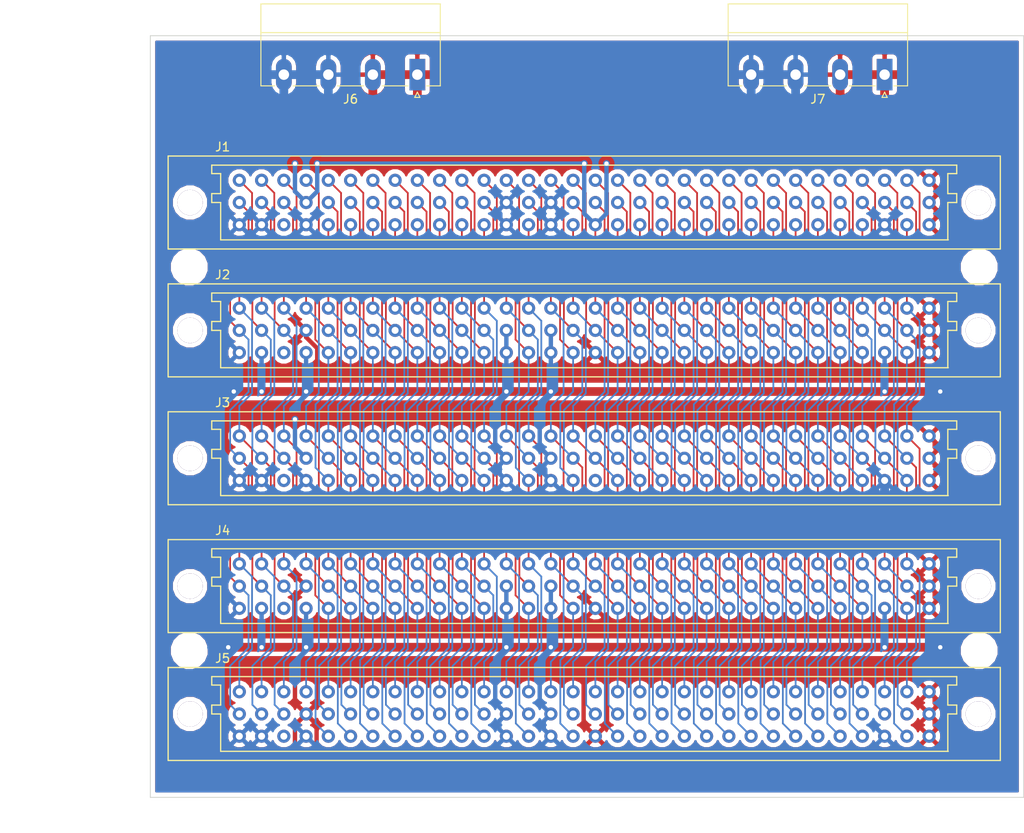
<source format=kicad_pcb>
(kicad_pcb (version 4) (host pcbnew 4.0.7)
  (layers (0 F.Cu signal) (31 B.Cu signal) (34 B.Paste user) (35 F.Paste user) (36 B.SilkS user) (37 F.SilkS user) (38 B.Mask user) (39 F.Mask user) (44 Edge.Cuts user))
  (net 0 "")
  (net 1 GND)
  (net 2 VCC)
  (net 3 /2C)
  (net 4 /4C)
  (net 5 /5C)
  (net 6 /6C)
  (net 7 /7C)
  (net 8 /8C)
  (net 9 /9C)
  (net 10 /10C)
  (net 11 /11C)
  (net 12 /12C)
  (net 13 /13C)
  (net 14 /14C)
  (net 15 /17C)
  (net 16 /19C)
  (net 17 /21C)
  (net 18 /22C)
  (net 19 /23C)
  (net 20 /24C)
  (net 21 /25C)
  (net 22 /26C)
  (net 23 /28C)
  (net 24 /30C)
  (net 25 /32B)
  (net 26 /31B)
  (net 27 /30B)
  (net 28 /28B)
  (net 29 /26B)
  (net 30 /25B)
  (net 31 /24B)
  (net 32 /23B)
  (net 33 /22B)
  (net 34 /21B)
  (net 35 /19B)
  (net 36 /17B)
  (net 37 /16B)
  (net 38 /14B)
  (net 39 /13B)
  (net 40 /12B)
  (net 41 /11B)
  (net 42 /10B)
  (net 43 /9B)
  (net 44 /8B)
  (net 45 /7B)
  (net 46 /6B)
  (net 47 /5B)
  (net 48 /3B)
  (net 49 /4B)
  (net 50 /2B)
  (net 51 /2A)
  (net 52 /4A)
  (net 53 /3A)
  (net 54 /5A)
  (net 55 /6A)
  (net 56 /7A)
  (net 57 /8A)
  (net 58 /9A)
  (net 59 /10A)
  (net 60 /11A)
  (net 61 /12A)
  (net 62 /13A)
  (net 63 /14A)
  (net 64 /16A)
  (net 65 /17A)
  (net 66 /18A)
  (net 67 /19A)
  (net 68 /20A)
  (net 69 /21A)
  (net 70 /22A)
  (net 71 /23A)
  (net 72 /25A)
  (net 73 /26A)
  (net 74 /28A)
  (net 75 /29A)
  (net 76 /30A)
  (net 77 /31A)
  (net 78 /32A)
  (net 79 /24A)
  (net 80 /15C)
  (net 81 /27C)
  (net 82 /27B)
  (net 83 /15B)
  (net 84 /15A)
  (net 85 /27A)
  (module orion:Socket_DIN41612-CaseC1-full-Female-96Pin-3rows (layer F.Cu) (at 149.225 126.365)
    (fp_text reference J4 (at -41.275 -6.35) (layer F.SilkS))
    (fp_text value C96ABC)
    (pad 1c thru_hole circle (at 39.37 2.54 180) (size 1.50114 1.50114) (drill 0.8001) (layers *.Cu *.Mask) (net 1 GND))
    (pad 2c thru_hole circle (at 36.83 2.54 180) (size 1.50114 1.50114) (drill 0.8001) (layers *.Cu *.Mask) (net 3 /2C))
    (pad 4c thru_hole circle (at 31.75 2.54 180) (size 1.50114 1.50114) (drill 0.8001) (layers *.Cu *.Mask) (net 4 /4C))
    (pad 3c thru_hole circle (at 34.29 2.54 180) (size 1.50114 1.50114) (drill 0.8001) (layers *.Cu *.Mask) (net 2 VCC))
    (pad 5c thru_hole circle (at 29.21 2.54 180) (size 1.50114 1.50114) (drill 0.8001) (layers *.Cu *.Mask) (net 5 /5C))
    (pad 6c thru_hole circle (at 26.67 2.54 180) (size 1.50114 1.50114) (drill 0.8001) (layers *.Cu *.Mask) (net 6 /6C))
    (pad 7c thru_hole circle (at 24.13 2.54 180) (size 1.50114 1.50114) (drill 0.8001) (layers *.Cu *.Mask) (net 7 /7C))
    (pad 8c thru_hole circle (at 21.59 2.54 180) (size 1.50114 1.50114) (drill 0.8001) (layers *.Cu *.Mask) (net 8 /8C))
    (pad 9c thru_hole circle (at 19.05 2.54 180) (size 1.50114 1.50114) (drill 0.8001) (layers *.Cu *.Mask) (net 9 /9C))
    (pad 10c thru_hole circle (at 16.51 2.54 180) (size 1.50114 1.50114) (drill 0.8001) (layers *.Cu *.Mask) (net 10 /10C))
    (pad 11c thru_hole circle (at 13.97 2.54 180) (size 1.50114 1.50114) (drill 0.8001) (layers *.Cu *.Mask) (net 11 /11C))
    (pad 12c thru_hole circle (at 11.43 2.54 180) (size 1.50114 1.50114) (drill 0.8001) (layers *.Cu *.Mask) (net 12 /12C))
    (pad 13c thru_hole circle (at 8.89 2.54 180) (size 1.50114 1.50114) (drill 0.8001) (layers *.Cu *.Mask) (net 13 /13C))
    (pad 14c thru_hole circle (at 6.35 2.54 180) (size 1.50114 1.50114) (drill 0.8001) (layers *.Cu *.Mask) (net 14 /14C))
    (pad 15c thru_hole circle (at 3.81 2.54 180) (size 1.50114 1.50114) (drill 0.8001) (layers *.Cu *.Mask) (net 80 /15C))
    (pad 16c thru_hole circle (at 1.27 2.54 180) (size 1.50114 1.50114) (drill 0.8001) (layers *.Cu *.Mask) (net 1 GND))
    (pad 17c thru_hole circle (at -1.27 2.54 180) (size 1.50114 1.50114) (drill 0.8001) (layers *.Cu *.Mask) (net 15 /17C))
    (pad 18c thru_hole circle (at -3.81 2.54 180) (size 1.50114 1.50114) (drill 0.8001) (layers *.Cu *.Mask) (net 2 VCC))
    (pad 19c thru_hole circle (at -6.35 2.54 180) (size 1.50114 1.50114) (drill 0.8001) (layers *.Cu *.Mask) (net 16 /19C))
    (pad 20c thru_hole circle (at -8.89 2.54 180) (size 1.50114 1.50114) (drill 0.8001) (layers *.Cu *.Mask) (net 2 VCC))
    (pad 21c thru_hole circle (at -11.43 2.54 180) (size 1.50114 1.50114) (drill 0.8001) (layers *.Cu *.Mask) (net 17 /21C))
    (pad 22c thru_hole circle (at -13.97 2.54 180) (size 1.50114 1.50114) (drill 0.8001) (layers *.Cu *.Mask) (net 18 /22C))
    (pad 23c thru_hole circle (at -16.51 2.54 180) (size 1.50114 1.50114) (drill 0.8001) (layers *.Cu *.Mask) (net 19 /23C))
    (pad 24c thru_hole circle (at -19.05 2.54 180) (size 1.50114 1.50114) (drill 0.8001) (layers *.Cu *.Mask) (net 20 /24C))
    (pad 25c thru_hole circle (at -21.59 2.54 180) (size 1.50114 1.50114) (drill 0.8001) (layers *.Cu *.Mask) (net 21 /25C))
    (pad 26c thru_hole circle (at -24.13 2.54 180) (size 1.50114 1.50114) (drill 0.8001) (layers *.Cu *.Mask) (net 22 /26C))
    (pad 27c thru_hole circle (at -26.67 2.54 180) (size 1.50114 1.50114) (drill 0.8001) (layers *.Cu *.Mask) (net 81 /27C))
    (pad 28c thru_hole circle (at -29.21 2.54 180) (size 1.50114 1.50114) (drill 0.8001) (layers *.Cu *.Mask) (net 23 /28C))
    (pad 29c thru_hole circle (at -31.75 2.54 180) (size 1.50114 1.50114) (drill 0.8001) (layers *.Cu *.Mask) (net 2 VCC))
    (pad 30c thru_hole circle (at -34.29 2.54 180) (size 1.50114 1.50114) (drill 0.8001) (layers *.Cu *.Mask) (net 24 /30C))
    (pad 31c thru_hole circle (at -36.83 2.54 180) (size 1.50114 1.50114) (drill 0.8001) (layers *.Cu *.Mask) (net 2 VCC))
    (pad 32c thru_hole circle (at -39.37 2.54 180) (size 1.50114 1.50114) (drill 0.8001) (layers *.Cu *.Mask) (net 2 VCC))
    (pad 32b thru_hole circle (at -39.37 0 180) (size 1.50114 1.50114) (drill 0.8001) (layers *.Cu *.Mask) (net 25 /32B))
    (pad 31b thru_hole circle (at -36.83 0 180) (size 1.50114 1.50114) (drill 0.8001) (layers *.Cu *.Mask) (net 26 /31B))
    (pad 30b thru_hole circle (at -34.29 0 180) (size 1.50114 1.50114) (drill 0.8001) (layers *.Cu *.Mask) (net 27 /30B))
    (pad 29b thru_hole circle (at -31.75 0 180) (size 1.50114 1.50114) (drill 0.8001) (layers *.Cu *.Mask) (net 1 GND))
    (pad 28b thru_hole circle (at -29.21 0 180) (size 1.50114 1.50114) (drill 0.8001) (layers *.Cu *.Mask) (net 28 /28B))
    (pad 27b thru_hole circle (at -26.67 0 180) (size 1.50114 1.50114) (drill 0.8001) (layers *.Cu *.Mask) (net 82 /27B))
    (pad 26b thru_hole circle (at -24.13 0 180) (size 1.50114 1.50114) (drill 0.8001) (layers *.Cu *.Mask) (net 29 /26B))
    (pad 25b thru_hole circle (at -21.59 0 180) (size 1.50114 1.50114) (drill 0.8001) (layers *.Cu *.Mask) (net 30 /25B))
    (pad 24b thru_hole circle (at -19.05 0 180) (size 1.50114 1.50114) (drill 0.8001) (layers *.Cu *.Mask) (net 31 /24B))
    (pad 23b thru_hole circle (at -16.51 0 180) (size 1.50114 1.50114) (drill 0.8001) (layers *.Cu *.Mask) (net 32 /23B))
    (pad 22b thru_hole circle (at -13.97 0 180) (size 1.50114 1.50114) (drill 0.8001) (layers *.Cu *.Mask) (net 33 /22B))
    (pad 21b thru_hole circle (at -11.43 0 180) (size 1.50114 1.50114) (drill 0.8001) (layers *.Cu *.Mask) (net 34 /21B))
    (pad 20b thru_hole circle (at -8.89 0 180) (size 1.50114 1.50114) (drill 0.8001) (layers *.Cu *.Mask) (net 2 VCC))
    (pad 19b thru_hole circle (at -6.35 0 180) (size 1.50114 1.50114) (drill 0.8001) (layers *.Cu *.Mask) (net 35 /19B))
    (pad 18b thru_hole circle (at -3.81 0 180) (size 1.50114 1.50114) (drill 0.8001) (layers *.Cu *.Mask) (net 2 VCC))
    (pad 17b thru_hole circle (at -1.27 0 180) (size 1.50114 1.50114) (drill 0.8001) (layers *.Cu *.Mask) (net 36 /17B))
    (pad 16b thru_hole circle (at 1.27 0 180) (size 1.50114 1.50114) (drill 0.8001) (layers *.Cu *.Mask) (net 37 /16B))
    (pad 15b thru_hole circle (at 3.81 0 180) (size 1.50114 1.50114) (drill 0.8001) (layers *.Cu *.Mask) (net 83 /15B))
    (pad 14b thru_hole circle (at 6.35 0 180) (size 1.50114 1.50114) (drill 0.8001) (layers *.Cu *.Mask) (net 38 /14B))
    (pad 13b thru_hole circle (at 8.89 0 180) (size 1.50114 1.50114) (drill 0.8001) (layers *.Cu *.Mask) (net 39 /13B))
    (pad 12b thru_hole circle (at 11.43 0 180) (size 1.50114 1.50114) (drill 0.8001) (layers *.Cu *.Mask) (net 40 /12B))
    (pad 11b thru_hole circle (at 13.97 0 180) (size 1.50114 1.50114) (drill 0.8001) (layers *.Cu *.Mask) (net 41 /11B))
    (pad 10b thru_hole circle (at 16.51 0 180) (size 1.50114 1.50114) (drill 0.8001) (layers *.Cu *.Mask) (net 42 /10B))
    (pad 9b thru_hole circle (at 19.05 0 180) (size 1.50114 1.50114) (drill 0.8001) (layers *.Cu *.Mask) (net 43 /9B))
    (pad 8b thru_hole circle (at 21.59 0 180) (size 1.50114 1.50114) (drill 0.8001) (layers *.Cu *.Mask) (net 44 /8B))
    (pad 7b thru_hole circle (at 24.13 0 180) (size 1.50114 1.50114) (drill 0.8001) (layers *.Cu *.Mask) (net 45 /7B))
    (pad 6b thru_hole circle (at 26.67 0 180) (size 1.50114 1.50114) (drill 0.8001) (layers *.Cu *.Mask) (net 46 /6B))
    (pad 5b thru_hole circle (at 29.21 0 180) (size 1.50114 1.50114) (drill 0.8001) (layers *.Cu *.Mask) (net 47 /5B))
    (pad 3b thru_hole circle (at 34.29 0 180) (size 1.50114 1.50114) (drill 0.8001) (layers *.Cu *.Mask) (net 48 /3B))
    (pad 4b thru_hole circle (at 31.75 0 180) (size 1.50114 1.50114) (drill 0.8001) (layers *.Cu *.Mask) (net 49 /4B))
    (pad 2b thru_hole circle (at 36.83 0 180) (size 1.50114 1.50114) (drill 0.8001) (layers *.Cu *.Mask) (net 50 /2B))
    (pad 1b thru_hole circle (at 39.37 0 180) (size 1.50114 1.50114) (drill 0.8001) (layers *.Cu *.Mask) (net 1 GND))
    (pad 1a thru_hole circle (at 39.37 -2.54 180) (size 1.50114 1.50114) (drill 0.8001) (layers *.Cu *.Mask) (net 1 GND))
    (pad 2a thru_hole circle (at 36.83 -2.54 180) (size 1.50114 1.50114) (drill 0.8001) (layers *.Cu *.Mask) (net 51 /2A))
    (pad 4a thru_hole circle (at 31.75 -2.54 180) (size 1.50114 1.50114) (drill 0.8001) (layers *.Cu *.Mask) (net 52 /4A))
    (pad 3a thru_hole circle (at 34.29 -2.54 180) (size 1.50114 1.50114) (drill 0.8001) (layers *.Cu *.Mask) (net 53 /3A))
    (pad 5a thru_hole circle (at 29.21 -2.54 180) (size 1.50114 1.50114) (drill 0.8001) (layers *.Cu *.Mask) (net 54 /5A))
    (pad 6a thru_hole circle (at 26.67 -2.54 180) (size 1.50114 1.50114) (drill 0.8001) (layers *.Cu *.Mask) (net 55 /6A))
    (pad 7a thru_hole circle (at 24.13 -2.54 180) (size 1.50114 1.50114) (drill 0.8001) (layers *.Cu *.Mask) (net 56 /7A))
    (pad 8a thru_hole circle (at 21.59 -2.54 180) (size 1.50114 1.50114) (drill 0.8001) (layers *.Cu *.Mask) (net 57 /8A))
    (pad 9a thru_hole circle (at 19.05 -2.54 180) (size 1.50114 1.50114) (drill 0.8001) (layers *.Cu *.Mask) (net 58 /9A))
    (pad 10a thru_hole circle (at 16.51 -2.54 180) (size 1.50114 1.50114) (drill 0.8001) (layers *.Cu *.Mask) (net 59 /10A))
    (pad 11a thru_hole circle (at 13.97 -2.54 180) (size 1.50114 1.50114) (drill 0.8001) (layers *.Cu *.Mask) (net 60 /11A))
    (pad 12a thru_hole circle (at 11.43 -2.54 180) (size 1.50114 1.50114) (drill 0.8001) (layers *.Cu *.Mask) (net 61 /12A))
    (pad 13a thru_hole circle (at 8.89 -2.54 180) (size 1.50114 1.50114) (drill 0.8001) (layers *.Cu *.Mask) (net 62 /13A))
    (pad 14a thru_hole circle (at 6.35 -2.54 180) (size 1.50114 1.50114) (drill 0.8001) (layers *.Cu *.Mask) (net 63 /14A))
    (pad 15a thru_hole circle (at 3.81 -2.54 180) (size 1.50114 1.50114) (drill 0.8001) (layers *.Cu *.Mask) (net 84 /15A))
    (pad 16a thru_hole circle (at 1.27 -2.54 180) (size 1.50114 1.50114) (drill 0.8001) (layers *.Cu *.Mask) (net 64 /16A))
    (pad 17a thru_hole circle (at -1.27 -2.54 180) (size 1.50114 1.50114) (drill 0.8001) (layers *.Cu *.Mask) (net 65 /17A))
    (pad 18a thru_hole circle (at -3.81 -2.54 180) (size 1.50114 1.50114) (drill 0.8001) (layers *.Cu *.Mask) (net 66 /18A))
    (pad 19a thru_hole circle (at -6.35 -2.54 180) (size 1.50114 1.50114) (drill 0.8001) (layers *.Cu *.Mask) (net 67 /19A))
    (pad 20a thru_hole circle (at -8.89 -2.54 180) (size 1.50114 1.50114) (drill 0.8001) (layers *.Cu *.Mask) (net 68 /20A))
    (pad 21a thru_hole circle (at -11.43 -2.54 180) (size 1.50114 1.50114) (drill 0.8001) (layers *.Cu *.Mask) (net 69 /21A))
    (pad 22a thru_hole circle (at -13.97 -2.54 180) (size 1.50114 1.50114) (drill 0.8001) (layers *.Cu *.Mask) (net 70 /22A))
    (pad 23a thru_hole circle (at -16.51 -2.54 180) (size 1.50114 1.50114) (drill 0.8001) (layers *.Cu *.Mask) (net 71 /23A))
    (pad 24a thru_hole circle (at -19.05 -2.54 180) (size 1.50114 1.50114) (drill 0.8001) (layers *.Cu *.Mask) (net 79 /24A))
    (pad 25a thru_hole circle (at -21.59 -2.54 180) (size 1.50114 1.50114) (drill 0.8001) (layers *.Cu *.Mask) (net 72 /25A))
    (pad 26a thru_hole circle (at -24.13 -2.54 180) (size 1.50114 1.50114) (drill 0.8001) (layers *.Cu *.Mask) (net 73 /26A))
    (pad 27a thru_hole circle (at -26.67 -2.54 180) (size 1.50114 1.50114) (drill 0.8001) (layers *.Cu *.Mask) (net 85 /27A))
    (pad 28a thru_hole circle (at -29.21 -2.54 180) (size 1.50114 1.50114) (drill 0.8001) (layers *.Cu *.Mask) (net 74 /28A))
    (pad 29a thru_hole circle (at -31.75 -2.54 180) (size 1.50114 1.50114) (drill 0.8001) (layers *.Cu *.Mask) (net 75 /29A))
    (pad 30a thru_hole circle (at -34.29 -2.54 180) (size 1.50114 1.50114) (drill 0.8001) (layers *.Cu *.Mask) (net 76 /30A))
    (pad 31a thru_hole circle (at -36.83 -2.54 180) (size 1.50114 1.50114) (drill 0.8001) (layers *.Cu *.Mask) (net 77 /31A))
    (pad 32a thru_hole circle (at -39.37 -2.54 180) (size 1.50114 1.50114) (drill 0.8001) (layers *.Cu *.Mask) (net 78 /32A))
    (pad 1 thru_hole circle (at -44.9961 0) (size 2.90068 2.90068) (drill 2.90068) (layers *.Cu *.Mask))
    (pad 1 thru_hole circle (at 44.9961 0) (size 2.90068 2.90068) (drill 2.90068) (layers *.Cu *.Mask))
  )
  (module orion:Socket_DIN41612-CaseC1-full-Female-96Pin-3rows (layer F.Cu) (at 149.225 97.155)
    (fp_text reference J2 (at -41.275 -6.35) (layer F.SilkS))
    (fp_text value C96ABC)
    (pad 1c thru_hole circle (at 39.37 2.54 180) (size 1.50114 1.50114) (drill 0.8001) (layers *.Cu *.Mask) (net 1 GND))
    (pad 2c thru_hole circle (at 36.83 2.54 180) (size 1.50114 1.50114) (drill 0.8001) (layers *.Cu *.Mask) (net 3 /2C))
    (pad 4c thru_hole circle (at 31.75 2.54 180) (size 1.50114 1.50114) (drill 0.8001) (layers *.Cu *.Mask) (net 4 /4C))
    (pad 3c thru_hole circle (at 34.29 2.54 180) (size 1.50114 1.50114) (drill 0.8001) (layers *.Cu *.Mask) (net 2 VCC))
    (pad 5c thru_hole circle (at 29.21 2.54 180) (size 1.50114 1.50114) (drill 0.8001) (layers *.Cu *.Mask) (net 5 /5C))
    (pad 6c thru_hole circle (at 26.67 2.54 180) (size 1.50114 1.50114) (drill 0.8001) (layers *.Cu *.Mask) (net 6 /6C))
    (pad 7c thru_hole circle (at 24.13 2.54 180) (size 1.50114 1.50114) (drill 0.8001) (layers *.Cu *.Mask) (net 7 /7C))
    (pad 8c thru_hole circle (at 21.59 2.54 180) (size 1.50114 1.50114) (drill 0.8001) (layers *.Cu *.Mask) (net 8 /8C))
    (pad 9c thru_hole circle (at 19.05 2.54 180) (size 1.50114 1.50114) (drill 0.8001) (layers *.Cu *.Mask) (net 9 /9C))
    (pad 10c thru_hole circle (at 16.51 2.54 180) (size 1.50114 1.50114) (drill 0.8001) (layers *.Cu *.Mask) (net 10 /10C))
    (pad 11c thru_hole circle (at 13.97 2.54 180) (size 1.50114 1.50114) (drill 0.8001) (layers *.Cu *.Mask) (net 11 /11C))
    (pad 12c thru_hole circle (at 11.43 2.54 180) (size 1.50114 1.50114) (drill 0.8001) (layers *.Cu *.Mask) (net 12 /12C))
    (pad 13c thru_hole circle (at 8.89 2.54 180) (size 1.50114 1.50114) (drill 0.8001) (layers *.Cu *.Mask) (net 13 /13C))
    (pad 14c thru_hole circle (at 6.35 2.54 180) (size 1.50114 1.50114) (drill 0.8001) (layers *.Cu *.Mask) (net 14 /14C))
    (pad 15c thru_hole circle (at 3.81 2.54 180) (size 1.50114 1.50114) (drill 0.8001) (layers *.Cu *.Mask) (net 80 /15C))
    (pad 16c thru_hole circle (at 1.27 2.54 180) (size 1.50114 1.50114) (drill 0.8001) (layers *.Cu *.Mask) (net 1 GND))
    (pad 17c thru_hole circle (at -1.27 2.54 180) (size 1.50114 1.50114) (drill 0.8001) (layers *.Cu *.Mask) (net 15 /17C))
    (pad 18c thru_hole circle (at -3.81 2.54 180) (size 1.50114 1.50114) (drill 0.8001) (layers *.Cu *.Mask) (net 2 VCC))
    (pad 19c thru_hole circle (at -6.35 2.54 180) (size 1.50114 1.50114) (drill 0.8001) (layers *.Cu *.Mask) (net 16 /19C))
    (pad 20c thru_hole circle (at -8.89 2.54 180) (size 1.50114 1.50114) (drill 0.8001) (layers *.Cu *.Mask) (net 2 VCC))
    (pad 21c thru_hole circle (at -11.43 2.54 180) (size 1.50114 1.50114) (drill 0.8001) (layers *.Cu *.Mask) (net 17 /21C))
    (pad 22c thru_hole circle (at -13.97 2.54 180) (size 1.50114 1.50114) (drill 0.8001) (layers *.Cu *.Mask) (net 18 /22C))
    (pad 23c thru_hole circle (at -16.51 2.54 180) (size 1.50114 1.50114) (drill 0.8001) (layers *.Cu *.Mask) (net 19 /23C))
    (pad 24c thru_hole circle (at -19.05 2.54 180) (size 1.50114 1.50114) (drill 0.8001) (layers *.Cu *.Mask) (net 20 /24C))
    (pad 25c thru_hole circle (at -21.59 2.54 180) (size 1.50114 1.50114) (drill 0.8001) (layers *.Cu *.Mask) (net 21 /25C))
    (pad 26c thru_hole circle (at -24.13 2.54 180) (size 1.50114 1.50114) (drill 0.8001) (layers *.Cu *.Mask) (net 22 /26C))
    (pad 27c thru_hole circle (at -26.67 2.54 180) (size 1.50114 1.50114) (drill 0.8001) (layers *.Cu *.Mask) (net 81 /27C))
    (pad 28c thru_hole circle (at -29.21 2.54 180) (size 1.50114 1.50114) (drill 0.8001) (layers *.Cu *.Mask) (net 23 /28C))
    (pad 29c thru_hole circle (at -31.75 2.54 180) (size 1.50114 1.50114) (drill 0.8001) (layers *.Cu *.Mask) (net 2 VCC))
    (pad 30c thru_hole circle (at -34.29 2.54 180) (size 1.50114 1.50114) (drill 0.8001) (layers *.Cu *.Mask) (net 24 /30C))
    (pad 31c thru_hole circle (at -36.83 2.54 180) (size 1.50114 1.50114) (drill 0.8001) (layers *.Cu *.Mask) (net 2 VCC))
    (pad 32c thru_hole circle (at -39.37 2.54 180) (size 1.50114 1.50114) (drill 0.8001) (layers *.Cu *.Mask) (net 2 VCC))
    (pad 32b thru_hole circle (at -39.37 0 180) (size 1.50114 1.50114) (drill 0.8001) (layers *.Cu *.Mask) (net 25 /32B))
    (pad 31b thru_hole circle (at -36.83 0 180) (size 1.50114 1.50114) (drill 0.8001) (layers *.Cu *.Mask) (net 26 /31B))
    (pad 30b thru_hole circle (at -34.29 0 180) (size 1.50114 1.50114) (drill 0.8001) (layers *.Cu *.Mask) (net 27 /30B))
    (pad 29b thru_hole circle (at -31.75 0 180) (size 1.50114 1.50114) (drill 0.8001) (layers *.Cu *.Mask) (net 1 GND))
    (pad 28b thru_hole circle (at -29.21 0 180) (size 1.50114 1.50114) (drill 0.8001) (layers *.Cu *.Mask) (net 28 /28B))
    (pad 27b thru_hole circle (at -26.67 0 180) (size 1.50114 1.50114) (drill 0.8001) (layers *.Cu *.Mask) (net 82 /27B))
    (pad 26b thru_hole circle (at -24.13 0 180) (size 1.50114 1.50114) (drill 0.8001) (layers *.Cu *.Mask) (net 29 /26B))
    (pad 25b thru_hole circle (at -21.59 0 180) (size 1.50114 1.50114) (drill 0.8001) (layers *.Cu *.Mask) (net 30 /25B))
    (pad 24b thru_hole circle (at -19.05 0 180) (size 1.50114 1.50114) (drill 0.8001) (layers *.Cu *.Mask) (net 31 /24B))
    (pad 23b thru_hole circle (at -16.51 0 180) (size 1.50114 1.50114) (drill 0.8001) (layers *.Cu *.Mask) (net 32 /23B))
    (pad 22b thru_hole circle (at -13.97 0 180) (size 1.50114 1.50114) (drill 0.8001) (layers *.Cu *.Mask) (net 33 /22B))
    (pad 21b thru_hole circle (at -11.43 0 180) (size 1.50114 1.50114) (drill 0.8001) (layers *.Cu *.Mask) (net 34 /21B))
    (pad 20b thru_hole circle (at -8.89 0 180) (size 1.50114 1.50114) (drill 0.8001) (layers *.Cu *.Mask) (net 2 VCC))
    (pad 19b thru_hole circle (at -6.35 0 180) (size 1.50114 1.50114) (drill 0.8001) (layers *.Cu *.Mask) (net 35 /19B))
    (pad 18b thru_hole circle (at -3.81 0 180) (size 1.50114 1.50114) (drill 0.8001) (layers *.Cu *.Mask) (net 2 VCC))
    (pad 17b thru_hole circle (at -1.27 0 180) (size 1.50114 1.50114) (drill 0.8001) (layers *.Cu *.Mask) (net 36 /17B))
    (pad 16b thru_hole circle (at 1.27 0 180) (size 1.50114 1.50114) (drill 0.8001) (layers *.Cu *.Mask) (net 37 /16B))
    (pad 15b thru_hole circle (at 3.81 0 180) (size 1.50114 1.50114) (drill 0.8001) (layers *.Cu *.Mask) (net 83 /15B))
    (pad 14b thru_hole circle (at 6.35 0 180) (size 1.50114 1.50114) (drill 0.8001) (layers *.Cu *.Mask) (net 38 /14B))
    (pad 13b thru_hole circle (at 8.89 0 180) (size 1.50114 1.50114) (drill 0.8001) (layers *.Cu *.Mask) (net 39 /13B))
    (pad 12b thru_hole circle (at 11.43 0 180) (size 1.50114 1.50114) (drill 0.8001) (layers *.Cu *.Mask) (net 40 /12B))
    (pad 11b thru_hole circle (at 13.97 0 180) (size 1.50114 1.50114) (drill 0.8001) (layers *.Cu *.Mask) (net 41 /11B))
    (pad 10b thru_hole circle (at 16.51 0 180) (size 1.50114 1.50114) (drill 0.8001) (layers *.Cu *.Mask) (net 42 /10B))
    (pad 9b thru_hole circle (at 19.05 0 180) (size 1.50114 1.50114) (drill 0.8001) (layers *.Cu *.Mask) (net 43 /9B))
    (pad 8b thru_hole circle (at 21.59 0 180) (size 1.50114 1.50114) (drill 0.8001) (layers *.Cu *.Mask) (net 44 /8B))
    (pad 7b thru_hole circle (at 24.13 0 180) (size 1.50114 1.50114) (drill 0.8001) (layers *.Cu *.Mask) (net 45 /7B))
    (pad 6b thru_hole circle (at 26.67 0 180) (size 1.50114 1.50114) (drill 0.8001) (layers *.Cu *.Mask) (net 46 /6B))
    (pad 5b thru_hole circle (at 29.21 0 180) (size 1.50114 1.50114) (drill 0.8001) (layers *.Cu *.Mask) (net 47 /5B))
    (pad 3b thru_hole circle (at 34.29 0 180) (size 1.50114 1.50114) (drill 0.8001) (layers *.Cu *.Mask) (net 48 /3B))
    (pad 4b thru_hole circle (at 31.75 0 180) (size 1.50114 1.50114) (drill 0.8001) (layers *.Cu *.Mask) (net 49 /4B))
    (pad 2b thru_hole circle (at 36.83 0 180) (size 1.50114 1.50114) (drill 0.8001) (layers *.Cu *.Mask) (net 50 /2B))
    (pad 1b thru_hole circle (at 39.37 0 180) (size 1.50114 1.50114) (drill 0.8001) (layers *.Cu *.Mask) (net 1 GND))
    (pad 1a thru_hole circle (at 39.37 -2.54 180) (size 1.50114 1.50114) (drill 0.8001) (layers *.Cu *.Mask) (net 1 GND))
    (pad 2a thru_hole circle (at 36.83 -2.54 180) (size 1.50114 1.50114) (drill 0.8001) (layers *.Cu *.Mask) (net 51 /2A))
    (pad 4a thru_hole circle (at 31.75 -2.54 180) (size 1.50114 1.50114) (drill 0.8001) (layers *.Cu *.Mask) (net 52 /4A))
    (pad 3a thru_hole circle (at 34.29 -2.54 180) (size 1.50114 1.50114) (drill 0.8001) (layers *.Cu *.Mask) (net 53 /3A))
    (pad 5a thru_hole circle (at 29.21 -2.54 180) (size 1.50114 1.50114) (drill 0.8001) (layers *.Cu *.Mask) (net 54 /5A))
    (pad 6a thru_hole circle (at 26.67 -2.54 180) (size 1.50114 1.50114) (drill 0.8001) (layers *.Cu *.Mask) (net 55 /6A))
    (pad 7a thru_hole circle (at 24.13 -2.54 180) (size 1.50114 1.50114) (drill 0.8001) (layers *.Cu *.Mask) (net 56 /7A))
    (pad 8a thru_hole circle (at 21.59 -2.54 180) (size 1.50114 1.50114) (drill 0.8001) (layers *.Cu *.Mask) (net 57 /8A))
    (pad 9a thru_hole circle (at 19.05 -2.54 180) (size 1.50114 1.50114) (drill 0.8001) (layers *.Cu *.Mask) (net 58 /9A))
    (pad 10a thru_hole circle (at 16.51 -2.54 180) (size 1.50114 1.50114) (drill 0.8001) (layers *.Cu *.Mask) (net 59 /10A))
    (pad 11a thru_hole circle (at 13.97 -2.54 180) (size 1.50114 1.50114) (drill 0.8001) (layers *.Cu *.Mask) (net 60 /11A))
    (pad 12a thru_hole circle (at 11.43 -2.54 180) (size 1.50114 1.50114) (drill 0.8001) (layers *.Cu *.Mask) (net 61 /12A))
    (pad 13a thru_hole circle (at 8.89 -2.54 180) (size 1.50114 1.50114) (drill 0.8001) (layers *.Cu *.Mask) (net 62 /13A))
    (pad 14a thru_hole circle (at 6.35 -2.54 180) (size 1.50114 1.50114) (drill 0.8001) (layers *.Cu *.Mask) (net 63 /14A))
    (pad 15a thru_hole circle (at 3.81 -2.54 180) (size 1.50114 1.50114) (drill 0.8001) (layers *.Cu *.Mask) (net 84 /15A))
    (pad 16a thru_hole circle (at 1.27 -2.54 180) (size 1.50114 1.50114) (drill 0.8001) (layers *.Cu *.Mask) (net 64 /16A))
    (pad 17a thru_hole circle (at -1.27 -2.54 180) (size 1.50114 1.50114) (drill 0.8001) (layers *.Cu *.Mask) (net 65 /17A))
    (pad 18a thru_hole circle (at -3.81 -2.54 180) (size 1.50114 1.50114) (drill 0.8001) (layers *.Cu *.Mask) (net 66 /18A))
    (pad 19a thru_hole circle (at -6.35 -2.54 180) (size 1.50114 1.50114) (drill 0.8001) (layers *.Cu *.Mask) (net 67 /19A))
    (pad 20a thru_hole circle (at -8.89 -2.54 180) (size 1.50114 1.50114) (drill 0.8001) (layers *.Cu *.Mask) (net 68 /20A))
    (pad 21a thru_hole circle (at -11.43 -2.54 180) (size 1.50114 1.50114) (drill 0.8001) (layers *.Cu *.Mask) (net 69 /21A))
    (pad 22a thru_hole circle (at -13.97 -2.54 180) (size 1.50114 1.50114) (drill 0.8001) (layers *.Cu *.Mask) (net 70 /22A))
    (pad 23a thru_hole circle (at -16.51 -2.54 180) (size 1.50114 1.50114) (drill 0.8001) (layers *.Cu *.Mask) (net 71 /23A))
    (pad 24a thru_hole circle (at -19.05 -2.54 180) (size 1.50114 1.50114) (drill 0.8001) (layers *.Cu *.Mask) (net 79 /24A))
    (pad 25a thru_hole circle (at -21.59 -2.54 180) (size 1.50114 1.50114) (drill 0.8001) (layers *.Cu *.Mask) (net 72 /25A))
    (pad 26a thru_hole circle (at -24.13 -2.54 180) (size 1.50114 1.50114) (drill 0.8001) (layers *.Cu *.Mask) (net 73 /26A))
    (pad 27a thru_hole circle (at -26.67 -2.54 180) (size 1.50114 1.50114) (drill 0.8001) (layers *.Cu *.Mask) (net 85 /27A))
    (pad 28a thru_hole circle (at -29.21 -2.54 180) (size 1.50114 1.50114) (drill 0.8001) (layers *.Cu *.Mask) (net 74 /28A))
    (pad 29a thru_hole circle (at -31.75 -2.54 180) (size 1.50114 1.50114) (drill 0.8001) (layers *.Cu *.Mask) (net 75 /29A))
    (pad 30a thru_hole circle (at -34.29 -2.54 180) (size 1.50114 1.50114) (drill 0.8001) (layers *.Cu *.Mask) (net 76 /30A))
    (pad 31a thru_hole circle (at -36.83 -2.54 180) (size 1.50114 1.50114) (drill 0.8001) (layers *.Cu *.Mask) (net 77 /31A))
    (pad 32a thru_hole circle (at -39.37 -2.54 180) (size 1.50114 1.50114) (drill 0.8001) (layers *.Cu *.Mask) (net 78 /32A))
    (pad 1 thru_hole circle (at -44.9961 0) (size 2.90068 2.90068) (drill 2.90068) (layers *.Cu *.Mask))
    (pad 1 thru_hole circle (at 44.9961 0) (size 2.90068 2.90068) (drill 2.90068) (layers *.Cu *.Mask))
  )
  (module orion:Socket_DIN41612-CaseC1-full-Female-96Pin-3rows (layer F.Cu) (at 149.225 111.76)
    (fp_text reference J3 (at -41.275 -6.35) (layer F.SilkS))
    (fp_text value C96ABC)
    (pad 1c thru_hole circle (at 39.37 2.54 180) (size 1.50114 1.50114) (drill 0.8001) (layers *.Cu *.Mask) (net 1 GND))
    (pad 2c thru_hole circle (at 36.83 2.54 180) (size 1.50114 1.50114) (drill 0.8001) (layers *.Cu *.Mask) (net 3 /2C))
    (pad 4c thru_hole circle (at 31.75 2.54 180) (size 1.50114 1.50114) (drill 0.8001) (layers *.Cu *.Mask) (net 4 /4C))
    (pad 3c thru_hole circle (at 34.29 2.54 180) (size 1.50114 1.50114) (drill 0.8001) (layers *.Cu *.Mask) (net 2 VCC))
    (pad 5c thru_hole circle (at 29.21 2.54 180) (size 1.50114 1.50114) (drill 0.8001) (layers *.Cu *.Mask) (net 5 /5C))
    (pad 6c thru_hole circle (at 26.67 2.54 180) (size 1.50114 1.50114) (drill 0.8001) (layers *.Cu *.Mask) (net 6 /6C))
    (pad 7c thru_hole circle (at 24.13 2.54 180) (size 1.50114 1.50114) (drill 0.8001) (layers *.Cu *.Mask) (net 7 /7C))
    (pad 8c thru_hole circle (at 21.59 2.54 180) (size 1.50114 1.50114) (drill 0.8001) (layers *.Cu *.Mask) (net 8 /8C))
    (pad 9c thru_hole circle (at 19.05 2.54 180) (size 1.50114 1.50114) (drill 0.8001) (layers *.Cu *.Mask) (net 9 /9C))
    (pad 10c thru_hole circle (at 16.51 2.54 180) (size 1.50114 1.50114) (drill 0.8001) (layers *.Cu *.Mask) (net 10 /10C))
    (pad 11c thru_hole circle (at 13.97 2.54 180) (size 1.50114 1.50114) (drill 0.8001) (layers *.Cu *.Mask) (net 11 /11C))
    (pad 12c thru_hole circle (at 11.43 2.54 180) (size 1.50114 1.50114) (drill 0.8001) (layers *.Cu *.Mask) (net 12 /12C))
    (pad 13c thru_hole circle (at 8.89 2.54 180) (size 1.50114 1.50114) (drill 0.8001) (layers *.Cu *.Mask) (net 13 /13C))
    (pad 14c thru_hole circle (at 6.35 2.54 180) (size 1.50114 1.50114) (drill 0.8001) (layers *.Cu *.Mask) (net 14 /14C))
    (pad 15c thru_hole circle (at 3.81 2.54 180) (size 1.50114 1.50114) (drill 0.8001) (layers *.Cu *.Mask) (net 80 /15C))
    (pad 16c thru_hole circle (at 1.27 2.54 180) (size 1.50114 1.50114) (drill 0.8001) (layers *.Cu *.Mask) (net 1 GND))
    (pad 17c thru_hole circle (at -1.27 2.54 180) (size 1.50114 1.50114) (drill 0.8001) (layers *.Cu *.Mask) (net 15 /17C))
    (pad 18c thru_hole circle (at -3.81 2.54 180) (size 1.50114 1.50114) (drill 0.8001) (layers *.Cu *.Mask) (net 2 VCC))
    (pad 19c thru_hole circle (at -6.35 2.54 180) (size 1.50114 1.50114) (drill 0.8001) (layers *.Cu *.Mask) (net 16 /19C))
    (pad 20c thru_hole circle (at -8.89 2.54 180) (size 1.50114 1.50114) (drill 0.8001) (layers *.Cu *.Mask) (net 2 VCC))
    (pad 21c thru_hole circle (at -11.43 2.54 180) (size 1.50114 1.50114) (drill 0.8001) (layers *.Cu *.Mask) (net 17 /21C))
    (pad 22c thru_hole circle (at -13.97 2.54 180) (size 1.50114 1.50114) (drill 0.8001) (layers *.Cu *.Mask) (net 18 /22C))
    (pad 23c thru_hole circle (at -16.51 2.54 180) (size 1.50114 1.50114) (drill 0.8001) (layers *.Cu *.Mask) (net 19 /23C))
    (pad 24c thru_hole circle (at -19.05 2.54 180) (size 1.50114 1.50114) (drill 0.8001) (layers *.Cu *.Mask) (net 20 /24C))
    (pad 25c thru_hole circle (at -21.59 2.54 180) (size 1.50114 1.50114) (drill 0.8001) (layers *.Cu *.Mask) (net 21 /25C))
    (pad 26c thru_hole circle (at -24.13 2.54 180) (size 1.50114 1.50114) (drill 0.8001) (layers *.Cu *.Mask) (net 22 /26C))
    (pad 27c thru_hole circle (at -26.67 2.54 180) (size 1.50114 1.50114) (drill 0.8001) (layers *.Cu *.Mask) (net 81 /27C))
    (pad 28c thru_hole circle (at -29.21 2.54 180) (size 1.50114 1.50114) (drill 0.8001) (layers *.Cu *.Mask) (net 23 /28C))
    (pad 29c thru_hole circle (at -31.75 2.54 180) (size 1.50114 1.50114) (drill 0.8001) (layers *.Cu *.Mask) (net 2 VCC))
    (pad 30c thru_hole circle (at -34.29 2.54 180) (size 1.50114 1.50114) (drill 0.8001) (layers *.Cu *.Mask) (net 24 /30C))
    (pad 31c thru_hole circle (at -36.83 2.54 180) (size 1.50114 1.50114) (drill 0.8001) (layers *.Cu *.Mask) (net 2 VCC))
    (pad 32c thru_hole circle (at -39.37 2.54 180) (size 1.50114 1.50114) (drill 0.8001) (layers *.Cu *.Mask) (net 2 VCC))
    (pad 32b thru_hole circle (at -39.37 0 180) (size 1.50114 1.50114) (drill 0.8001) (layers *.Cu *.Mask) (net 25 /32B))
    (pad 31b thru_hole circle (at -36.83 0 180) (size 1.50114 1.50114) (drill 0.8001) (layers *.Cu *.Mask) (net 26 /31B))
    (pad 30b thru_hole circle (at -34.29 0 180) (size 1.50114 1.50114) (drill 0.8001) (layers *.Cu *.Mask) (net 27 /30B))
    (pad 29b thru_hole circle (at -31.75 0 180) (size 1.50114 1.50114) (drill 0.8001) (layers *.Cu *.Mask) (net 1 GND))
    (pad 28b thru_hole circle (at -29.21 0 180) (size 1.50114 1.50114) (drill 0.8001) (layers *.Cu *.Mask) (net 28 /28B))
    (pad 27b thru_hole circle (at -26.67 0 180) (size 1.50114 1.50114) (drill 0.8001) (layers *.Cu *.Mask) (net 82 /27B))
    (pad 26b thru_hole circle (at -24.13 0 180) (size 1.50114 1.50114) (drill 0.8001) (layers *.Cu *.Mask) (net 29 /26B))
    (pad 25b thru_hole circle (at -21.59 0 180) (size 1.50114 1.50114) (drill 0.8001) (layers *.Cu *.Mask) (net 30 /25B))
    (pad 24b thru_hole circle (at -19.05 0 180) (size 1.50114 1.50114) (drill 0.8001) (layers *.Cu *.Mask) (net 31 /24B))
    (pad 23b thru_hole circle (at -16.51 0 180) (size 1.50114 1.50114) (drill 0.8001) (layers *.Cu *.Mask) (net 32 /23B))
    (pad 22b thru_hole circle (at -13.97 0 180) (size 1.50114 1.50114) (drill 0.8001) (layers *.Cu *.Mask) (net 33 /22B))
    (pad 21b thru_hole circle (at -11.43 0 180) (size 1.50114 1.50114) (drill 0.8001) (layers *.Cu *.Mask) (net 34 /21B))
    (pad 20b thru_hole circle (at -8.89 0 180) (size 1.50114 1.50114) (drill 0.8001) (layers *.Cu *.Mask) (net 2 VCC))
    (pad 19b thru_hole circle (at -6.35 0 180) (size 1.50114 1.50114) (drill 0.8001) (layers *.Cu *.Mask) (net 35 /19B))
    (pad 18b thru_hole circle (at -3.81 0 180) (size 1.50114 1.50114) (drill 0.8001) (layers *.Cu *.Mask) (net 2 VCC))
    (pad 17b thru_hole circle (at -1.27 0 180) (size 1.50114 1.50114) (drill 0.8001) (layers *.Cu *.Mask) (net 36 /17B))
    (pad 16b thru_hole circle (at 1.27 0 180) (size 1.50114 1.50114) (drill 0.8001) (layers *.Cu *.Mask) (net 37 /16B))
    (pad 15b thru_hole circle (at 3.81 0 180) (size 1.50114 1.50114) (drill 0.8001) (layers *.Cu *.Mask) (net 83 /15B))
    (pad 14b thru_hole circle (at 6.35 0 180) (size 1.50114 1.50114) (drill 0.8001) (layers *.Cu *.Mask) (net 38 /14B))
    (pad 13b thru_hole circle (at 8.89 0 180) (size 1.50114 1.50114) (drill 0.8001) (layers *.Cu *.Mask) (net 39 /13B))
    (pad 12b thru_hole circle (at 11.43 0 180) (size 1.50114 1.50114) (drill 0.8001) (layers *.Cu *.Mask) (net 40 /12B))
    (pad 11b thru_hole circle (at 13.97 0 180) (size 1.50114 1.50114) (drill 0.8001) (layers *.Cu *.Mask) (net 41 /11B))
    (pad 10b thru_hole circle (at 16.51 0 180) (size 1.50114 1.50114) (drill 0.8001) (layers *.Cu *.Mask) (net 42 /10B))
    (pad 9b thru_hole circle (at 19.05 0 180) (size 1.50114 1.50114) (drill 0.8001) (layers *.Cu *.Mask) (net 43 /9B))
    (pad 8b thru_hole circle (at 21.59 0 180) (size 1.50114 1.50114) (drill 0.8001) (layers *.Cu *.Mask) (net 44 /8B))
    (pad 7b thru_hole circle (at 24.13 0 180) (size 1.50114 1.50114) (drill 0.8001) (layers *.Cu *.Mask) (net 45 /7B))
    (pad 6b thru_hole circle (at 26.67 0 180) (size 1.50114 1.50114) (drill 0.8001) (layers *.Cu *.Mask) (net 46 /6B))
    (pad 5b thru_hole circle (at 29.21 0 180) (size 1.50114 1.50114) (drill 0.8001) (layers *.Cu *.Mask) (net 47 /5B))
    (pad 3b thru_hole circle (at 34.29 0 180) (size 1.50114 1.50114) (drill 0.8001) (layers *.Cu *.Mask) (net 48 /3B))
    (pad 4b thru_hole circle (at 31.75 0 180) (size 1.50114 1.50114) (drill 0.8001) (layers *.Cu *.Mask) (net 49 /4B))
    (pad 2b thru_hole circle (at 36.83 0 180) (size 1.50114 1.50114) (drill 0.8001) (layers *.Cu *.Mask) (net 50 /2B))
    (pad 1b thru_hole circle (at 39.37 0 180) (size 1.50114 1.50114) (drill 0.8001) (layers *.Cu *.Mask) (net 1 GND))
    (pad 1a thru_hole circle (at 39.37 -2.54 180) (size 1.50114 1.50114) (drill 0.8001) (layers *.Cu *.Mask) (net 1 GND))
    (pad 2a thru_hole circle (at 36.83 -2.54 180) (size 1.50114 1.50114) (drill 0.8001) (layers *.Cu *.Mask) (net 51 /2A))
    (pad 4a thru_hole circle (at 31.75 -2.54 180) (size 1.50114 1.50114) (drill 0.8001) (layers *.Cu *.Mask) (net 52 /4A))
    (pad 3a thru_hole circle (at 34.29 -2.54 180) (size 1.50114 1.50114) (drill 0.8001) (layers *.Cu *.Mask) (net 53 /3A))
    (pad 5a thru_hole circle (at 29.21 -2.54 180) (size 1.50114 1.50114) (drill 0.8001) (layers *.Cu *.Mask) (net 54 /5A))
    (pad 6a thru_hole circle (at 26.67 -2.54 180) (size 1.50114 1.50114) (drill 0.8001) (layers *.Cu *.Mask) (net 55 /6A))
    (pad 7a thru_hole circle (at 24.13 -2.54 180) (size 1.50114 1.50114) (drill 0.8001) (layers *.Cu *.Mask) (net 56 /7A))
    (pad 8a thru_hole circle (at 21.59 -2.54 180) (size 1.50114 1.50114) (drill 0.8001) (layers *.Cu *.Mask) (net 57 /8A))
    (pad 9a thru_hole circle (at 19.05 -2.54 180) (size 1.50114 1.50114) (drill 0.8001) (layers *.Cu *.Mask) (net 58 /9A))
    (pad 10a thru_hole circle (at 16.51 -2.54 180) (size 1.50114 1.50114) (drill 0.8001) (layers *.Cu *.Mask) (net 59 /10A))
    (pad 11a thru_hole circle (at 13.97 -2.54 180) (size 1.50114 1.50114) (drill 0.8001) (layers *.Cu *.Mask) (net 60 /11A))
    (pad 12a thru_hole circle (at 11.43 -2.54 180) (size 1.50114 1.50114) (drill 0.8001) (layers *.Cu *.Mask) (net 61 /12A))
    (pad 13a thru_hole circle (at 8.89 -2.54 180) (size 1.50114 1.50114) (drill 0.8001) (layers *.Cu *.Mask) (net 62 /13A))
    (pad 14a thru_hole circle (at 6.35 -2.54 180) (size 1.50114 1.50114) (drill 0.8001) (layers *.Cu *.Mask) (net 63 /14A))
    (pad 15a thru_hole circle (at 3.81 -2.54 180) (size 1.50114 1.50114) (drill 0.8001) (layers *.Cu *.Mask) (net 84 /15A))
    (pad 16a thru_hole circle (at 1.27 -2.54 180) (size 1.50114 1.50114) (drill 0.8001) (layers *.Cu *.Mask) (net 64 /16A))
    (pad 17a thru_hole circle (at -1.27 -2.54 180) (size 1.50114 1.50114) (drill 0.8001) (layers *.Cu *.Mask) (net 65 /17A))
    (pad 18a thru_hole circle (at -3.81 -2.54 180) (size 1.50114 1.50114) (drill 0.8001) (layers *.Cu *.Mask) (net 66 /18A))
    (pad 19a thru_hole circle (at -6.35 -2.54 180) (size 1.50114 1.50114) (drill 0.8001) (layers *.Cu *.Mask) (net 67 /19A))
    (pad 20a thru_hole circle (at -8.89 -2.54 180) (size 1.50114 1.50114) (drill 0.8001) (layers *.Cu *.Mask) (net 68 /20A))
    (pad 21a thru_hole circle (at -11.43 -2.54 180) (size 1.50114 1.50114) (drill 0.8001) (layers *.Cu *.Mask) (net 69 /21A))
    (pad 22a thru_hole circle (at -13.97 -2.54 180) (size 1.50114 1.50114) (drill 0.8001) (layers *.Cu *.Mask) (net 70 /22A))
    (pad 23a thru_hole circle (at -16.51 -2.54 180) (size 1.50114 1.50114) (drill 0.8001) (layers *.Cu *.Mask) (net 71 /23A))
    (pad 24a thru_hole circle (at -19.05 -2.54 180) (size 1.50114 1.50114) (drill 0.8001) (layers *.Cu *.Mask) (net 79 /24A))
    (pad 25a thru_hole circle (at -21.59 -2.54 180) (size 1.50114 1.50114) (drill 0.8001) (layers *.Cu *.Mask) (net 72 /25A))
    (pad 26a thru_hole circle (at -24.13 -2.54 180) (size 1.50114 1.50114) (drill 0.8001) (layers *.Cu *.Mask) (net 73 /26A))
    (pad 27a thru_hole circle (at -26.67 -2.54 180) (size 1.50114 1.50114) (drill 0.8001) (layers *.Cu *.Mask) (net 85 /27A))
    (pad 28a thru_hole circle (at -29.21 -2.54 180) (size 1.50114 1.50114) (drill 0.8001) (layers *.Cu *.Mask) (net 74 /28A))
    (pad 29a thru_hole circle (at -31.75 -2.54 180) (size 1.50114 1.50114) (drill 0.8001) (layers *.Cu *.Mask) (net 75 /29A))
    (pad 30a thru_hole circle (at -34.29 -2.54 180) (size 1.50114 1.50114) (drill 0.8001) (layers *.Cu *.Mask) (net 76 /30A))
    (pad 31a thru_hole circle (at -36.83 -2.54 180) (size 1.50114 1.50114) (drill 0.8001) (layers *.Cu *.Mask) (net 77 /31A))
    (pad 32a thru_hole circle (at -39.37 -2.54 180) (size 1.50114 1.50114) (drill 0.8001) (layers *.Cu *.Mask) (net 78 /32A))
    (pad 1 thru_hole circle (at -44.9961 0) (size 2.90068 2.90068) (drill 2.90068) (layers *.Cu *.Mask))
    (pad 1 thru_hole circle (at 44.9961 0) (size 2.90068 2.90068) (drill 2.90068) (layers *.Cu *.Mask))
  )
  (module orion:Socket_DIN41612-CaseC1-full-Female-96Pin-3rows (layer F.Cu) (at 149.225 82.55)
    (fp_text reference J1 (at -41.275 -6.35) (layer F.SilkS))
    (fp_text value C96ABC)
    (pad 1c thru_hole circle (at 39.37 2.54 180) (size 1.50114 1.50114) (drill 0.8001) (layers *.Cu *.Mask) (net 1 GND))
    (pad 2c thru_hole circle (at 36.83 2.54 180) (size 1.50114 1.50114) (drill 0.8001) (layers *.Cu *.Mask) (net 3 /2C))
    (pad 4c thru_hole circle (at 31.75 2.54 180) (size 1.50114 1.50114) (drill 0.8001) (layers *.Cu *.Mask) (net 4 /4C))
    (pad 3c thru_hole circle (at 34.29 2.54 180) (size 1.50114 1.50114) (drill 0.8001) (layers *.Cu *.Mask) (net 2 VCC))
    (pad 5c thru_hole circle (at 29.21 2.54 180) (size 1.50114 1.50114) (drill 0.8001) (layers *.Cu *.Mask) (net 5 /5C))
    (pad 6c thru_hole circle (at 26.67 2.54 180) (size 1.50114 1.50114) (drill 0.8001) (layers *.Cu *.Mask) (net 6 /6C))
    (pad 7c thru_hole circle (at 24.13 2.54 180) (size 1.50114 1.50114) (drill 0.8001) (layers *.Cu *.Mask) (net 7 /7C))
    (pad 8c thru_hole circle (at 21.59 2.54 180) (size 1.50114 1.50114) (drill 0.8001) (layers *.Cu *.Mask) (net 8 /8C))
    (pad 9c thru_hole circle (at 19.05 2.54 180) (size 1.50114 1.50114) (drill 0.8001) (layers *.Cu *.Mask) (net 9 /9C))
    (pad 10c thru_hole circle (at 16.51 2.54 180) (size 1.50114 1.50114) (drill 0.8001) (layers *.Cu *.Mask) (net 10 /10C))
    (pad 11c thru_hole circle (at 13.97 2.54 180) (size 1.50114 1.50114) (drill 0.8001) (layers *.Cu *.Mask) (net 11 /11C))
    (pad 12c thru_hole circle (at 11.43 2.54 180) (size 1.50114 1.50114) (drill 0.8001) (layers *.Cu *.Mask) (net 12 /12C))
    (pad 13c thru_hole circle (at 8.89 2.54 180) (size 1.50114 1.50114) (drill 0.8001) (layers *.Cu *.Mask) (net 13 /13C))
    (pad 14c thru_hole circle (at 6.35 2.54 180) (size 1.50114 1.50114) (drill 0.8001) (layers *.Cu *.Mask) (net 14 /14C))
    (pad 15c thru_hole circle (at 3.81 2.54 180) (size 1.50114 1.50114) (drill 0.8001) (layers *.Cu *.Mask) (net 80 /15C))
    (pad 16c thru_hole circle (at 1.27 2.54 180) (size 1.50114 1.50114) (drill 0.8001) (layers *.Cu *.Mask) (net 1 GND))
    (pad 17c thru_hole circle (at -1.27 2.54 180) (size 1.50114 1.50114) (drill 0.8001) (layers *.Cu *.Mask) (net 15 /17C))
    (pad 18c thru_hole circle (at -3.81 2.54 180) (size 1.50114 1.50114) (drill 0.8001) (layers *.Cu *.Mask) (net 2 VCC))
    (pad 19c thru_hole circle (at -6.35 2.54 180) (size 1.50114 1.50114) (drill 0.8001) (layers *.Cu *.Mask) (net 16 /19C))
    (pad 20c thru_hole circle (at -8.89 2.54 180) (size 1.50114 1.50114) (drill 0.8001) (layers *.Cu *.Mask) (net 2 VCC))
    (pad 21c thru_hole circle (at -11.43 2.54 180) (size 1.50114 1.50114) (drill 0.8001) (layers *.Cu *.Mask) (net 17 /21C))
    (pad 22c thru_hole circle (at -13.97 2.54 180) (size 1.50114 1.50114) (drill 0.8001) (layers *.Cu *.Mask) (net 18 /22C))
    (pad 23c thru_hole circle (at -16.51 2.54 180) (size 1.50114 1.50114) (drill 0.8001) (layers *.Cu *.Mask) (net 19 /23C))
    (pad 24c thru_hole circle (at -19.05 2.54 180) (size 1.50114 1.50114) (drill 0.8001) (layers *.Cu *.Mask) (net 20 /24C))
    (pad 25c thru_hole circle (at -21.59 2.54 180) (size 1.50114 1.50114) (drill 0.8001) (layers *.Cu *.Mask) (net 21 /25C))
    (pad 26c thru_hole circle (at -24.13 2.54 180) (size 1.50114 1.50114) (drill 0.8001) (layers *.Cu *.Mask) (net 22 /26C))
    (pad 27c thru_hole circle (at -26.67 2.54 180) (size 1.50114 1.50114) (drill 0.8001) (layers *.Cu *.Mask) (net 81 /27C))
    (pad 28c thru_hole circle (at -29.21 2.54 180) (size 1.50114 1.50114) (drill 0.8001) (layers *.Cu *.Mask) (net 23 /28C))
    (pad 29c thru_hole circle (at -31.75 2.54 180) (size 1.50114 1.50114) (drill 0.8001) (layers *.Cu *.Mask) (net 2 VCC))
    (pad 30c thru_hole circle (at -34.29 2.54 180) (size 1.50114 1.50114) (drill 0.8001) (layers *.Cu *.Mask) (net 24 /30C))
    (pad 31c thru_hole circle (at -36.83 2.54 180) (size 1.50114 1.50114) (drill 0.8001) (layers *.Cu *.Mask) (net 2 VCC))
    (pad 32c thru_hole circle (at -39.37 2.54 180) (size 1.50114 1.50114) (drill 0.8001) (layers *.Cu *.Mask) (net 2 VCC))
    (pad 32b thru_hole circle (at -39.37 0 180) (size 1.50114 1.50114) (drill 0.8001) (layers *.Cu *.Mask) (net 25 /32B))
    (pad 31b thru_hole circle (at -36.83 0 180) (size 1.50114 1.50114) (drill 0.8001) (layers *.Cu *.Mask) (net 26 /31B))
    (pad 30b thru_hole circle (at -34.29 0 180) (size 1.50114 1.50114) (drill 0.8001) (layers *.Cu *.Mask) (net 27 /30B))
    (pad 29b thru_hole circle (at -31.75 0 180) (size 1.50114 1.50114) (drill 0.8001) (layers *.Cu *.Mask) (net 1 GND))
    (pad 28b thru_hole circle (at -29.21 0 180) (size 1.50114 1.50114) (drill 0.8001) (layers *.Cu *.Mask) (net 28 /28B))
    (pad 27b thru_hole circle (at -26.67 0 180) (size 1.50114 1.50114) (drill 0.8001) (layers *.Cu *.Mask) (net 82 /27B))
    (pad 26b thru_hole circle (at -24.13 0 180) (size 1.50114 1.50114) (drill 0.8001) (layers *.Cu *.Mask) (net 29 /26B))
    (pad 25b thru_hole circle (at -21.59 0 180) (size 1.50114 1.50114) (drill 0.8001) (layers *.Cu *.Mask) (net 30 /25B))
    (pad 24b thru_hole circle (at -19.05 0 180) (size 1.50114 1.50114) (drill 0.8001) (layers *.Cu *.Mask) (net 31 /24B))
    (pad 23b thru_hole circle (at -16.51 0 180) (size 1.50114 1.50114) (drill 0.8001) (layers *.Cu *.Mask) (net 32 /23B))
    (pad 22b thru_hole circle (at -13.97 0 180) (size 1.50114 1.50114) (drill 0.8001) (layers *.Cu *.Mask) (net 33 /22B))
    (pad 21b thru_hole circle (at -11.43 0 180) (size 1.50114 1.50114) (drill 0.8001) (layers *.Cu *.Mask) (net 34 /21B))
    (pad 20b thru_hole circle (at -8.89 0 180) (size 1.50114 1.50114) (drill 0.8001) (layers *.Cu *.Mask) (net 2 VCC))
    (pad 19b thru_hole circle (at -6.35 0 180) (size 1.50114 1.50114) (drill 0.8001) (layers *.Cu *.Mask) (net 35 /19B))
    (pad 18b thru_hole circle (at -3.81 0 180) (size 1.50114 1.50114) (drill 0.8001) (layers *.Cu *.Mask) (net 2 VCC))
    (pad 17b thru_hole circle (at -1.27 0 180) (size 1.50114 1.50114) (drill 0.8001) (layers *.Cu *.Mask) (net 36 /17B))
    (pad 16b thru_hole circle (at 1.27 0 180) (size 1.50114 1.50114) (drill 0.8001) (layers *.Cu *.Mask) (net 37 /16B))
    (pad 15b thru_hole circle (at 3.81 0 180) (size 1.50114 1.50114) (drill 0.8001) (layers *.Cu *.Mask) (net 83 /15B))
    (pad 14b thru_hole circle (at 6.35 0 180) (size 1.50114 1.50114) (drill 0.8001) (layers *.Cu *.Mask) (net 38 /14B))
    (pad 13b thru_hole circle (at 8.89 0 180) (size 1.50114 1.50114) (drill 0.8001) (layers *.Cu *.Mask) (net 39 /13B))
    (pad 12b thru_hole circle (at 11.43 0 180) (size 1.50114 1.50114) (drill 0.8001) (layers *.Cu *.Mask) (net 40 /12B))
    (pad 11b thru_hole circle (at 13.97 0 180) (size 1.50114 1.50114) (drill 0.8001) (layers *.Cu *.Mask) (net 41 /11B))
    (pad 10b thru_hole circle (at 16.51 0 180) (size 1.50114 1.50114) (drill 0.8001) (layers *.Cu *.Mask) (net 42 /10B))
    (pad 9b thru_hole circle (at 19.05 0 180) (size 1.50114 1.50114) (drill 0.8001) (layers *.Cu *.Mask) (net 43 /9B))
    (pad 8b thru_hole circle (at 21.59 0 180) (size 1.50114 1.50114) (drill 0.8001) (layers *.Cu *.Mask) (net 44 /8B))
    (pad 7b thru_hole circle (at 24.13 0 180) (size 1.50114 1.50114) (drill 0.8001) (layers *.Cu *.Mask) (net 45 /7B))
    (pad 6b thru_hole circle (at 26.67 0 180) (size 1.50114 1.50114) (drill 0.8001) (layers *.Cu *.Mask) (net 46 /6B))
    (pad 5b thru_hole circle (at 29.21 0 180) (size 1.50114 1.50114) (drill 0.8001) (layers *.Cu *.Mask) (net 47 /5B))
    (pad 3b thru_hole circle (at 34.29 0 180) (size 1.50114 1.50114) (drill 0.8001) (layers *.Cu *.Mask) (net 48 /3B))
    (pad 4b thru_hole circle (at 31.75 0 180) (size 1.50114 1.50114) (drill 0.8001) (layers *.Cu *.Mask) (net 49 /4B))
    (pad 2b thru_hole circle (at 36.83 0 180) (size 1.50114 1.50114) (drill 0.8001) (layers *.Cu *.Mask) (net 50 /2B))
    (pad 1b thru_hole circle (at 39.37 0 180) (size 1.50114 1.50114) (drill 0.8001) (layers *.Cu *.Mask) (net 1 GND))
    (pad 1a thru_hole circle (at 39.37 -2.54 180) (size 1.50114 1.50114) (drill 0.8001) (layers *.Cu *.Mask) (net 1 GND))
    (pad 2a thru_hole circle (at 36.83 -2.54 180) (size 1.50114 1.50114) (drill 0.8001) (layers *.Cu *.Mask) (net 51 /2A))
    (pad 4a thru_hole circle (at 31.75 -2.54 180) (size 1.50114 1.50114) (drill 0.8001) (layers *.Cu *.Mask) (net 52 /4A))
    (pad 3a thru_hole circle (at 34.29 -2.54 180) (size 1.50114 1.50114) (drill 0.8001) (layers *.Cu *.Mask) (net 53 /3A))
    (pad 5a thru_hole circle (at 29.21 -2.54 180) (size 1.50114 1.50114) (drill 0.8001) (layers *.Cu *.Mask) (net 54 /5A))
    (pad 6a thru_hole circle (at 26.67 -2.54 180) (size 1.50114 1.50114) (drill 0.8001) (layers *.Cu *.Mask) (net 55 /6A))
    (pad 7a thru_hole circle (at 24.13 -2.54 180) (size 1.50114 1.50114) (drill 0.8001) (layers *.Cu *.Mask) (net 56 /7A))
    (pad 8a thru_hole circle (at 21.59 -2.54 180) (size 1.50114 1.50114) (drill 0.8001) (layers *.Cu *.Mask) (net 57 /8A))
    (pad 9a thru_hole circle (at 19.05 -2.54 180) (size 1.50114 1.50114) (drill 0.8001) (layers *.Cu *.Mask) (net 58 /9A))
    (pad 10a thru_hole circle (at 16.51 -2.54 180) (size 1.50114 1.50114) (drill 0.8001) (layers *.Cu *.Mask) (net 59 /10A))
    (pad 11a thru_hole circle (at 13.97 -2.54 180) (size 1.50114 1.50114) (drill 0.8001) (layers *.Cu *.Mask) (net 60 /11A))
    (pad 12a thru_hole circle (at 11.43 -2.54 180) (size 1.50114 1.50114) (drill 0.8001) (layers *.Cu *.Mask) (net 61 /12A))
    (pad 13a thru_hole circle (at 8.89 -2.54 180) (size 1.50114 1.50114) (drill 0.8001) (layers *.Cu *.Mask) (net 62 /13A))
    (pad 14a thru_hole circle (at 6.35 -2.54 180) (size 1.50114 1.50114) (drill 0.8001) (layers *.Cu *.Mask) (net 63 /14A))
    (pad 15a thru_hole circle (at 3.81 -2.54 180) (size 1.50114 1.50114) (drill 0.8001) (layers *.Cu *.Mask) (net 84 /15A))
    (pad 16a thru_hole circle (at 1.27 -2.54 180) (size 1.50114 1.50114) (drill 0.8001) (layers *.Cu *.Mask) (net 64 /16A))
    (pad 17a thru_hole circle (at -1.27 -2.54 180) (size 1.50114 1.50114) (drill 0.8001) (layers *.Cu *.Mask) (net 65 /17A))
    (pad 18a thru_hole circle (at -3.81 -2.54 180) (size 1.50114 1.50114) (drill 0.8001) (layers *.Cu *.Mask) (net 66 /18A))
    (pad 19a thru_hole circle (at -6.35 -2.54 180) (size 1.50114 1.50114) (drill 0.8001) (layers *.Cu *.Mask) (net 67 /19A))
    (pad 20a thru_hole circle (at -8.89 -2.54 180) (size 1.50114 1.50114) (drill 0.8001) (layers *.Cu *.Mask) (net 68 /20A))
    (pad 21a thru_hole circle (at -11.43 -2.54 180) (size 1.50114 1.50114) (drill 0.8001) (layers *.Cu *.Mask) (net 69 /21A))
    (pad 22a thru_hole circle (at -13.97 -2.54 180) (size 1.50114 1.50114) (drill 0.8001) (layers *.Cu *.Mask) (net 70 /22A))
    (pad 23a thru_hole circle (at -16.51 -2.54 180) (size 1.50114 1.50114) (drill 0.8001) (layers *.Cu *.Mask) (net 71 /23A))
    (pad 24a thru_hole circle (at -19.05 -2.54 180) (size 1.50114 1.50114) (drill 0.8001) (layers *.Cu *.Mask) (net 79 /24A))
    (pad 25a thru_hole circle (at -21.59 -2.54 180) (size 1.50114 1.50114) (drill 0.8001) (layers *.Cu *.Mask) (net 72 /25A))
    (pad 26a thru_hole circle (at -24.13 -2.54 180) (size 1.50114 1.50114) (drill 0.8001) (layers *.Cu *.Mask) (net 73 /26A))
    (pad 27a thru_hole circle (at -26.67 -2.54 180) (size 1.50114 1.50114) (drill 0.8001) (layers *.Cu *.Mask) (net 85 /27A))
    (pad 28a thru_hole circle (at -29.21 -2.54 180) (size 1.50114 1.50114) (drill 0.8001) (layers *.Cu *.Mask) (net 74 /28A))
    (pad 29a thru_hole circle (at -31.75 -2.54 180) (size 1.50114 1.50114) (drill 0.8001) (layers *.Cu *.Mask) (net 75 /29A))
    (pad 30a thru_hole circle (at -34.29 -2.54 180) (size 1.50114 1.50114) (drill 0.8001) (layers *.Cu *.Mask) (net 76 /30A))
    (pad 31a thru_hole circle (at -36.83 -2.54 180) (size 1.50114 1.50114) (drill 0.8001) (layers *.Cu *.Mask) (net 77 /31A))
    (pad 32a thru_hole circle (at -39.37 -2.54 180) (size 1.50114 1.50114) (drill 0.8001) (layers *.Cu *.Mask) (net 78 /32A))
    (pad 1 thru_hole circle (at -44.9961 0) (size 2.90068 2.90068) (drill 2.90068) (layers *.Cu *.Mask))
    (pad 1 thru_hole circle (at 44.9961 0) (size 2.90068 2.90068) (drill 2.90068) (layers *.Cu *.Mask))
  )
  (module orion:Socket_DIN41612-CaseC1-full-Female-96Pin-3rows (layer F.Cu) (at 149.225 140.97)
    (fp_text reference J5 (at -41.275 -6.35) (layer F.SilkS))
    (fp_text value C96ABC)
    (pad 1c thru_hole circle (at 39.37 2.54 180) (size 1.50114 1.50114) (drill 0.8001) (layers *.Cu *.Mask) (net 1 GND))
    (pad 2c thru_hole circle (at 36.83 2.54 180) (size 1.50114 1.50114) (drill 0.8001) (layers *.Cu *.Mask) (net 3 /2C))
    (pad 4c thru_hole circle (at 31.75 2.54 180) (size 1.50114 1.50114) (drill 0.8001) (layers *.Cu *.Mask) (net 4 /4C))
    (pad 3c thru_hole circle (at 34.29 2.54 180) (size 1.50114 1.50114) (drill 0.8001) (layers *.Cu *.Mask) (net 2 VCC))
    (pad 5c thru_hole circle (at 29.21 2.54 180) (size 1.50114 1.50114) (drill 0.8001) (layers *.Cu *.Mask) (net 5 /5C))
    (pad 6c thru_hole circle (at 26.67 2.54 180) (size 1.50114 1.50114) (drill 0.8001) (layers *.Cu *.Mask) (net 6 /6C))
    (pad 7c thru_hole circle (at 24.13 2.54 180) (size 1.50114 1.50114) (drill 0.8001) (layers *.Cu *.Mask) (net 7 /7C))
    (pad 8c thru_hole circle (at 21.59 2.54 180) (size 1.50114 1.50114) (drill 0.8001) (layers *.Cu *.Mask) (net 8 /8C))
    (pad 9c thru_hole circle (at 19.05 2.54 180) (size 1.50114 1.50114) (drill 0.8001) (layers *.Cu *.Mask) (net 9 /9C))
    (pad 10c thru_hole circle (at 16.51 2.54 180) (size 1.50114 1.50114) (drill 0.8001) (layers *.Cu *.Mask) (net 10 /10C))
    (pad 11c thru_hole circle (at 13.97 2.54 180) (size 1.50114 1.50114) (drill 0.8001) (layers *.Cu *.Mask) (net 11 /11C))
    (pad 12c thru_hole circle (at 11.43 2.54 180) (size 1.50114 1.50114) (drill 0.8001) (layers *.Cu *.Mask) (net 12 /12C))
    (pad 13c thru_hole circle (at 8.89 2.54 180) (size 1.50114 1.50114) (drill 0.8001) (layers *.Cu *.Mask) (net 13 /13C))
    (pad 14c thru_hole circle (at 6.35 2.54 180) (size 1.50114 1.50114) (drill 0.8001) (layers *.Cu *.Mask) (net 14 /14C))
    (pad 15c thru_hole circle (at 3.81 2.54 180) (size 1.50114 1.50114) (drill 0.8001) (layers *.Cu *.Mask) (net 80 /15C))
    (pad 16c thru_hole circle (at 1.27 2.54 180) (size 1.50114 1.50114) (drill 0.8001) (layers *.Cu *.Mask) (net 1 GND))
    (pad 17c thru_hole circle (at -1.27 2.54 180) (size 1.50114 1.50114) (drill 0.8001) (layers *.Cu *.Mask) (net 15 /17C))
    (pad 18c thru_hole circle (at -3.81 2.54 180) (size 1.50114 1.50114) (drill 0.8001) (layers *.Cu *.Mask) (net 2 VCC))
    (pad 19c thru_hole circle (at -6.35 2.54 180) (size 1.50114 1.50114) (drill 0.8001) (layers *.Cu *.Mask) (net 16 /19C))
    (pad 20c thru_hole circle (at -8.89 2.54 180) (size 1.50114 1.50114) (drill 0.8001) (layers *.Cu *.Mask) (net 2 VCC))
    (pad 21c thru_hole circle (at -11.43 2.54 180) (size 1.50114 1.50114) (drill 0.8001) (layers *.Cu *.Mask) (net 17 /21C))
    (pad 22c thru_hole circle (at -13.97 2.54 180) (size 1.50114 1.50114) (drill 0.8001) (layers *.Cu *.Mask) (net 18 /22C))
    (pad 23c thru_hole circle (at -16.51 2.54 180) (size 1.50114 1.50114) (drill 0.8001) (layers *.Cu *.Mask) (net 19 /23C))
    (pad 24c thru_hole circle (at -19.05 2.54 180) (size 1.50114 1.50114) (drill 0.8001) (layers *.Cu *.Mask) (net 20 /24C))
    (pad 25c thru_hole circle (at -21.59 2.54 180) (size 1.50114 1.50114) (drill 0.8001) (layers *.Cu *.Mask) (net 21 /25C))
    (pad 26c thru_hole circle (at -24.13 2.54 180) (size 1.50114 1.50114) (drill 0.8001) (layers *.Cu *.Mask) (net 22 /26C))
    (pad 27c thru_hole circle (at -26.67 2.54 180) (size 1.50114 1.50114) (drill 0.8001) (layers *.Cu *.Mask) (net 81 /27C))
    (pad 28c thru_hole circle (at -29.21 2.54 180) (size 1.50114 1.50114) (drill 0.8001) (layers *.Cu *.Mask) (net 23 /28C))
    (pad 29c thru_hole circle (at -31.75 2.54 180) (size 1.50114 1.50114) (drill 0.8001) (layers *.Cu *.Mask) (net 2 VCC))
    (pad 30c thru_hole circle (at -34.29 2.54 180) (size 1.50114 1.50114) (drill 0.8001) (layers *.Cu *.Mask) (net 24 /30C))
    (pad 31c thru_hole circle (at -36.83 2.54 180) (size 1.50114 1.50114) (drill 0.8001) (layers *.Cu *.Mask) (net 2 VCC))
    (pad 32c thru_hole circle (at -39.37 2.54 180) (size 1.50114 1.50114) (drill 0.8001) (layers *.Cu *.Mask) (net 2 VCC))
    (pad 32b thru_hole circle (at -39.37 0 180) (size 1.50114 1.50114) (drill 0.8001) (layers *.Cu *.Mask) (net 25 /32B))
    (pad 31b thru_hole circle (at -36.83 0 180) (size 1.50114 1.50114) (drill 0.8001) (layers *.Cu *.Mask) (net 26 /31B))
    (pad 30b thru_hole circle (at -34.29 0 180) (size 1.50114 1.50114) (drill 0.8001) (layers *.Cu *.Mask) (net 27 /30B))
    (pad 29b thru_hole circle (at -31.75 0 180) (size 1.50114 1.50114) (drill 0.8001) (layers *.Cu *.Mask) (net 1 GND))
    (pad 28b thru_hole circle (at -29.21 0 180) (size 1.50114 1.50114) (drill 0.8001) (layers *.Cu *.Mask) (net 28 /28B))
    (pad 27b thru_hole circle (at -26.67 0 180) (size 1.50114 1.50114) (drill 0.8001) (layers *.Cu *.Mask) (net 82 /27B))
    (pad 26b thru_hole circle (at -24.13 0 180) (size 1.50114 1.50114) (drill 0.8001) (layers *.Cu *.Mask) (net 29 /26B))
    (pad 25b thru_hole circle (at -21.59 0 180) (size 1.50114 1.50114) (drill 0.8001) (layers *.Cu *.Mask) (net 30 /25B))
    (pad 24b thru_hole circle (at -19.05 0 180) (size 1.50114 1.50114) (drill 0.8001) (layers *.Cu *.Mask) (net 31 /24B))
    (pad 23b thru_hole circle (at -16.51 0 180) (size 1.50114 1.50114) (drill 0.8001) (layers *.Cu *.Mask) (net 32 /23B))
    (pad 22b thru_hole circle (at -13.97 0 180) (size 1.50114 1.50114) (drill 0.8001) (layers *.Cu *.Mask) (net 33 /22B))
    (pad 21b thru_hole circle (at -11.43 0 180) (size 1.50114 1.50114) (drill 0.8001) (layers *.Cu *.Mask) (net 34 /21B))
    (pad 20b thru_hole circle (at -8.89 0 180) (size 1.50114 1.50114) (drill 0.8001) (layers *.Cu *.Mask) (net 2 VCC))
    (pad 19b thru_hole circle (at -6.35 0 180) (size 1.50114 1.50114) (drill 0.8001) (layers *.Cu *.Mask) (net 35 /19B))
    (pad 18b thru_hole circle (at -3.81 0 180) (size 1.50114 1.50114) (drill 0.8001) (layers *.Cu *.Mask) (net 2 VCC))
    (pad 17b thru_hole circle (at -1.27 0 180) (size 1.50114 1.50114) (drill 0.8001) (layers *.Cu *.Mask) (net 36 /17B))
    (pad 16b thru_hole circle (at 1.27 0 180) (size 1.50114 1.50114) (drill 0.8001) (layers *.Cu *.Mask) (net 37 /16B))
    (pad 15b thru_hole circle (at 3.81 0 180) (size 1.50114 1.50114) (drill 0.8001) (layers *.Cu *.Mask) (net 83 /15B))
    (pad 14b thru_hole circle (at 6.35 0 180) (size 1.50114 1.50114) (drill 0.8001) (layers *.Cu *.Mask) (net 38 /14B))
    (pad 13b thru_hole circle (at 8.89 0 180) (size 1.50114 1.50114) (drill 0.8001) (layers *.Cu *.Mask) (net 39 /13B))
    (pad 12b thru_hole circle (at 11.43 0 180) (size 1.50114 1.50114) (drill 0.8001) (layers *.Cu *.Mask) (net 40 /12B))
    (pad 11b thru_hole circle (at 13.97 0 180) (size 1.50114 1.50114) (drill 0.8001) (layers *.Cu *.Mask) (net 41 /11B))
    (pad 10b thru_hole circle (at 16.51 0 180) (size 1.50114 1.50114) (drill 0.8001) (layers *.Cu *.Mask) (net 42 /10B))
    (pad 9b thru_hole circle (at 19.05 0 180) (size 1.50114 1.50114) (drill 0.8001) (layers *.Cu *.Mask) (net 43 /9B))
    (pad 8b thru_hole circle (at 21.59 0 180) (size 1.50114 1.50114) (drill 0.8001) (layers *.Cu *.Mask) (net 44 /8B))
    (pad 7b thru_hole circle (at 24.13 0 180) (size 1.50114 1.50114) (drill 0.8001) (layers *.Cu *.Mask) (net 45 /7B))
    (pad 6b thru_hole circle (at 26.67 0 180) (size 1.50114 1.50114) (drill 0.8001) (layers *.Cu *.Mask) (net 46 /6B))
    (pad 5b thru_hole circle (at 29.21 0 180) (size 1.50114 1.50114) (drill 0.8001) (layers *.Cu *.Mask) (net 47 /5B))
    (pad 3b thru_hole circle (at 34.29 0 180) (size 1.50114 1.50114) (drill 0.8001) (layers *.Cu *.Mask) (net 48 /3B))
    (pad 4b thru_hole circle (at 31.75 0 180) (size 1.50114 1.50114) (drill 0.8001) (layers *.Cu *.Mask) (net 49 /4B))
    (pad 2b thru_hole circle (at 36.83 0 180) (size 1.50114 1.50114) (drill 0.8001) (layers *.Cu *.Mask) (net 50 /2B))
    (pad 1b thru_hole circle (at 39.37 0 180) (size 1.50114 1.50114) (drill 0.8001) (layers *.Cu *.Mask) (net 1 GND))
    (pad 1a thru_hole circle (at 39.37 -2.54 180) (size 1.50114 1.50114) (drill 0.8001) (layers *.Cu *.Mask) (net 1 GND))
    (pad 2a thru_hole circle (at 36.83 -2.54 180) (size 1.50114 1.50114) (drill 0.8001) (layers *.Cu *.Mask) (net 51 /2A))
    (pad 4a thru_hole circle (at 31.75 -2.54 180) (size 1.50114 1.50114) (drill 0.8001) (layers *.Cu *.Mask) (net 52 /4A))
    (pad 3a thru_hole circle (at 34.29 -2.54 180) (size 1.50114 1.50114) (drill 0.8001) (layers *.Cu *.Mask) (net 53 /3A))
    (pad 5a thru_hole circle (at 29.21 -2.54 180) (size 1.50114 1.50114) (drill 0.8001) (layers *.Cu *.Mask) (net 54 /5A))
    (pad 6a thru_hole circle (at 26.67 -2.54 180) (size 1.50114 1.50114) (drill 0.8001) (layers *.Cu *.Mask) (net 55 /6A))
    (pad 7a thru_hole circle (at 24.13 -2.54 180) (size 1.50114 1.50114) (drill 0.8001) (layers *.Cu *.Mask) (net 56 /7A))
    (pad 8a thru_hole circle (at 21.59 -2.54 180) (size 1.50114 1.50114) (drill 0.8001) (layers *.Cu *.Mask) (net 57 /8A))
    (pad 9a thru_hole circle (at 19.05 -2.54 180) (size 1.50114 1.50114) (drill 0.8001) (layers *.Cu *.Mask) (net 58 /9A))
    (pad 10a thru_hole circle (at 16.51 -2.54 180) (size 1.50114 1.50114) (drill 0.8001) (layers *.Cu *.Mask) (net 59 /10A))
    (pad 11a thru_hole circle (at 13.97 -2.54 180) (size 1.50114 1.50114) (drill 0.8001) (layers *.Cu *.Mask) (net 60 /11A))
    (pad 12a thru_hole circle (at 11.43 -2.54 180) (size 1.50114 1.50114) (drill 0.8001) (layers *.Cu *.Mask) (net 61 /12A))
    (pad 13a thru_hole circle (at 8.89 -2.54 180) (size 1.50114 1.50114) (drill 0.8001) (layers *.Cu *.Mask) (net 62 /13A))
    (pad 14a thru_hole circle (at 6.35 -2.54 180) (size 1.50114 1.50114) (drill 0.8001) (layers *.Cu *.Mask) (net 63 /14A))
    (pad 15a thru_hole circle (at 3.81 -2.54 180) (size 1.50114 1.50114) (drill 0.8001) (layers *.Cu *.Mask) (net 84 /15A))
    (pad 16a thru_hole circle (at 1.27 -2.54 180) (size 1.50114 1.50114) (drill 0.8001) (layers *.Cu *.Mask) (net 64 /16A))
    (pad 17a thru_hole circle (at -1.27 -2.54 180) (size 1.50114 1.50114) (drill 0.8001) (layers *.Cu *.Mask) (net 65 /17A))
    (pad 18a thru_hole circle (at -3.81 -2.54 180) (size 1.50114 1.50114) (drill 0.8001) (layers *.Cu *.Mask) (net 66 /18A))
    (pad 19a thru_hole circle (at -6.35 -2.54 180) (size 1.50114 1.50114) (drill 0.8001) (layers *.Cu *.Mask) (net 67 /19A))
    (pad 20a thru_hole circle (at -8.89 -2.54 180) (size 1.50114 1.50114) (drill 0.8001) (layers *.Cu *.Mask) (net 68 /20A))
    (pad 21a thru_hole circle (at -11.43 -2.54 180) (size 1.50114 1.50114) (drill 0.8001) (layers *.Cu *.Mask) (net 69 /21A))
    (pad 22a thru_hole circle (at -13.97 -2.54 180) (size 1.50114 1.50114) (drill 0.8001) (layers *.Cu *.Mask) (net 70 /22A))
    (pad 23a thru_hole circle (at -16.51 -2.54 180) (size 1.50114 1.50114) (drill 0.8001) (layers *.Cu *.Mask) (net 71 /23A))
    (pad 24a thru_hole circle (at -19.05 -2.54 180) (size 1.50114 1.50114) (drill 0.8001) (layers *.Cu *.Mask) (net 79 /24A))
    (pad 25a thru_hole circle (at -21.59 -2.54 180) (size 1.50114 1.50114) (drill 0.8001) (layers *.Cu *.Mask) (net 72 /25A))
    (pad 26a thru_hole circle (at -24.13 -2.54 180) (size 1.50114 1.50114) (drill 0.8001) (layers *.Cu *.Mask) (net 73 /26A))
    (pad 27a thru_hole circle (at -26.67 -2.54 180) (size 1.50114 1.50114) (drill 0.8001) (layers *.Cu *.Mask) (net 85 /27A))
    (pad 28a thru_hole circle (at -29.21 -2.54 180) (size 1.50114 1.50114) (drill 0.8001) (layers *.Cu *.Mask) (net 74 /28A))
    (pad 29a thru_hole circle (at -31.75 -2.54 180) (size 1.50114 1.50114) (drill 0.8001) (layers *.Cu *.Mask) (net 75 /29A))
    (pad 30a thru_hole circle (at -34.29 -2.54 180) (size 1.50114 1.50114) (drill 0.8001) (layers *.Cu *.Mask) (net 76 /30A))
    (pad 31a thru_hole circle (at -36.83 -2.54 180) (size 1.50114 1.50114) (drill 0.8001) (layers *.Cu *.Mask) (net 77 /31A))
    (pad 32a thru_hole circle (at -39.37 -2.54 180) (size 1.50114 1.50114) (drill 0.8001) (layers *.Cu *.Mask) (net 78 /32A))
    (pad 1 thru_hole circle (at -44.9961 0) (size 2.90068 2.90068) (drill 2.90068) (layers *.Cu *.Mask))
    (pad 1 thru_hole circle (at 44.9961 0) (size 2.90068 2.90068) (drill 2.90068) (layers *.Cu *.Mask))
  )
  (module Mounting_Holes:MountingHole_3.2mm_M3 (layer F.Cu) (at 194.31 89.916)
    (fp_text reference REF** hide)
    (fp_text value MountingHole_3.2mm_M3)
    (pad 1 np_thru_hole circle (at 0 0) (size 3.2 3.2) (drill 3.2) (layers *.Cu *.Mask))
  )
  (module Mounting_Holes:MountingHole_3.2mm_M3 (layer F.Cu) (at 104.14 89.916)
    (fp_text reference REF** hide)
    (fp_text value MountingHole_3.2mm_M3)
    (pad 1 np_thru_hole circle (at 0 0) (size 3.2 3.2) (drill 3.2) (layers *.Cu *.Mask))
  )
  (module Mounting_Holes:MountingHole_3.2mm_M3 (layer F.Cu) (at 104.14 133.731)
    (fp_text reference REF** hide)
    (fp_text value MountingHole_3.2mm_M3)
    (pad 1 np_thru_hole circle (at 0 0) (size 3.2 3.2) (drill 3.2) (layers *.Cu *.Mask))
  )
  (module Mounting_Holes:MountingHole_3.2mm_M3 (layer F.Cu) (at 194.31 133.731)
    (fp_text reference REF** hide)
    (fp_text value MountingHole_3.2mm_M3)
    (pad 1 np_thru_hole circle (at 0 0) (size 3.2 3.2) (drill 3.2) (layers *.Cu *.Mask))
  )
  (module Connectors_Phoenix:PhoenixContact_MC-G_04x5.08mm_Angled (layer F.Cu) (at 130.175 67.945 180)
    (fp_text reference J6 (at 7.62 -2.8 180) (layer F.SilkS))
    (fp_text value PWR1)
    (pad 1 thru_hole rect (at 0 0 180) (size 1.8 3.6) (drill 1.2) (layers *.Cu *.Mask) (net 1 GND))
    (pad 2 thru_hole oval (at 5.08 0 180) (size 1.8 3.6) (drill 1.2) (layers *.Cu *.Mask) (net 1 GND))
    (pad 3 thru_hole oval (at 10.16 0 180) (size 1.8 3.6) (drill 1.2) (layers *.Cu *.Mask) (net 2 VCC))
    (pad 4 thru_hole oval (at 15.24 0 180) (size 1.8 3.6) (drill 1.2) (layers *.Cu *.Mask) (net 2 VCC))
  )
  (module Connectors_Phoenix:PhoenixContact_MC-G_04x5.08mm_Angled (layer F.Cu) (at 183.515 67.945 180)
    (fp_text reference J7 (at 7.62 -2.8 180) (layer F.SilkS))
    (fp_text value PWR2)
    (pad 1 thru_hole rect (at 0 0 180) (size 1.8 3.6) (drill 1.2) (layers *.Cu *.Mask) (net 1 GND))
    (pad 2 thru_hole oval (at 5.08 0 180) (size 1.8 3.6) (drill 1.2) (layers *.Cu *.Mask) (net 1 GND))
    (pad 3 thru_hole oval (at 10.16 0 180) (size 1.8 3.6) (drill 1.2) (layers *.Cu *.Mask) (net 2 VCC))
    (pad 4 thru_hole oval (at 15.24 0 180) (size 1.8 3.6) (drill 1.2) (layers *.Cu *.Mask) (net 2 VCC))
  )
  (gr_line (start 99.695 63.5) (end 99.695 150.495) (layer Edge.Cuts) (width 0.1))
  (gr_line (start 199.39 63.5) (end 99.695 63.5) (layer Edge.Cuts) (width 0.1))
  (gr_line (start 199.39 150.495) (end 199.39 63.5) (layer Edge.Cuts) (width 0.1))
  (gr_line (start 99.695 150.495) (end 199.39 150.495) (layer Edge.Cuts) (width 0.1))
  (segment (start 186.055 67.945) (end 186.69 68.58) (width 1) (layer F.Cu) (net 1))
  (segment (start 186.69 68.58) (end 186.69 78.105) (width 1) (layer F.Cu) (net 1))
  (segment (start 183.515 67.945) (end 186.055 67.945) (width 1) (layer F.Cu) (net 1))
  (segment (start 178.435 67.945) (end 183.515 67.945) (width 1) (layer F.Cu) (net 1))
  (segment (start 186.69 78.105) (end 183.515 78.105) (width 0.5) (layer F.Cu) (net 1))
  (segment (start 183.515 78.105) (end 178.435 78.105) (width 0.5) (layer F.Cu) (net 1))
  (segment (start 183.515 67.945) (end 183.515 78.105) (width 1) (layer F.Cu) (net 1))
  (segment (start 178.435 78.105) (end 156.845 78.105) (width 0.5) (layer F.Cu) (net 1))
  (segment (start 178.435 67.945) (end 178.435 78.105) (width 1) (layer F.Cu) (net 1))
  (segment (start 133.985 71.755) (end 132.715 73.025) (width 1) (layer F.Cu) (net 1))
  (segment (start 132.715 73.025) (end 130.175 73.025) (width 1) (layer F.Cu) (net 1))
  (segment (start 133.985 69.215) (end 133.985 71.755) (width 1) (layer F.Cu) (net 1))
  (segment (start 132.715 67.945) (end 133.985 69.215) (width 1) (layer F.Cu) (net 1))
  (segment (start 130.175 67.945) (end 132.715 67.945) (width 1) (layer F.Cu) (net 1))
  (segment (start 125.095 75.565) (end 127.635 75.565) (width 1) (layer F.Cu) (net 1))
  (segment (start 127.635 75.565) (end 130.175 73.025) (width 1) (layer F.Cu) (net 1))
  (segment (start 130.175 73.025) (end 130.175 67.945) (width 1) (layer F.Cu) (net 1))
  (segment (start 125.095 75.565) (end 125.095 78.105) (width 1) (layer F.Cu) (net 1))
  (segment (start 125.095 67.945) (end 125.095 75.565) (width 1) (layer F.Cu) (net 1))
  (segment (start 125.095 67.945) (end 130.175 67.945) (width 1) (layer F.Cu) (net 1))
  (segment (start 125.095 78.105) (end 118.745 78.105) (width 1) (layer F.Cu) (net 1))
  (segment (start 150.495 143.51) (end 149.155571 142.170571) (width 0.5) (layer F.Cu) (net 1))
  (segment (start 148.59 101.6) (end 118.745 101.6) (width 0.5) (layer F.Cu) (net 1))
  (segment (start 118.745 101.6) (end 116.84 101.6) (width 0.5) (layer F.Cu) (net 1))
  (segment (start 117.475 97.155) (end 117.475 97.93283) (width 0.5) (layer F.Cu) (net 1))
  (segment (start 117.475 97.93283) (end 118.745 99.20283) (width 0.5) (layer F.Cu) (net 1))
  (segment (start 118.745 99.20283) (end 118.745 101.6) (width 0.5) (layer F.Cu) (net 1))
  (segment (start 116.205 100.965) (end 116.205 98.425) (width 0.5) (layer F.Cu) (net 1))
  (segment (start 116.205 98.425) (end 117.475 97.155) (width 0.5) (layer F.Cu) (net 1))
  (segment (start 116.84 101.6) (end 116.205 100.965) (width 0.5) (layer F.Cu) (net 1))
  (segment (start 150.495 99.695) (end 148.59 101.6) (width 0.5) (layer F.Cu) (net 1))
  (segment (start 150.495 99.695) (end 153.035 102.235) (width 0.5) (layer F.Cu) (net 1))
  (segment (start 153.035 102.235) (end 186.055 102.235) (width 0.5) (layer F.Cu) (net 1))
  (segment (start 186.055 102.235) (end 187.844431 100.445569) (width 0.5) (layer F.Cu) (net 1))
  (segment (start 187.844431 100.445569) (end 188.595 99.695) (width 0.5) (layer F.Cu) (net 1))
  (segment (start 116.205 107.315) (end 186.69 107.315) (width 0.5) (layer F.Cu) (net 1))
  (segment (start 186.69 107.315) (end 188.595 109.22) (width 0.5) (layer F.Cu) (net 1))
  (segment (start 117.475 111.76) (end 116.205 110.49) (width 0.5) (layer B.Cu) (net 1))
  (segment (start 116.205 110.49) (end 116.205 107.315) (width 0.5) (layer B.Cu) (net 1))
  (via (at 116.205 107.315) (size 0.8) (drill 0.5) (layers F.Cu B.Cu) (net 1))
  (segment (start 149.225 130.740571) (end 186.759429 130.740571) (width 0.5) (layer F.Cu) (net 1))
  (segment (start 116.135571 130.740571) (end 149.225 130.740571) (width 0.5) (layer F.Cu) (net 1))
  (segment (start 149.225 130.740571) (end 149.225 130.175) (width 0.5) (layer F.Cu) (net 1))
  (segment (start 149.225 130.175) (end 150.495 128.905) (width 0.5) (layer F.Cu) (net 1))
  (segment (start 186.759429 130.740571) (end 188.595 128.905) (width 0.5) (layer F.Cu) (net 1))
  (segment (start 117.475 126.365) (end 116.135571 127.704429) (width 0.5) (layer F.Cu) (net 1))
  (segment (start 116.135571 127.704429) (end 116.135571 130.740571) (width 0.5) (layer F.Cu) (net 1))
  (segment (start 150.495 143.51) (end 151.834429 142.170571) (width 0.5) (layer F.Cu) (net 1))
  (segment (start 151.834429 142.170571) (end 151.834429 136.594429) (width 0.5) (layer F.Cu) (net 1))
  (segment (start 149.155571 142.170571) (end 149.155571 135.959429) (width 0.5) (layer F.Cu) (net 1))
  (segment (start 118.745 139.7) (end 118.745 135.89) (width 0.5) (layer F.Cu) (net 1))
  (segment (start 117.475 140.97) (end 118.745 139.7) (width 0.5) (layer F.Cu) (net 1))
  (segment (start 116.205 139.7) (end 116.205 136.525) (width 0.5) (layer F.Cu) (net 1))
  (segment (start 117.475 140.97) (end 116.205 139.7) (width 0.5) (layer F.Cu) (net 1))
  (segment (start 117.475 140.97) (end 116.205 142.24) (width 0.5) (layer F.Cu) (net 1))
  (segment (start 116.205 142.24) (end 116.205 144.78) (width 0.5) (layer F.Cu) (net 1))
  (segment (start 116.205 144.78) (end 116.84 145.415) (width 0.5) (layer F.Cu) (net 1))
  (segment (start 116.84 145.415) (end 119.38 145.415) (width 0.5) (layer F.Cu) (net 1))
  (segment (start 150.495 143.51) (end 148.59 145.415) (width 0.5) (layer F.Cu) (net 1))
  (segment (start 148.59 145.415) (end 119.38 145.415) (width 0.5) (layer F.Cu) (net 1))
  (segment (start 119.38 145.415) (end 118.675571 144.710571) (width 0.5) (layer F.Cu) (net 1))
  (segment (start 118.675571 144.710571) (end 118.675571 142.170571) (width 0.5) (layer F.Cu) (net 1))
  (segment (start 118.675571 142.170571) (end 118.225569 141.720569) (width 0.5) (layer F.Cu) (net 1))
  (segment (start 118.225569 141.720569) (end 117.475 140.97) (width 0.5) (layer F.Cu) (net 1))
  (segment (start 150.495 143.51) (end 152.4 145.415) (width 0.5) (layer F.Cu) (net 1))
  (segment (start 152.4 145.415) (end 186.69 145.415) (width 0.5) (layer F.Cu) (net 1))
  (segment (start 186.69 145.415) (end 187.844431 144.260569) (width 0.5) (layer F.Cu) (net 1))
  (segment (start 187.844431 144.260569) (end 188.595 143.51) (width 0.5) (layer F.Cu) (net 1))
  (segment (start 189.23 142.24) (end 189.345569 142.355569) (width 0.5) (layer F.Cu) (net 1))
  (segment (start 189.345569 142.355569) (end 189.345569 142.759431) (width 0.5) (layer F.Cu) (net 1))
  (segment (start 189.345569 142.759431) (end 188.595 143.51) (width 0.5) (layer F.Cu) (net 1))
  (segment (start 189.23 141.605) (end 189.23 142.24) (width 0.5) (layer F.Cu) (net 1))
  (segment (start 188.595 140.97) (end 189.23 141.605) (width 0.5) (layer F.Cu) (net 1))
  (segment (start 189.23 139.7) (end 189.345569 139.815569) (width 0.5) (layer F.Cu) (net 1))
  (segment (start 189.345569 139.815569) (end 189.345569 140.219431) (width 0.5) (layer F.Cu) (net 1))
  (segment (start 189.345569 140.219431) (end 188.595 140.97) (width 0.5) (layer F.Cu) (net 1))
  (segment (start 189.23 139.065) (end 189.23 139.7) (width 0.5) (layer F.Cu) (net 1))
  (segment (start 188.595 138.43) (end 189.23 139.065) (width 0.5) (layer F.Cu) (net 1))
  (segment (start 188.595 128.905) (end 191.135 131.445) (width 0.5) (layer F.Cu) (net 1))
  (segment (start 191.135 131.445) (end 191.135 135.89) (width 0.5) (layer F.Cu) (net 1))
  (segment (start 191.135 135.89) (end 189.345569 137.679431) (width 0.5) (layer F.Cu) (net 1))
  (segment (start 189.345569 137.679431) (end 188.595 138.43) (width 0.5) (layer F.Cu) (net 1))
  (segment (start 189.23 127.635) (end 189.345569 127.750569) (width 0.5) (layer F.Cu) (net 1))
  (segment (start 189.345569 127.750569) (end 189.345569 128.154431) (width 0.5) (layer F.Cu) (net 1))
  (segment (start 189.345569 128.154431) (end 188.595 128.905) (width 0.5) (layer F.Cu) (net 1))
  (segment (start 189.23 127) (end 189.23 127.635) (width 0.5) (layer F.Cu) (net 1))
  (segment (start 188.595 126.365) (end 189.23 127) (width 0.5) (layer F.Cu) (net 1))
  (segment (start 189.23 125.095) (end 189.345569 125.210569) (width 0.5) (layer F.Cu) (net 1))
  (segment (start 189.345569 125.210569) (end 189.345569 125.614431) (width 0.5) (layer F.Cu) (net 1))
  (segment (start 189.345569 125.614431) (end 188.595 126.365) (width 0.5) (layer F.Cu) (net 1))
  (segment (start 189.23 124.46) (end 189.23 125.095) (width 0.5) (layer F.Cu) (net 1))
  (segment (start 188.595 123.825) (end 189.23 124.46) (width 0.5) (layer F.Cu) (net 1))
  (segment (start 188.595 114.3) (end 189.865 115.57) (width 0.5) (layer F.Cu) (net 1))
  (segment (start 189.865 115.57) (end 189.865 122.555) (width 0.5) (layer F.Cu) (net 1))
  (segment (start 189.865 122.555) (end 188.595 123.825) (width 0.5) (layer F.Cu) (net 1))
  (segment (start 188.595 109.22) (end 191.135 106.68) (width 0.5) (layer F.Cu) (net 1))
  (segment (start 191.135 102.235) (end 189.345569 100.445569) (width 0.5) (layer F.Cu) (net 1))
  (segment (start 191.135 106.68) (end 191.135 102.235) (width 0.5) (layer F.Cu) (net 1))
  (segment (start 189.345569 100.445569) (end 188.595 99.695) (width 0.5) (layer F.Cu) (net 1))
  (segment (start 189.23 112.626138) (end 189.345569 112.741707) (width 0.5) (layer F.Cu) (net 1))
  (segment (start 189.345569 112.741707) (end 189.345569 113.549431) (width 0.5) (layer F.Cu) (net 1))
  (segment (start 189.345569 113.549431) (end 188.595 114.3) (width 0.5) (layer F.Cu) (net 1))
  (segment (start 189.345569 112.510569) (end 189.23 112.626138) (width 0.5) (layer F.Cu) (net 1))
  (segment (start 188.595 111.76) (end 189.345569 112.510569) (width 0.5) (layer F.Cu) (net 1))
  (segment (start 189.23 110.49) (end 189.345569 110.605569) (width 0.5) (layer F.Cu) (net 1))
  (segment (start 189.345569 110.605569) (end 189.345569 111.009431) (width 0.5) (layer F.Cu) (net 1))
  (segment (start 189.345569 111.009431) (end 188.595 111.76) (width 0.5) (layer F.Cu) (net 1))
  (segment (start 189.23 109.855) (end 189.23 110.49) (width 0.5) (layer F.Cu) (net 1))
  (segment (start 188.595 109.22) (end 189.23 109.855) (width 0.5) (layer F.Cu) (net 1))
  (segment (start 189.23 98.425) (end 189.345569 98.540569) (width 0.5) (layer F.Cu) (net 1))
  (segment (start 189.345569 98.540569) (end 189.345569 98.944431) (width 0.5) (layer F.Cu) (net 1))
  (segment (start 189.345569 98.944431) (end 188.595 99.695) (width 0.5) (layer F.Cu) (net 1))
  (segment (start 189.23 97.79) (end 189.23 98.425) (width 0.5) (layer F.Cu) (net 1))
  (segment (start 188.595 97.155) (end 189.23 97.79) (width 0.5) (layer F.Cu) (net 1))
  (segment (start 189.23 95.885) (end 189.345569 96.000569) (width 0.5) (layer F.Cu) (net 1))
  (segment (start 189.345569 96.000569) (end 189.345569 96.404431) (width 0.5) (layer F.Cu) (net 1))
  (segment (start 189.345569 96.404431) (end 188.595 97.155) (width 0.5) (layer F.Cu) (net 1))
  (segment (start 189.23 95.25) (end 189.23 95.885) (width 0.5) (layer F.Cu) (net 1))
  (segment (start 188.595 94.615) (end 189.23 95.25) (width 0.5) (layer F.Cu) (net 1))
  (segment (start 188.595 85.09) (end 189.865 86.36) (width 0.5) (layer F.Cu) (net 1))
  (segment (start 189.865 86.36) (end 189.865 93.345) (width 0.5) (layer F.Cu) (net 1))
  (segment (start 189.865 93.345) (end 188.595 94.615) (width 0.5) (layer F.Cu) (net 1))
  (segment (start 156.845 78.105) (end 151.765 78.105) (width 0.5) (layer F.Cu) (net 1))
  (segment (start 188.595 80.01) (end 186.69 78.105) (width 0.5) (layer F.Cu) (net 1))
  (segment (start 188.595 80.01) (end 189.345569 80.760569) (width 0.5) (layer F.Cu) (net 1))
  (segment (start 189.345569 80.760569) (end 189.345569 81.799431) (width 0.5) (layer F.Cu) (net 1))
  (segment (start 189.345569 81.799431) (end 188.595 82.55) (width 0.5) (layer F.Cu) (net 1))
  (segment (start 189.345569 83.300569) (end 188.595 82.55) (width 0.5) (layer F.Cu) (net 1))
  (segment (start 188.595 85.09) (end 189.345569 84.339431) (width 0.5) (layer F.Cu) (net 1))
  (segment (start 189.345569 84.339431) (end 189.345569 83.300569) (width 0.5) (layer F.Cu) (net 1))
  (segment (start 149.225 78.105) (end 118.745 78.105) (width 0.5) (layer B.Cu) (net 1))
  (segment (start 151.765 78.105) (end 151.765 83.82) (width 0.5) (layer B.Cu) (net 1))
  (segment (start 151.765 83.82) (end 150.495 85.09) (width 0.5) (layer B.Cu) (net 1))
  (segment (start 149.225 78.105) (end 151.765 78.105) (width 0.5) (layer F.Cu) (net 1))
  (via (at 151.765 78.105) (size 0.8) (drill 0.5) (layers F.Cu B.Cu) (net 1))
  (segment (start 149.225 83.82) (end 149.225 78.105) (width 0.5) (layer B.Cu) (net 1))
  (via (at 149.225 78.105) (size 0.8) (drill 0.5) (layers F.Cu B.Cu) (net 1))
  (segment (start 150.495 85.09) (end 149.225 83.82) (width 0.5) (layer B.Cu) (net 1))
  (segment (start 116.205 78.105) (end 116.205 81.28) (width 0.5) (layer B.Cu) (net 1))
  (segment (start 116.205 81.28) (end 117.475 82.55) (width 0.5) (layer B.Cu) (net 1))
  (segment (start 118.745 78.105) (end 116.205 78.105) (width 0.5) (layer F.Cu) (net 1))
  (via (at 116.205 78.105) (size 0.8) (drill 0.5) (layers F.Cu B.Cu) (net 1))
  (segment (start 117.475 82.55) (end 118.745 81.28) (width 0.5) (layer B.Cu) (net 1))
  (segment (start 118.745 81.28) (end 118.745 78.105) (width 0.5) (layer B.Cu) (net 1))
  (via (at 118.745 78.105) (size 0.8) (drill 0.5) (layers F.Cu B.Cu) (net 1))
  (segment (start 150.495 88.9) (end 150.495 85.09) (width 0.2) (layer F.Cu) (net 1))
  (segment (start 149.005571 90.389429) (end 150.495 88.9) (width 0.2) (layer F.Cu) (net 1))
  (segment (start 164.465 68.58) (end 165.1 67.945) (width 1) (layer B.Cu) (net 2))
  (segment (start 165.1 67.945) (end 168.275 67.945) (width 1) (layer B.Cu) (net 2))
  (segment (start 164.465 70.485) (end 164.465 68.58) (width 1) (layer B.Cu) (net 2))
  (segment (start 167.005 73.025) (end 164.465 70.485) (width 1) (layer B.Cu) (net 2))
  (segment (start 168.275 73.025) (end 167.005 73.025) (width 1) (layer B.Cu) (net 2))
  (segment (start 168.91 73.66) (end 173.355 73.66) (width 1) (layer B.Cu) (net 2))
  (segment (start 173.355 67.945) (end 173.355 70.745) (width 1) (layer B.Cu) (net 2))
  (segment (start 173.355 73.66) (end 190.5 73.66) (width 1) (layer B.Cu) (net 2))
  (segment (start 173.355 70.745) (end 173.355 73.66) (width 1) (layer B.Cu) (net 2))
  (segment (start 143.51 86.995) (end 178.435 86.995) (width 0.4) (layer B.Cu) (net 2))
  (segment (start 178.435 86.995) (end 181.61 86.995) (width 0.4) (layer B.Cu) (net 2))
  (segment (start 191.135 88.265) (end 179.705 88.265) (width 1) (layer B.Cu) (net 2))
  (segment (start 179.705 88.265) (end 178.435 86.995) (width 1) (layer B.Cu) (net 2))
  (segment (start 191.135 74.295) (end 191.135 88.265) (width 1) (layer B.Cu) (net 2))
  (segment (start 190.5 73.66) (end 191.135 74.295) (width 1) (layer B.Cu) (net 2))
  (segment (start 168.275 73.025) (end 168.91 73.66) (width 1) (layer B.Cu) (net 2))
  (segment (start 168.275 67.945) (end 168.275 73.025) (width 1) (layer B.Cu) (net 2))
  (segment (start 168.275 67.945) (end 173.355 67.945) (width 1) (layer B.Cu) (net 2))
  (segment (start 108.585 73.025) (end 109.855 73.025) (width 1) (layer B.Cu) (net 2))
  (segment (start 109.855 73.025) (end 114.935 73.025) (width 1) (layer B.Cu) (net 2))
  (segment (start 110.49 68.58) (end 110.49 72.39) (width 1) (layer B.Cu) (net 2))
  (segment (start 110.49 72.39) (end 109.855 73.025) (width 1) (layer B.Cu) (net 2))
  (segment (start 111.125 67.945) (end 110.49 68.58) (width 1) (layer B.Cu) (net 2))
  (segment (start 114.935 67.945) (end 111.125 67.945) (width 1) (layer B.Cu) (net 2))
  (segment (start 120.015 67.945) (end 114.935 67.945) (width 1) (layer B.Cu) (net 2))
  (segment (start 114.935 73.025) (end 119.38 73.025) (width 1) (layer B.Cu) (net 2))
  (segment (start 114.935 67.945) (end 114.935 73.025) (width 1) (layer B.Cu) (net 2))
  (segment (start 119.38 73.025) (end 120.015 72.39) (width 1) (layer B.Cu) (net 2))
  (segment (start 120.015 72.39) (end 120.015 67.945) (width 1) (layer B.Cu) (net 2))
  (segment (start 106.68 74.93) (end 108.585 73.025) (width 1) (layer B.Cu) (net 2))
  (segment (start 106.68 88.9) (end 106.68 74.93) (width 1) (layer B.Cu) (net 2))
  (segment (start 139.065 105.41) (end 139.065 110.49) (width 0.5) (layer B.Cu) (net 2))
  (segment (start 139.065 110.49) (end 140.335 111.76) (width 0.5) (layer B.Cu) (net 2))
  (segment (start 140.335 104.14) (end 139.065 105.41) (width 0.5) (layer B.Cu) (net 2))
  (segment (start 144.145 105.41) (end 144.145 110.49) (width 0.5) (layer B.Cu) (net 2))
  (segment (start 144.145 110.49) (end 145.415 111.76) (width 0.5) (layer B.Cu) (net 2))
  (segment (start 145.415 104.14) (end 144.145 105.41) (width 0.5) (layer B.Cu) (net 2))
  (segment (start 144.78 113.03) (end 144.664431 112.914431) (width 0.5) (layer B.Cu) (net 2))
  (segment (start 144.664431 112.914431) (end 144.664431 112.510569) (width 0.5) (layer B.Cu) (net 2))
  (segment (start 144.664431 112.510569) (end 145.415 111.76) (width 0.5) (layer B.Cu) (net 2))
  (segment (start 144.78 113.665) (end 144.78 113.03) (width 0.5) (layer B.Cu) (net 2))
  (segment (start 145.415 114.3) (end 144.78 113.665) (width 0.5) (layer B.Cu) (net 2))
  (segment (start 140.335 114.3) (end 139.584431 113.549431) (width 0.5) (layer B.Cu) (net 2))
  (segment (start 139.584431 113.549431) (end 139.584431 112.510569) (width 0.5) (layer B.Cu) (net 2))
  (segment (start 139.584431 112.510569) (end 140.335 111.76) (width 0.5) (layer B.Cu) (net 2))
  (segment (start 143.51 119.38) (end 145.415 119.38) (width 2) (layer B.Cu) (net 2))
  (segment (start 140.335 119.38) (end 143.51 119.38) (width 2) (layer B.Cu) (net 2))
  (segment (start 143.51 119.38) (end 143.51 116.205) (width 0.5) (layer B.Cu) (net 2))
  (segment (start 143.51 116.205) (end 145.415 114.3) (width 0.5) (layer B.Cu) (net 2))
  (segment (start 138.43 119.38) (end 140.335 119.38) (width 2) (layer B.Cu) (net 2))
  (segment (start 117.475 119.38) (end 138.43 119.38) (width 2) (layer B.Cu) (net 2))
  (segment (start 138.43 119.38) (end 138.43 116.205) (width 0.5) (layer B.Cu) (net 2))
  (segment (start 138.43 116.205) (end 140.335 114.3) (width 0.5) (layer B.Cu) (net 2))
  (segment (start 112.395 119.38) (end 112.395 116.84) (width 0.5) (layer B.Cu) (net 2))
  (segment (start 112.395 116.84) (end 109.855 114.3) (width 0.5) (layer B.Cu) (net 2))
  (segment (start 115.57 119.38) (end 117.475 119.38) (width 2) (layer B.Cu) (net 2))
  (segment (start 114.3 119.38) (end 115.57 119.38) (width 2) (layer B.Cu) (net 2))
  (segment (start 115.57 119.38) (end 115.57 116.205) (width 0.5) (layer B.Cu) (net 2))
  (segment (start 115.57 116.205) (end 117.475 114.3) (width 0.5) (layer B.Cu) (net 2))
  (segment (start 112.395 119.38) (end 114.3 119.38) (width 2) (layer B.Cu) (net 2))
  (segment (start 114.3 119.38) (end 114.3 116.205) (width 0.5) (layer B.Cu) (net 2))
  (segment (start 114.3 116.205) (end 112.395 114.3) (width 0.5) (layer B.Cu) (net 2))
  (segment (start 145.415 104.14) (end 183.515 104.14) (width 1) (layer F.Cu) (net 2))
  (segment (start 183.515 104.14) (end 189.865 104.14) (width 1) (layer F.Cu) (net 2))
  (via (at 183.515 104.14) (size 0.8) (drill 0.5) (layers F.Cu B.Cu) (net 2))
  (segment (start 183.515 99.695) (end 183.515 104.14) (width 0.5) (layer B.Cu) (net 2))
  (segment (start 140.335 104.14) (end 145.415 104.14) (width 1) (layer F.Cu) (net 2))
  (segment (start 145.415 99.695) (end 145.415 104.14) (width 0.5) (layer B.Cu) (net 2))
  (via (at 145.415 104.14) (size 0.8) (drill 0.5) (layers F.Cu B.Cu) (net 2))
  (segment (start 145.415 97.155) (end 145.415 99.695) (width 0.5) (layer B.Cu) (net 2))
  (segment (start 117.475 104.14) (end 140.335 104.14) (width 1) (layer F.Cu) (net 2))
  (segment (start 140.335 99.695) (end 140.335 104.14) (width 0.5) (layer B.Cu) (net 2))
  (via (at 140.335 104.14) (size 0.8) (drill 0.5) (layers F.Cu B.Cu) (net 2))
  (segment (start 140.335 97.155) (end 140.335 99.695) (width 0.5) (layer B.Cu) (net 2))
  (segment (start 112.395 104.14) (end 117.475 104.14) (width 1) (layer F.Cu) (net 2))
  (segment (start 117.475 99.695) (end 117.475 104.14) (width 0.5) (layer B.Cu) (net 2))
  (via (at 117.475 104.14) (size 0.8) (drill 0.5) (layers F.Cu B.Cu) (net 2))
  (segment (start 109.22 104.14) (end 112.395 104.14) (width 1) (layer F.Cu) (net 2))
  (segment (start 112.395 99.695) (end 112.395 104.14) (width 0.5) (layer B.Cu) (net 2))
  (via (at 112.395 104.14) (size 0.8) (drill 0.5) (layers F.Cu B.Cu) (net 2))
  (segment (start 107.95 104.14) (end 109.22 104.14) (width 1) (layer B.Cu) (net 2))
  (segment (start 106.68 104.14) (end 107.95 104.14) (width 1) (layer B.Cu) (net 2))
  (segment (start 107.95 104.14) (end 107.95 101.6) (width 0.5) (layer B.Cu) (net 2))
  (segment (start 107.95 101.6) (end 109.855 99.695) (width 0.5) (layer B.Cu) (net 2))
  (via (at 189.865 104.14) (size 0.8) (drill 0.5) (layers F.Cu B.Cu) (net 2))
  (segment (start 106.68 104.14) (end 106.68 119.38) (width 0.4) (layer B.Cu) (net 2))
  (via (at 109.22 104.14) (size 0.8) (drill 0.5) (layers F.Cu B.Cu) (net 2))
  (segment (start 106.68 88.9) (end 106.68 104.14) (width 0.4) (layer B.Cu) (net 2))
  (segment (start 106.68 119.38) (end 109.855 119.38) (width 2) (layer B.Cu) (net 2))
  (segment (start 109.855 119.38) (end 112.395 119.38) (width 2) (layer B.Cu) (net 2))
  (segment (start 145.415 119.38) (end 183.515 119.38) (width 2) (layer B.Cu) (net 2))
  (segment (start 183.515 119.38) (end 196.85 119.38) (width 2) (layer B.Cu) (net 2))
  (segment (start 183.515 114.3) (end 183.515 115.361466) (width 1) (layer B.Cu) (net 2))
  (segment (start 183.515 115.361466) (end 183.515 119.38) (width 1) (layer B.Cu) (net 2))
  (segment (start 106.68 119.38) (end 106.68 133.35) (width 0.4) (layer B.Cu) (net 2))
  (segment (start 108.585 133.35) (end 112.395 133.35) (width 0.5) (layer F.Cu) (net 2))
  (segment (start 145.415 133.35) (end 144.145 134.62) (width 0.5) (layer B.Cu) (net 2))
  (segment (start 144.145 134.62) (end 144.145 139.7) (width 0.5) (layer B.Cu) (net 2))
  (segment (start 144.145 139.7) (end 144.664431 140.219431) (width 0.5) (layer B.Cu) (net 2))
  (segment (start 144.664431 140.219431) (end 145.415 140.97) (width 0.5) (layer B.Cu) (net 2))
  (segment (start 140.335 133.35) (end 139.065 134.62) (width 0.5) (layer B.Cu) (net 2))
  (segment (start 139.065 134.62) (end 139.065 139.7) (width 0.5) (layer B.Cu) (net 2))
  (segment (start 139.065 139.7) (end 139.584431 140.219431) (width 0.5) (layer B.Cu) (net 2))
  (segment (start 139.584431 140.219431) (end 140.335 140.97) (width 0.5) (layer B.Cu) (net 2))
  (segment (start 108.585 133.35) (end 108.585 130.175) (width 0.5) (layer B.Cu) (net 2))
  (segment (start 108.585 130.175) (end 109.855 128.905) (width 0.5) (layer B.Cu) (net 2))
  (via (at 112.395 133.35) (size 0.8) (drill 0.5) (layers F.Cu B.Cu) (net 2))
  (segment (start 112.395 128.905) (end 112.395 133.35) (width 0.5) (layer B.Cu) (net 2))
  (segment (start 108.585 133.35) (end 117.475 133.35) (width 1) (layer F.Cu) (net 2))
  (segment (start 117.475 133.35) (end 140.335 133.35) (width 1) (layer F.Cu) (net 2))
  (segment (start 117.475 128.905) (end 117.475 133.35) (width 0.5) (layer B.Cu) (net 2))
  (via (at 117.475 133.35) (size 0.8) (drill 0.5) (layers F.Cu B.Cu) (net 2))
  (segment (start 140.335 133.35) (end 145.415 133.35) (width 1) (layer F.Cu) (net 2))
  (segment (start 140.335 128.905) (end 140.335 133.35) (width 0.5) (layer B.Cu) (net 2))
  (via (at 140.335 133.35) (size 0.8) (drill 0.5) (layers F.Cu B.Cu) (net 2))
  (segment (start 140.335 126.365) (end 140.335 128.905) (width 0.5) (layer B.Cu) (net 2))
  (segment (start 145.415 126.365) (end 145.415 128.905) (width 0.5) (layer B.Cu) (net 2))
  (segment (start 145.415 133.35) (end 183.515 133.35) (width 1) (layer F.Cu) (net 2))
  (segment (start 145.415 128.905) (end 145.415 133.35) (width 0.5) (layer B.Cu) (net 2))
  (via (at 145.415 133.35) (size 0.8) (drill 0.5) (layers F.Cu B.Cu) (net 2))
  (segment (start 183.515 133.35) (end 189.865 133.35) (width 1) (layer F.Cu) (net 2))
  (segment (start 183.515 128.905) (end 183.515 133.35) (width 0.5) (layer B.Cu) (net 2))
  (via (at 183.515 133.35) (size 0.8) (drill 0.5) (layers F.Cu B.Cu) (net 2))
  (via (at 189.865 133.35) (size 0.8) (drill 0.5) (layers F.Cu B.Cu) (net 2))
  (segment (start 106.68 133.35) (end 106.68 145.415) (width 0.4) (layer B.Cu) (net 2))
  (segment (start 106.68 133.35) (end 108.585 133.35) (width 1) (layer B.Cu) (net 2))
  (via (at 108.585 133.35) (size 0.8) (drill 0.5) (layers F.Cu B.Cu) (net 2))
  (segment (start 107.315 146.05) (end 112.395 146.05) (width 0.4) (layer B.Cu) (net 2))
  (segment (start 112.395 146.05) (end 114.3 146.05) (width 0.4) (layer B.Cu) (net 2))
  (segment (start 109.855 143.51) (end 110.605569 144.260569) (width 0.4) (layer B.Cu) (net 2))
  (segment (start 110.605569 144.260569) (end 112.395 146.05) (width 0.4) (layer B.Cu) (net 2))
  (segment (start 114.3 146.05) (end 114.935 146.05) (width 0.4) (layer B.Cu) (net 2))
  (segment (start 114.3 146.05) (end 114.3 145.415) (width 0.4) (layer B.Cu) (net 2))
  (segment (start 114.3 145.415) (end 112.395 143.51) (width 0.4) (layer B.Cu) (net 2))
  (segment (start 114.935 146.05) (end 137.16 146.05) (width 0.4) (layer B.Cu) (net 2))
  (segment (start 114.935 146.05) (end 117.475 143.51) (width 0.4) (layer B.Cu) (net 2))
  (segment (start 144.664431 142.759431) (end 144.664431 141.720569) (width 0.4) (layer B.Cu) (net 2))
  (segment (start 144.664431 141.720569) (end 145.415 140.97) (width 0.4) (layer B.Cu) (net 2))
  (segment (start 145.415 143.51) (end 144.664431 142.759431) (width 0.4) (layer B.Cu) (net 2))
  (segment (start 139.584431 142.759431) (end 139.584431 141.720569) (width 0.4) (layer B.Cu) (net 2))
  (segment (start 139.584431 141.720569) (end 140.335 140.97) (width 0.4) (layer B.Cu) (net 2))
  (segment (start 140.335 143.51) (end 139.584431 142.759431) (width 0.4) (layer B.Cu) (net 2))
  (segment (start 142.875 146.05) (end 180.975 146.05) (width 0.4) (layer B.Cu) (net 2))
  (segment (start 137.16 146.05) (end 142.875 146.05) (width 0.4) (layer B.Cu) (net 2))
  (segment (start 142.875 146.05) (end 145.415 143.51) (width 0.4) (layer B.Cu) (net 2))
  (segment (start 137.16 146.05) (end 137.795 146.05) (width 0.4) (layer B.Cu) (net 2))
  (segment (start 137.795 146.05) (end 140.335 143.51) (width 0.4) (layer B.Cu) (net 2))
  (segment (start 180.975 146.05) (end 183.515 143.51) (width 0.4) (layer B.Cu) (net 2))
  (segment (start 106.68 145.415) (end 107.315 146.05) (width 0.4) (layer B.Cu) (net 2))
  (segment (start 108.585 86.995) (end 106.68 88.9) (width 0.4) (layer B.Cu) (net 2))
  (segment (start 111.76 86.995) (end 108.585 86.995) (width 0.4) (layer B.Cu) (net 2))
  (segment (start 113.665 86.995) (end 116.205 86.995) (width 0.4) (layer B.Cu) (net 2))
  (segment (start 111.76 86.995) (end 113.665 86.995) (width 0.4) (layer B.Cu) (net 2))
  (segment (start 113.665 86.995) (end 113.665 86.36) (width 0.4) (layer B.Cu) (net 2))
  (segment (start 113.665 86.36) (end 112.395 85.09) (width 0.4) (layer B.Cu) (net 2))
  (segment (start 116.205 86.995) (end 138.43 86.995) (width 0.4) (layer B.Cu) (net 2))
  (segment (start 116.205 86.995) (end 116.205 86.36) (width 0.4) (layer B.Cu) (net 2))
  (segment (start 116.205 86.36) (end 117.475 85.09) (width 0.4) (layer B.Cu) (net 2))
  (segment (start 138.43 86.995) (end 143.51 86.995) (width 0.4) (layer B.Cu) (net 2))
  (segment (start 138.43 86.995) (end 140.335 85.09) (width 0.4) (layer B.Cu) (net 2))
  (segment (start 143.51 86.995) (end 145.415 85.09) (width 0.4) (layer B.Cu) (net 2))
  (segment (start 181.61 86.995) (end 183.515 85.09) (width 0.4) (layer B.Cu) (net 2))
  (segment (start 109.855 85.09) (end 111.76 86.995) (width 0.4) (layer B.Cu) (net 2))
  (segment (start 145.415 82.55) (end 144.664431 83.300569) (width 0.4) (layer B.Cu) (net 2))
  (segment (start 144.664431 83.300569) (end 144.664431 84.339431) (width 0.4) (layer B.Cu) (net 2))
  (segment (start 144.664431 84.339431) (end 145.415 85.09) (width 0.4) (layer B.Cu) (net 2))
  (segment (start 139.7 83.82) (end 139.584431 83.704431) (width 0.4) (layer B.Cu) (net 2))
  (segment (start 139.584431 83.704431) (end 139.584431 83.300569) (width 0.4) (layer B.Cu) (net 2))
  (segment (start 139.584431 83.300569) (end 140.335 82.55) (width 0.4) (layer B.Cu) (net 2))
  (segment (start 139.7 84.455) (end 139.7 83.82) (width 0.4) (layer B.Cu) (net 2))
  (segment (start 140.335 85.09) (end 139.7 84.455) (width 0.4) (layer B.Cu) (net 2))
  (segment (start 140.335 85.09) (end 141.085569 84.339431) (width 0.4) (layer B.Cu) (net 2))
  (segment (start 141.085569 84.339431) (end 141.085569 83.300569) (width 0.4) (layer B.Cu) (net 2))
  (segment (start 141.085569 83.300569) (end 140.335 82.55) (width 0.4) (layer B.Cu) (net 2))
  (segment (start 146.165569 84.339431) (end 146.165569 83.300569) (width 0.4) (layer B.Cu) (net 2))
  (segment (start 146.165569 83.300569) (end 145.415 82.55) (width 0.4) (layer B.Cu) (net 2))
  (segment (start 145.415 85.09) (end 146.165569 84.339431) (width 0.4) (layer B.Cu) (net 2))
  (segment (start 186.055 99.695) (end 184.565571 98.205571) (width 0.2) (layer F.Cu) (net 3))
  (segment (start 184.565571 98.205571) (end 184.565571 90.389429) (width 0.2) (layer F.Cu) (net 3))
  (segment (start 184.565571 90.389429) (end 186.055 88.9) (width 0.2) (layer F.Cu) (net 3))
  (segment (start 186.055 88.9) (end 186.055 85.09) (width 0.2) (layer F.Cu) (net 3))
  (segment (start 186.055 114.3) (end 184.5945 112.8395) (width 0.2) (layer B.Cu) (net 3))
  (segment (start 184.5945 112.8395) (end 184.5945 105.6005) (width 0.2) (layer B.Cu) (net 3))
  (segment (start 184.5945 105.6005) (end 186.055 104.14) (width 0.2) (layer B.Cu) (net 3))
  (segment (start 186.055 104.14) (end 186.055 99.695) (width 0.2) (layer B.Cu) (net 3))
  (segment (start 186.055 133.35) (end 186.055 128.905) (width 0.2) (layer B.Cu) (net 3))
  (segment (start 184.5945 134.8105) (end 186.055 133.35) (width 0.2) (layer B.Cu) (net 3))
  (segment (start 184.5945 142.0495) (end 184.5945 134.8105) (width 0.2) (layer B.Cu) (net 3))
  (segment (start 186.055 143.51) (end 184.5945 142.0495) (width 0.2) (layer B.Cu) (net 3))
  (segment (start 186.055 118.11) (end 186.055 114.3) (width 0.2) (layer F.Cu) (net 3))
  (segment (start 184.565571 119.599429) (end 186.055 118.11) (width 0.2) (layer F.Cu) (net 3))
  (segment (start 184.565571 127.415571) (end 184.565571 119.599429) (width 0.2) (layer F.Cu) (net 3))
  (segment (start 186.055 128.905) (end 184.565571 127.415571) (width 0.2) (layer F.Cu) (net 3))
  (segment (start 180.975 104.14) (end 180.975 99.695) (width 0.2) (layer B.Cu) (net 4))
  (segment (start 179.5145 105.6005) (end 180.975 104.14) (width 0.2) (layer B.Cu) (net 4))
  (segment (start 179.5145 112.8395) (end 179.5145 105.6005) (width 0.2) (layer B.Cu) (net 4))
  (segment (start 180.975 114.3) (end 179.5145 112.8395) (width 0.2) (layer B.Cu) (net 4))
  (segment (start 180.975 88.9) (end 180.975 85.09) (width 0.2) (layer F.Cu) (net 4))
  (segment (start 179.485571 90.389429) (end 180.975 88.9) (width 0.2) (layer F.Cu) (net 4))
  (segment (start 179.485571 98.205571) (end 179.485571 90.389429) (width 0.2) (layer F.Cu) (net 4))
  (segment (start 180.975 99.695) (end 179.485571 98.205571) (width 0.2) (layer F.Cu) (net 4))
  (segment (start 180.975 128.905) (end 179.485571 127.415571) (width 0.2) (layer F.Cu) (net 4))
  (segment (start 179.485571 127.415571) (end 179.485571 119.599429) (width 0.2) (layer F.Cu) (net 4))
  (segment (start 179.485571 119.599429) (end 180.975 118.11) (width 0.2) (layer F.Cu) (net 4))
  (segment (start 180.975 118.11) (end 180.975 114.3) (width 0.2) (layer F.Cu) (net 4))
  (segment (start 180.975 143.51) (end 179.5145 142.0495) (width 0.2) (layer B.Cu) (net 4))
  (segment (start 179.5145 142.0495) (end 179.5145 134.8105) (width 0.2) (layer B.Cu) (net 4))
  (segment (start 179.5145 134.8105) (end 180.975 133.35) (width 0.2) (layer B.Cu) (net 4))
  (segment (start 180.975 133.35) (end 180.975 128.905) (width 0.2) (layer B.Cu) (net 4))
  (segment (start 178.435 133.35) (end 178.435 128.905) (width 0.2) (layer B.Cu) (net 5))
  (segment (start 176.9745 134.8105) (end 178.435 133.35) (width 0.2) (layer B.Cu) (net 5))
  (segment (start 176.9745 142.0495) (end 176.9745 134.8105) (width 0.2) (layer B.Cu) (net 5))
  (segment (start 178.435 143.51) (end 176.9745 142.0495) (width 0.2) (layer B.Cu) (net 5))
  (segment (start 178.435 118.11) (end 178.435 114.3) (width 0.2) (layer F.Cu) (net 5))
  (segment (start 176.945571 119.599429) (end 178.435 118.11) (width 0.2) (layer F.Cu) (net 5))
  (segment (start 176.945571 127.415571) (end 176.945571 119.599429) (width 0.2) (layer F.Cu) (net 5))
  (segment (start 178.435 128.905) (end 176.945571 127.415571) (width 0.2) (layer F.Cu) (net 5))
  (segment (start 178.435 99.695) (end 176.945571 98.205571) (width 0.2) (layer F.Cu) (net 5))
  (segment (start 176.945571 98.205571) (end 176.945571 90.389429) (width 0.2) (layer F.Cu) (net 5))
  (segment (start 176.945571 90.389429) (end 178.435 88.9) (width 0.2) (layer F.Cu) (net 5))
  (segment (start 178.435 88.9) (end 178.435 85.09) (width 0.2) (layer F.Cu) (net 5))
  (segment (start 178.435 114.3) (end 176.9745 112.8395) (width 0.2) (layer B.Cu) (net 5))
  (segment (start 176.9745 112.8395) (end 176.9745 105.6005) (width 0.2) (layer B.Cu) (net 5))
  (segment (start 176.9745 105.6005) (end 178.435 104.14) (width 0.2) (layer B.Cu) (net 5))
  (segment (start 178.435 104.14) (end 178.435 99.695) (width 0.2) (layer B.Cu) (net 5))
  (segment (start 175.895 128.905) (end 174.405571 127.415571) (width 0.2) (layer F.Cu) (net 6))
  (segment (start 174.405571 127.415571) (end 174.405571 119.599429) (width 0.2) (layer F.Cu) (net 6))
  (segment (start 174.405571 119.599429) (end 175.895 118.11) (width 0.2) (layer F.Cu) (net 6))
  (segment (start 175.895 118.11) (end 175.895 114.3) (width 0.2) (layer F.Cu) (net 6))
  (segment (start 175.895 143.51) (end 174.4345 142.0495) (width 0.2) (layer B.Cu) (net 6))
  (segment (start 174.4345 142.0495) (end 174.4345 134.8105) (width 0.2) (layer B.Cu) (net 6))
  (segment (start 174.4345 134.8105) (end 175.895 133.35) (width 0.2) (layer B.Cu) (net 6))
  (segment (start 175.895 133.35) (end 175.895 128.905) (width 0.2) (layer B.Cu) (net 6))
  (segment (start 175.895 104.14) (end 175.895 99.695) (width 0.2) (layer B.Cu) (net 6))
  (segment (start 174.4345 105.6005) (end 175.895 104.14) (width 0.2) (layer B.Cu) (net 6))
  (segment (start 174.4345 112.8395) (end 174.4345 105.6005) (width 0.2) (layer B.Cu) (net 6))
  (segment (start 175.895 114.3) (end 174.4345 112.8395) (width 0.2) (layer B.Cu) (net 6))
  (segment (start 175.895 88.9) (end 175.895 85.09) (width 0.2) (layer F.Cu) (net 6))
  (segment (start 174.405571 90.389429) (end 175.895 88.9) (width 0.2) (layer F.Cu) (net 6))
  (segment (start 174.405571 98.205571) (end 174.405571 90.389429) (width 0.2) (layer F.Cu) (net 6))
  (segment (start 175.895 99.695) (end 174.405571 98.205571) (width 0.2) (layer F.Cu) (net 6))
  (segment (start 173.355 128.905) (end 171.865571 127.415571) (width 0.2) (layer F.Cu) (net 7))
  (segment (start 171.865571 127.415571) (end 171.865571 119.599429) (width 0.2) (layer F.Cu) (net 7))
  (segment (start 171.865571 119.599429) (end 173.355 118.11) (width 0.2) (layer F.Cu) (net 7))
  (segment (start 173.355 118.11) (end 173.355 114.3) (width 0.2) (layer F.Cu) (net 7))
  (segment (start 173.355 143.51) (end 171.8945 142.0495) (width 0.2) (layer B.Cu) (net 7))
  (segment (start 171.8945 142.0495) (end 171.8945 134.8105) (width 0.2) (layer B.Cu) (net 7))
  (segment (start 171.8945 134.8105) (end 173.355 133.35) (width 0.2) (layer B.Cu) (net 7))
  (segment (start 173.355 133.35) (end 173.355 128.905) (width 0.2) (layer B.Cu) (net 7))
  (segment (start 173.355 104.14) (end 173.355 99.695) (width 0.2) (layer B.Cu) (net 7))
  (segment (start 171.8945 105.6005) (end 173.355 104.14) (width 0.2) (layer B.Cu) (net 7))
  (segment (start 171.8945 112.8395) (end 171.8945 105.6005) (width 0.2) (layer B.Cu) (net 7))
  (segment (start 173.355 114.3) (end 171.8945 112.8395) (width 0.2) (layer B.Cu) (net 7))
  (segment (start 173.355 88.9) (end 173.355 85.09) (width 0.2) (layer F.Cu) (net 7))
  (segment (start 171.865571 90.389429) (end 173.355 88.9) (width 0.2) (layer F.Cu) (net 7))
  (segment (start 171.865571 98.205571) (end 171.865571 90.389429) (width 0.2) (layer F.Cu) (net 7))
  (segment (start 173.355 99.695) (end 171.865571 98.205571) (width 0.2) (layer F.Cu) (net 7))
  (segment (start 170.815 133.35) (end 170.815 128.905) (width 0.2) (layer B.Cu) (net 8))
  (segment (start 169.3545 134.8105) (end 170.815 133.35) (width 0.2) (layer B.Cu) (net 8))
  (segment (start 169.3545 142.0495) (end 169.3545 134.8105) (width 0.2) (layer B.Cu) (net 8))
  (segment (start 170.815 143.51) (end 169.3545 142.0495) (width 0.2) (layer B.Cu) (net 8))
  (segment (start 170.815 118.11) (end 170.815 114.3) (width 0.2) (layer F.Cu) (net 8))
  (segment (start 169.325571 119.599429) (end 170.815 118.11) (width 0.2) (layer F.Cu) (net 8))
  (segment (start 169.325571 127.415571) (end 169.325571 119.599429) (width 0.2) (layer F.Cu) (net 8))
  (segment (start 170.815 128.905) (end 169.325571 127.415571) (width 0.2) (layer F.Cu) (net 8))
  (segment (start 170.815 99.695) (end 169.325571 98.205571) (width 0.2) (layer F.Cu) (net 8))
  (segment (start 169.325571 98.205571) (end 169.325571 90.389429) (width 0.2) (layer F.Cu) (net 8))
  (segment (start 169.325571 90.389429) (end 170.815 88.9) (width 0.2) (layer F.Cu) (net 8))
  (segment (start 170.815 88.9) (end 170.815 85.09) (width 0.2) (layer F.Cu) (net 8))
  (segment (start 170.815 114.3) (end 169.3545 112.8395) (width 0.2) (layer B.Cu) (net 8))
  (segment (start 169.3545 112.8395) (end 169.3545 105.6005) (width 0.2) (layer B.Cu) (net 8))
  (segment (start 169.3545 105.6005) (end 170.815 104.14) (width 0.2) (layer B.Cu) (net 8))
  (segment (start 170.815 104.14) (end 170.815 99.695) (width 0.2) (layer B.Cu) (net 8))
  (segment (start 168.275 133.35) (end 168.275 128.905) (width 0.2) (layer B.Cu) (net 9))
  (segment (start 166.8145 134.8105) (end 168.275 133.35) (width 0.2) (layer B.Cu) (net 9))
  (segment (start 166.8145 142.0495) (end 166.8145 134.8105) (width 0.2) (layer B.Cu) (net 9))
  (segment (start 168.275 143.51) (end 166.8145 142.0495) (width 0.2) (layer B.Cu) (net 9))
  (segment (start 168.275 118.11) (end 168.275 114.3) (width 0.2) (layer F.Cu) (net 9))
  (segment (start 166.785571 119.599429) (end 168.275 118.11) (width 0.2) (layer F.Cu) (net 9))
  (segment (start 166.785571 127.415571) (end 166.785571 119.599429) (width 0.2) (layer F.Cu) (net 9))
  (segment (start 168.275 128.905) (end 166.785571 127.415571) (width 0.2) (layer F.Cu) (net 9))
  (segment (start 168.275 99.695) (end 166.785571 98.205571) (width 0.2) (layer F.Cu) (net 9))
  (segment (start 166.785571 98.205571) (end 166.785571 90.389429) (width 0.2) (layer F.Cu) (net 9))
  (segment (start 166.785571 90.389429) (end 168.275 88.9) (width 0.2) (layer F.Cu) (net 9))
  (segment (start 168.275 88.9) (end 168.275 85.09) (width 0.2) (layer F.Cu) (net 9))
  (segment (start 168.275 114.3) (end 166.8145 112.8395) (width 0.2) (layer B.Cu) (net 9))
  (segment (start 166.8145 112.8395) (end 166.8145 105.6005) (width 0.2) (layer B.Cu) (net 9))
  (segment (start 166.8145 105.6005) (end 168.275 104.14) (width 0.2) (layer B.Cu) (net 9))
  (segment (start 168.275 104.14) (end 168.275 99.695) (width 0.2) (layer B.Cu) (net 9))
  (segment (start 165.735 128.905) (end 164.245571 127.415571) (width 0.2) (layer F.Cu) (net 10))
  (segment (start 164.245571 127.415571) (end 164.245571 119.599429) (width 0.2) (layer F.Cu) (net 10))
  (segment (start 164.245571 119.599429) (end 165.735 118.11) (width 0.2) (layer F.Cu) (net 10))
  (segment (start 165.735 118.11) (end 165.735 114.3) (width 0.2) (layer F.Cu) (net 10))
  (segment (start 165.735 143.51) (end 164.2745 142.0495) (width 0.2) (layer B.Cu) (net 10))
  (segment (start 164.2745 142.0495) (end 164.2745 134.8105) (width 0.2) (layer B.Cu) (net 10))
  (segment (start 164.2745 134.8105) (end 165.735 133.35) (width 0.2) (layer B.Cu) (net 10))
  (segment (start 165.735 133.35) (end 165.735 128.905) (width 0.2) (layer B.Cu) (net 10))
  (segment (start 165.735 104.14) (end 165.735 99.695) (width 0.2) (layer B.Cu) (net 10))
  (segment (start 164.2745 105.6005) (end 165.735 104.14) (width 0.2) (layer B.Cu) (net 10))
  (segment (start 164.2745 112.8395) (end 164.2745 105.6005) (width 0.2) (layer B.Cu) (net 10))
  (segment (start 165.735 114.3) (end 164.2745 112.8395) (width 0.2) (layer B.Cu) (net 10))
  (segment (start 165.735 88.9) (end 165.735 85.09) (width 0.2) (layer F.Cu) (net 10))
  (segment (start 164.245571 90.389429) (end 165.735 88.9) (width 0.2) (layer F.Cu) (net 10))
  (segment (start 164.245571 98.205571) (end 164.245571 90.389429) (width 0.2) (layer F.Cu) (net 10))
  (segment (start 165.735 99.695) (end 164.245571 98.205571) (width 0.2) (layer F.Cu) (net 10))
  (segment (start 163.195 128.905) (end 161.705571 127.415571) (width 0.2) (layer F.Cu) (net 11))
  (segment (start 161.705571 127.415571) (end 161.705571 119.599429) (width 0.2) (layer F.Cu) (net 11))
  (segment (start 161.705571 119.599429) (end 163.195 118.11) (width 0.2) (layer F.Cu) (net 11))
  (segment (start 163.195 118.11) (end 163.195 114.3) (width 0.2) (layer F.Cu) (net 11))
  (segment (start 163.195 143.51) (end 161.7345 142.0495) (width 0.2) (layer B.Cu) (net 11))
  (segment (start 161.7345 142.0495) (end 161.7345 134.8105) (width 0.2) (layer B.Cu) (net 11))
  (segment (start 161.7345 134.8105) (end 163.195 133.35) (width 0.2) (layer B.Cu) (net 11))
  (segment (start 163.195 133.35) (end 163.195 128.905) (width 0.2) (layer B.Cu) (net 11))
  (segment (start 163.195 104.14) (end 163.195 99.695) (width 0.2) (layer B.Cu) (net 11))
  (segment (start 161.7345 105.6005) (end 163.195 104.14) (width 0.2) (layer B.Cu) (net 11))
  (segment (start 161.7345 112.8395) (end 161.7345 105.6005) (width 0.2) (layer B.Cu) (net 11))
  (segment (start 163.195 114.3) (end 161.7345 112.8395) (width 0.2) (layer B.Cu) (net 11))
  (segment (start 163.195 88.9) (end 163.195 85.09) (width 0.2) (layer F.Cu) (net 11))
  (segment (start 161.705571 90.389429) (end 163.195 88.9) (width 0.2) (layer F.Cu) (net 11))
  (segment (start 161.705571 98.205571) (end 161.705571 90.389429) (width 0.2) (layer F.Cu) (net 11))
  (segment (start 163.195 99.695) (end 161.705571 98.205571) (width 0.2) (layer F.Cu) (net 11))
  (segment (start 160.655 133.35) (end 160.655 128.905) (width 0.2) (layer B.Cu) (net 12))
  (segment (start 159.1945 134.8105) (end 160.655 133.35) (width 0.2) (layer B.Cu) (net 12))
  (segment (start 159.1945 142.0495) (end 159.1945 134.8105) (width 0.2) (layer B.Cu) (net 12))
  (segment (start 160.655 143.51) (end 159.1945 142.0495) (width 0.2) (layer B.Cu) (net 12))
  (segment (start 160.655 118.11) (end 160.655 114.3) (width 0.2) (layer F.Cu) (net 12))
  (segment (start 159.165571 119.599429) (end 160.655 118.11) (width 0.2) (layer F.Cu) (net 12))
  (segment (start 159.165571 127.415571) (end 159.165571 119.599429) (width 0.2) (layer F.Cu) (net 12))
  (segment (start 160.655 128.905) (end 159.165571 127.415571) (width 0.2) (layer F.Cu) (net 12))
  (segment (start 160.655 99.695) (end 159.165571 98.205571) (width 0.2) (layer F.Cu) (net 12))
  (segment (start 159.165571 98.205571) (end 159.165571 90.389429) (width 0.2) (layer F.Cu) (net 12))
  (segment (start 159.165571 90.389429) (end 160.655 88.9) (width 0.2) (layer F.Cu) (net 12))
  (segment (start 160.655 88.9) (end 160.655 85.09) (width 0.2) (layer F.Cu) (net 12))
  (segment (start 160.655 114.3) (end 159.1945 112.8395) (width 0.2) (layer B.Cu) (net 12))
  (segment (start 159.1945 112.8395) (end 159.1945 105.6005) (width 0.2) (layer B.Cu) (net 12))
  (segment (start 159.1945 105.6005) (end 160.655 104.14) (width 0.2) (layer B.Cu) (net 12))
  (segment (start 160.655 104.14) (end 160.655 99.695) (width 0.2) (layer B.Cu) (net 12))
  (segment (start 158.115 104.14) (end 158.115 99.695) (width 0.2) (layer B.Cu) (net 13))
  (segment (start 156.6545 105.6005) (end 158.115 104.14) (width 0.2) (layer B.Cu) (net 13))
  (segment (start 156.6545 112.8395) (end 156.6545 105.6005) (width 0.2) (layer B.Cu) (net 13))
  (segment (start 158.115 114.3) (end 156.6545 112.8395) (width 0.2) (layer B.Cu) (net 13))
  (segment (start 158.115 88.9) (end 158.115 85.09) (width 0.2) (layer F.Cu) (net 13))
  (segment (start 156.625571 90.389429) (end 158.115 88.9) (width 0.2) (layer F.Cu) (net 13))
  (segment (start 156.625571 98.205571) (end 156.625571 90.389429) (width 0.2) (layer F.Cu) (net 13))
  (segment (start 158.115 99.695) (end 156.625571 98.205571) (width 0.2) (layer F.Cu) (net 13))
  (segment (start 158.115 128.905) (end 156.625571 127.415571) (width 0.2) (layer F.Cu) (net 13))
  (segment (start 156.625571 127.415571) (end 156.625571 119.599429) (width 0.2) (layer F.Cu) (net 13))
  (segment (start 156.625571 119.599429) (end 158.115 118.11) (width 0.2) (layer F.Cu) (net 13))
  (segment (start 158.115 118.11) (end 158.115 114.3) (width 0.2) (layer F.Cu) (net 13))
  (segment (start 158.115 143.51) (end 156.6545 142.0495) (width 0.2) (layer B.Cu) (net 13))
  (segment (start 156.6545 142.0495) (end 156.6545 134.8105) (width 0.2) (layer B.Cu) (net 13))
  (segment (start 156.6545 134.8105) (end 158.115 133.35) (width 0.2) (layer B.Cu) (net 13))
  (segment (start 158.115 133.35) (end 158.115 128.905) (width 0.2) (layer B.Cu) (net 13))
  (segment (start 155.575 99.695) (end 154.085571 98.205571) (width 0.2) (layer F.Cu) (net 14))
  (segment (start 154.085571 98.205571) (end 154.085571 90.389429) (width 0.2) (layer F.Cu) (net 14))
  (segment (start 154.085571 90.389429) (end 155.575 88.9) (width 0.2) (layer F.Cu) (net 14))
  (segment (start 155.575 88.9) (end 155.575 85.09) (width 0.2) (layer F.Cu) (net 14))
  (segment (start 155.575 114.3) (end 154.1145 112.8395) (width 0.2) (layer B.Cu) (net 14))
  (segment (start 154.1145 112.8395) (end 154.1145 105.6005) (width 0.2) (layer B.Cu) (net 14))
  (segment (start 154.1145 105.6005) (end 155.575 104.14) (width 0.2) (layer B.Cu) (net 14))
  (segment (start 155.575 104.14) (end 155.575 99.695) (width 0.2) (layer B.Cu) (net 14))
  (segment (start 155.575 133.35) (end 155.575 128.905) (width 0.2) (layer B.Cu) (net 14))
  (segment (start 154.1145 134.8105) (end 155.575 133.35) (width 0.2) (layer B.Cu) (net 14))
  (segment (start 154.1145 142.0495) (end 154.1145 134.8105) (width 0.2) (layer B.Cu) (net 14))
  (segment (start 155.575 143.51) (end 154.1145 142.0495) (width 0.2) (layer B.Cu) (net 14))
  (segment (start 155.575 118.11) (end 155.575 114.3) (width 0.2) (layer F.Cu) (net 14))
  (segment (start 154.085571 119.599429) (end 155.575 118.11) (width 0.2) (layer F.Cu) (net 14))
  (segment (start 154.085571 127.415571) (end 154.085571 119.599429) (width 0.2) (layer F.Cu) (net 14))
  (segment (start 155.575 128.905) (end 154.085571 127.415571) (width 0.2) (layer F.Cu) (net 14))
  (segment (start 147.955 133.35) (end 147.955 128.905) (width 0.2) (layer B.Cu) (net 15))
  (segment (start 146.4945 134.8105) (end 147.955 133.35) (width 0.2) (layer B.Cu) (net 15))
  (segment (start 146.4945 142.0495) (end 146.4945 134.8105) (width 0.2) (layer B.Cu) (net 15))
  (segment (start 147.955 143.51) (end 146.4945 142.0495) (width 0.2) (layer B.Cu) (net 15))
  (segment (start 147.955 118.11) (end 147.955 114.3) (width 0.2) (layer F.Cu) (net 15))
  (segment (start 146.465571 119.599429) (end 147.955 118.11) (width 0.2) (layer F.Cu) (net 15))
  (segment (start 146.465571 127.415571) (end 146.465571 119.599429) (width 0.2) (layer F.Cu) (net 15))
  (segment (start 147.955 128.905) (end 146.465571 127.415571) (width 0.2) (layer F.Cu) (net 15))
  (segment (start 147.955 99.695) (end 146.465571 98.205571) (width 0.2) (layer F.Cu) (net 15))
  (segment (start 146.465571 98.205571) (end 146.465571 90.389429) (width 0.2) (layer F.Cu) (net 15))
  (segment (start 146.465571 90.389429) (end 147.955 88.9) (width 0.2) (layer F.Cu) (net 15))
  (segment (start 147.955 88.9) (end 147.955 85.09) (width 0.2) (layer F.Cu) (net 15))
  (segment (start 147.955 114.3) (end 146.4945 112.8395) (width 0.2) (layer B.Cu) (net 15))
  (segment (start 146.4945 112.8395) (end 146.4945 105.6005) (width 0.2) (layer B.Cu) (net 15))
  (segment (start 146.4945 105.6005) (end 147.955 104.14) (width 0.2) (layer B.Cu) (net 15))
  (segment (start 147.955 104.14) (end 147.955 99.695) (width 0.2) (layer B.Cu) (net 15))
  (segment (start 142.875 128.905) (end 141.385571 127.415571) (width 0.2) (layer F.Cu) (net 16))
  (segment (start 141.385571 127.415571) (end 141.385571 119.599429) (width 0.2) (layer F.Cu) (net 16))
  (segment (start 141.385571 119.599429) (end 142.875 118.11) (width 0.2) (layer F.Cu) (net 16))
  (segment (start 142.875 118.11) (end 142.875 114.3) (width 0.2) (layer F.Cu) (net 16))
  (segment (start 142.875 143.51) (end 141.4145 142.0495) (width 0.2) (layer B.Cu) (net 16))
  (segment (start 141.4145 142.0495) (end 141.4145 134.8105) (width 0.2) (layer B.Cu) (net 16))
  (segment (start 141.4145 134.8105) (end 142.875 133.35) (width 0.2) (layer B.Cu) (net 16))
  (segment (start 142.875 133.35) (end 142.875 128.905) (width 0.2) (layer B.Cu) (net 16))
  (segment (start 142.875 104.14) (end 142.875 99.695) (width 0.2) (layer B.Cu) (net 16))
  (segment (start 141.4145 105.6005) (end 142.875 104.14) (width 0.2) (layer B.Cu) (net 16))
  (segment (start 141.4145 112.8395) (end 141.4145 105.6005) (width 0.2) (layer B.Cu) (net 16))
  (segment (start 142.875 114.3) (end 141.4145 112.8395) (width 0.2) (layer B.Cu) (net 16))
  (segment (start 142.875 88.9) (end 142.875 85.09) (width 0.2) (layer F.Cu) (net 16))
  (segment (start 141.385571 90.389429) (end 142.875 88.9) (width 0.2) (layer F.Cu) (net 16))
  (segment (start 141.385571 98.205571) (end 141.385571 90.389429) (width 0.2) (layer F.Cu) (net 16))
  (segment (start 142.875 99.695) (end 141.385571 98.205571) (width 0.2) (layer F.Cu) (net 16))
  (segment (start 137.795 104.14) (end 137.795 99.695) (width 0.2) (layer B.Cu) (net 17))
  (segment (start 136.3345 105.6005) (end 137.795 104.14) (width 0.2) (layer B.Cu) (net 17))
  (segment (start 136.3345 112.8395) (end 136.3345 105.6005) (width 0.2) (layer B.Cu) (net 17))
  (segment (start 137.795 114.3) (end 136.3345 112.8395) (width 0.2) (layer B.Cu) (net 17))
  (segment (start 137.795 88.9) (end 137.795 85.09) (width 0.2) (layer F.Cu) (net 17))
  (segment (start 136.305571 90.389429) (end 137.795 88.9) (width 0.2) (layer F.Cu) (net 17))
  (segment (start 136.305571 98.205571) (end 136.305571 90.389429) (width 0.2) (layer F.Cu) (net 17))
  (segment (start 137.795 99.695) (end 136.305571 98.205571) (width 0.2) (layer F.Cu) (net 17))
  (segment (start 137.795 128.905) (end 136.305571 127.415571) (width 0.2) (layer F.Cu) (net 17))
  (segment (start 136.305571 127.415571) (end 136.305571 119.599429) (width 0.2) (layer F.Cu) (net 17))
  (segment (start 136.305571 119.599429) (end 137.795 118.11) (width 0.2) (layer F.Cu) (net 17))
  (segment (start 137.795 118.11) (end 137.795 114.3) (width 0.2) (layer F.Cu) (net 17))
  (segment (start 137.795 143.51) (end 136.3345 142.0495) (width 0.2) (layer B.Cu) (net 17))
  (segment (start 136.3345 142.0495) (end 136.3345 134.8105) (width 0.2) (layer B.Cu) (net 17))
  (segment (start 136.3345 134.8105) (end 137.795 133.35) (width 0.2) (layer B.Cu) (net 17))
  (segment (start 137.795 133.35) (end 137.795 128.905) (width 0.2) (layer B.Cu) (net 17))
  (segment (start 135.255 99.695) (end 133.765571 98.205571) (width 0.2) (layer F.Cu) (net 18))
  (segment (start 133.765571 98.205571) (end 133.765571 90.389429) (width 0.2) (layer F.Cu) (net 18))
  (segment (start 133.765571 90.389429) (end 135.255 88.9) (width 0.2) (layer F.Cu) (net 18))
  (segment (start 135.255 88.9) (end 135.255 85.09) (width 0.2) (layer F.Cu) (net 18))
  (segment (start 135.255 114.3) (end 133.7945 112.8395) (width 0.2) (layer B.Cu) (net 18))
  (segment (start 133.7945 112.8395) (end 133.7945 105.6005) (width 0.2) (layer B.Cu) (net 18))
  (segment (start 133.7945 105.6005) (end 135.255 104.14) (width 0.2) (layer B.Cu) (net 18))
  (segment (start 135.255 104.14) (end 135.255 99.695) (width 0.2) (layer B.Cu) (net 18))
  (segment (start 135.255 133.35) (end 135.255 128.905) (width 0.2) (layer B.Cu) (net 18))
  (segment (start 133.7945 134.8105) (end 135.255 133.35) (width 0.2) (layer B.Cu) (net 18))
  (segment (start 133.7945 142.0495) (end 133.7945 134.8105) (width 0.2) (layer B.Cu) (net 18))
  (segment (start 135.255 143.51) (end 133.7945 142.0495) (width 0.2) (layer B.Cu) (net 18))
  (segment (start 135.255 118.11) (end 135.255 114.3) (width 0.2) (layer F.Cu) (net 18))
  (segment (start 133.765571 119.599429) (end 135.255 118.11) (width 0.2) (layer F.Cu) (net 18))
  (segment (start 133.765571 127.415571) (end 133.765571 119.599429) (width 0.2) (layer F.Cu) (net 18))
  (segment (start 135.255 128.905) (end 133.765571 127.415571) (width 0.2) (layer F.Cu) (net 18))
  (segment (start 132.715 99.695) (end 131.225571 98.205571) (width 0.2) (layer F.Cu) (net 19))
  (segment (start 131.225571 98.205571) (end 131.225571 90.389429) (width 0.2) (layer F.Cu) (net 19))
  (segment (start 131.225571 90.389429) (end 132.715 88.9) (width 0.2) (layer F.Cu) (net 19))
  (segment (start 132.715 88.9) (end 132.715 85.09) (width 0.2) (layer F.Cu) (net 19))
  (segment (start 132.715 114.3) (end 131.2545 112.8395) (width 0.2) (layer B.Cu) (net 19))
  (segment (start 131.2545 112.8395) (end 131.2545 105.6005) (width 0.2) (layer B.Cu) (net 19))
  (segment (start 131.2545 105.6005) (end 132.715 104.14) (width 0.2) (layer B.Cu) (net 19))
  (segment (start 132.715 104.14) (end 132.715 99.695) (width 0.2) (layer B.Cu) (net 19))
  (segment (start 132.715 133.35) (end 132.715 128.905) (width 0.2) (layer B.Cu) (net 19))
  (segment (start 131.2545 134.8105) (end 132.715 133.35) (width 0.2) (layer B.Cu) (net 19))
  (segment (start 131.2545 142.0495) (end 131.2545 134.8105) (width 0.2) (layer B.Cu) (net 19))
  (segment (start 132.715 143.51) (end 131.2545 142.0495) (width 0.2) (layer B.Cu) (net 19))
  (segment (start 132.715 118.11) (end 132.715 114.3) (width 0.2) (layer F.Cu) (net 19))
  (segment (start 131.225571 119.599429) (end 132.715 118.11) (width 0.2) (layer F.Cu) (net 19))
  (segment (start 131.225571 127.415571) (end 131.225571 119.599429) (width 0.2) (layer F.Cu) (net 19))
  (segment (start 132.715 128.905) (end 131.225571 127.415571) (width 0.2) (layer F.Cu) (net 19))
  (segment (start 130.175 104.14) (end 130.175 99.695) (width 0.2) (layer B.Cu) (net 20))
  (segment (start 128.7145 105.6005) (end 130.175 104.14) (width 0.2) (layer B.Cu) (net 20))
  (segment (start 128.7145 112.8395) (end 128.7145 105.6005) (width 0.2) (layer B.Cu) (net 20))
  (segment (start 130.175 114.3) (end 128.7145 112.8395) (width 0.2) (layer B.Cu) (net 20))
  (segment (start 130.175 88.9) (end 130.175 85.09) (width 0.2) (layer F.Cu) (net 20))
  (segment (start 128.685571 90.389429) (end 130.175 88.9) (width 0.2) (layer F.Cu) (net 20))
  (segment (start 128.685571 98.205571) (end 128.685571 90.389429) (width 0.2) (layer F.Cu) (net 20))
  (segment (start 130.175 99.695) (end 128.685571 98.205571) (width 0.2) (layer F.Cu) (net 20))
  (segment (start 130.175 128.905) (end 128.685571 127.415571) (width 0.2) (layer F.Cu) (net 20))
  (segment (start 128.685571 127.415571) (end 128.685571 119.599429) (width 0.2) (layer F.Cu) (net 20))
  (segment (start 128.685571 119.599429) (end 130.175 118.11) (width 0.2) (layer F.Cu) (net 20))
  (segment (start 130.175 118.11) (end 130.175 114.3) (width 0.2) (layer F.Cu) (net 20))
  (segment (start 130.175 143.51) (end 128.7145 142.0495) (width 0.2) (layer B.Cu) (net 20))
  (segment (start 128.7145 142.0495) (end 128.7145 134.8105) (width 0.2) (layer B.Cu) (net 20))
  (segment (start 128.7145 134.8105) (end 130.175 133.35) (width 0.2) (layer B.Cu) (net 20))
  (segment (start 130.175 133.35) (end 130.175 128.905) (width 0.2) (layer B.Cu) (net 20))
  (segment (start 127.635 104.14) (end 127.635 99.695) (width 0.2) (layer B.Cu) (net 21))
  (segment (start 126.1745 105.6005) (end 127.635 104.14) (width 0.2) (layer B.Cu) (net 21))
  (segment (start 126.1745 112.8395) (end 126.1745 105.6005) (width 0.2) (layer B.Cu) (net 21))
  (segment (start 127.635 114.3) (end 126.1745 112.8395) (width 0.2) (layer B.Cu) (net 21))
  (segment (start 127.635 88.9) (end 127.635 85.09) (width 0.2) (layer F.Cu) (net 21))
  (segment (start 126.145571 90.389429) (end 127.635 88.9) (width 0.2) (layer F.Cu) (net 21))
  (segment (start 126.145571 98.205571) (end 126.145571 90.389429) (width 0.2) (layer F.Cu) (net 21))
  (segment (start 127.635 99.695) (end 126.145571 98.205571) (width 0.2) (layer F.Cu) (net 21))
  (segment (start 127.635 128.905) (end 126.145571 127.415571) (width 0.2) (layer F.Cu) (net 21))
  (segment (start 126.145571 127.415571) (end 126.145571 119.599429) (width 0.2) (layer F.Cu) (net 21))
  (segment (start 126.145571 119.599429) (end 127.635 118.11) (width 0.2) (layer F.Cu) (net 21))
  (segment (start 127.635 118.11) (end 127.635 114.3) (width 0.2) (layer F.Cu) (net 21))
  (segment (start 127.635 143.51) (end 126.1745 142.0495) (width 0.2) (layer B.Cu) (net 21))
  (segment (start 126.1745 142.0495) (end 126.1745 134.8105) (width 0.2) (layer B.Cu) (net 21))
  (segment (start 126.1745 134.8105) (end 127.635 133.35) (width 0.2) (layer B.Cu) (net 21))
  (segment (start 127.635 133.35) (end 127.635 128.905) (width 0.2) (layer B.Cu) (net 21))
  (segment (start 125.095 99.695) (end 123.605571 98.205571) (width 0.2) (layer F.Cu) (net 22))
  (segment (start 123.605571 98.205571) (end 123.605571 90.389429) (width 0.2) (layer F.Cu) (net 22))
  (segment (start 123.605571 90.389429) (end 125.095 88.9) (width 0.2) (layer F.Cu) (net 22))
  (segment (start 125.095 88.9) (end 125.095 85.09) (width 0.2) (layer F.Cu) (net 22))
  (segment (start 125.095 114.3) (end 123.6345 112.8395) (width 0.2) (layer B.Cu) (net 22))
  (segment (start 123.6345 112.8395) (end 123.6345 105.6005) (width 0.2) (layer B.Cu) (net 22))
  (segment (start 123.6345 105.6005) (end 125.095 104.14) (width 0.2) (layer B.Cu) (net 22))
  (segment (start 125.095 104.14) (end 125.095 99.695) (width 0.2) (layer B.Cu) (net 22))
  (segment (start 125.095 133.35) (end 125.095 128.905) (width 0.2) (layer B.Cu) (net 22))
  (segment (start 123.6345 134.8105) (end 125.095 133.35) (width 0.2) (layer B.Cu) (net 22))
  (segment (start 123.6345 142.0495) (end 123.6345 134.8105) (width 0.2) (layer B.Cu) (net 22))
  (segment (start 125.095 143.51) (end 123.6345 142.0495) (width 0.2) (layer B.Cu) (net 22))
  (segment (start 125.095 118.11) (end 125.095 114.3) (width 0.2) (layer F.Cu) (net 22))
  (segment (start 123.605571 119.599429) (end 125.095 118.11) (width 0.2) (layer F.Cu) (net 22))
  (segment (start 123.605571 127.415571) (end 123.605571 119.599429) (width 0.2) (layer F.Cu) (net 22))
  (segment (start 125.095 128.905) (end 123.605571 127.415571) (width 0.2) (layer F.Cu) (net 22))
  (segment (start 120.015 104.14) (end 120.015 99.695) (width 0.2) (layer B.Cu) (net 23))
  (segment (start 118.5545 105.6005) (end 120.015 104.14) (width 0.2) (layer B.Cu) (net 23))
  (segment (start 118.5545 112.8395) (end 118.5545 105.6005) (width 0.2) (layer B.Cu) (net 23))
  (segment (start 120.015 114.3) (end 118.5545 112.8395) (width 0.2) (layer B.Cu) (net 23))
  (segment (start 120.015 88.9) (end 120.015 85.09) (width 0.2) (layer F.Cu) (net 23))
  (segment (start 118.525571 90.389429) (end 120.015 88.9) (width 0.2) (layer F.Cu) (net 23))
  (segment (start 118.525571 98.205571) (end 118.525571 90.389429) (width 0.2) (layer F.Cu) (net 23))
  (segment (start 120.015 99.695) (end 118.525571 98.205571) (width 0.2) (layer F.Cu) (net 23))
  (segment (start 120.015 128.905) (end 118.525571 127.415571) (width 0.2) (layer F.Cu) (net 23))
  (segment (start 118.525571 127.415571) (end 118.525571 119.599429) (width 0.2) (layer F.Cu) (net 23))
  (segment (start 118.525571 119.599429) (end 120.015 118.11) (width 0.2) (layer F.Cu) (net 23))
  (segment (start 120.015 118.11) (end 120.015 114.3) (width 0.2) (layer F.Cu) (net 23))
  (segment (start 120.015 143.51) (end 118.5545 142.0495) (width 0.2) (layer B.Cu) (net 23))
  (segment (start 118.5545 142.0495) (end 118.5545 134.8105) (width 0.2) (layer B.Cu) (net 23))
  (segment (start 118.5545 134.8105) (end 120.015 133.35) (width 0.2) (layer B.Cu) (net 23))
  (segment (start 120.015 133.35) (end 120.015 128.905) (width 0.2) (layer B.Cu) (net 23))
  (segment (start 110.605569 127.115569) (end 109.855 126.365) (width 0.2) (layer B.Cu) (net 25))
  (segment (start 110.905571 127.415571) (end 110.605569 127.115569) (width 0.2) (layer B.Cu) (net 25))
  (segment (start 110.905571 133.378929) (end 110.905571 127.415571) (width 0.2) (layer B.Cu) (net 25))
  (segment (start 108.804429 139.919429) (end 108.804429 135.480071) (width 0.2) (layer B.Cu) (net 25))
  (segment (start 108.804429 135.480071) (end 110.905571 133.378929) (width 0.2) (layer B.Cu) (net 25))
  (segment (start 109.855 140.97) (end 108.804429 139.919429) (width 0.2) (layer B.Cu) (net 25))
  (segment (start 110.605569 112.510569) (end 109.855 111.76) (width 0.2) (layer F.Cu) (net 25))
  (segment (start 110.90557 112.81057) (end 110.605569 112.510569) (width 0.2) (layer F.Cu) (net 25))
  (segment (start 110.90557 118.07543) (end 110.90557 112.81057) (width 0.2) (layer F.Cu) (net 25))
  (segment (start 108.804429 120.176571) (end 110.90557 118.07543) (width 0.2) (layer F.Cu) (net 25))
  (segment (start 108.804429 125.314429) (end 108.804429 120.176571) (width 0.2) (layer F.Cu) (net 25))
  (segment (start 109.855 126.365) (end 108.804429 125.314429) (width 0.2) (layer F.Cu) (net 25))
  (segment (start 109.855 97.155) (end 108.804429 96.104429) (width 0.2) (layer F.Cu) (net 25))
  (segment (start 108.804429 96.104429) (end 108.804429 90.966571) (width 0.2) (layer F.Cu) (net 25))
  (segment (start 108.804429 90.966571) (end 110.90557 88.86543) (width 0.2) (layer F.Cu) (net 25))
  (segment (start 110.90557 88.86543) (end 110.90557 83.60057) (width 0.2) (layer F.Cu) (net 25))
  (segment (start 110.90557 83.60057) (end 110.605569 83.300569) (width 0.2) (layer F.Cu) (net 25))
  (segment (start 110.605569 83.300569) (end 109.855 82.55) (width 0.2) (layer F.Cu) (net 25))
  (segment (start 109.855 111.76) (end 108.804429 110.709429) (width 0.2) (layer B.Cu) (net 25))
  (segment (start 108.804429 106.270071) (end 110.905571 104.168929) (width 0.2) (layer B.Cu) (net 25))
  (segment (start 108.804429 110.709429) (end 108.804429 106.270071) (width 0.2) (layer B.Cu) (net 25))
  (segment (start 110.905571 104.168929) (end 110.905571 98.205571) (width 0.2) (layer B.Cu) (net 25))
  (segment (start 110.905571 98.205571) (end 110.605569 97.905569) (width 0.2) (layer B.Cu) (net 25))
  (segment (start 110.605569 97.905569) (end 109.855 97.155) (width 0.2) (layer B.Cu) (net 25))
  (segment (start 112.395 126.365) (end 111.344429 125.314429) (width 0.2) (layer F.Cu) (net 26))
  (segment (start 111.344429 125.314429) (end 111.344429 120.176571) (width 0.2) (layer F.Cu) (net 26))
  (segment (start 111.344429 120.176571) (end 113.44557 118.07543) (width 0.2) (layer F.Cu) (net 26))
  (segment (start 113.44557 118.07543) (end 113.44557 112.81057) (width 0.2) (layer F.Cu) (net 26))
  (segment (start 113.44557 112.81057) (end 113.145569 112.510569) (width 0.2) (layer F.Cu) (net 26))
  (segment (start 113.145569 112.510569) (end 112.395 111.76) (width 0.2) (layer F.Cu) (net 26))
  (segment (start 112.395 140.97) (end 111.344429 139.919429) (width 0.2) (layer B.Cu) (net 26))
  (segment (start 111.344429 135.480071) (end 113.445571 133.378929) (width 0.2) (layer B.Cu) (net 26))
  (segment (start 111.344429 139.919429) (end 111.344429 135.480071) (width 0.2) (layer B.Cu) (net 26))
  (segment (start 113.445571 133.378929) (end 113.445571 127.415571) (width 0.2) (layer B.Cu) (net 26))
  (segment (start 113.445571 127.415571) (end 113.145569 127.115569) (width 0.2) (layer B.Cu) (net 26))
  (segment (start 113.145569 127.115569) (end 112.395 126.365) (width 0.2) (layer B.Cu) (net 26))
  (segment (start 113.145569 97.905569) (end 112.395 97.155) (width 0.2) (layer B.Cu) (net 26))
  (segment (start 113.445571 98.205571) (end 113.145569 97.905569) (width 0.2) (layer B.Cu) (net 26))
  (segment (start 113.445571 104.168929) (end 113.445571 98.205571) (width 0.2) (layer B.Cu) (net 26))
  (segment (start 111.344429 110.709429) (end 111.344429 106.270071) (width 0.2) (layer B.Cu) (net 26))
  (segment (start 111.344429 106.270071) (end 113.445571 104.168929) (width 0.2) (layer B.Cu) (net 26))
  (segment (start 112.395 111.76) (end 111.344429 110.709429) (width 0.2) (layer B.Cu) (net 26))
  (segment (start 113.145569 83.300569) (end 112.395 82.55) (width 0.2) (layer F.Cu) (net 26))
  (segment (start 113.44557 83.60057) (end 113.145569 83.300569) (width 0.2) (layer F.Cu) (net 26))
  (segment (start 113.44557 88.86543) (end 113.44557 83.60057) (width 0.2) (layer F.Cu) (net 26))
  (segment (start 111.344429 90.966571) (end 113.44557 88.86543) (width 0.2) (layer F.Cu) (net 26))
  (segment (start 111.344429 96.104429) (end 111.344429 90.966571) (width 0.2) (layer F.Cu) (net 26))
  (segment (start 112.395 97.155) (end 111.344429 96.104429) (width 0.2) (layer F.Cu) (net 26))
  (segment (start 114.935 126.365) (end 113.884429 125.314429) (width 0.2) (layer F.Cu) (net 27))
  (segment (start 113.884429 125.314429) (end 113.884429 120.176571) (width 0.2) (layer F.Cu) (net 27))
  (segment (start 113.884429 120.176571) (end 115.98557 118.07543) (width 0.2) (layer F.Cu) (net 27))
  (segment (start 115.98557 118.07543) (end 115.98557 112.81057) (width 0.2) (layer F.Cu) (net 27))
  (segment (start 115.98557 112.81057) (end 115.685569 112.510569) (width 0.2) (layer F.Cu) (net 27))
  (segment (start 115.685569 112.510569) (end 114.935 111.76) (width 0.2) (layer F.Cu) (net 27))
  (segment (start 114.935 140.97) (end 113.884429 139.919429) (width 0.2) (layer B.Cu) (net 27))
  (segment (start 113.884429 135.480071) (end 115.985571 133.378929) (width 0.2) (layer B.Cu) (net 27))
  (segment (start 113.884429 139.919429) (end 113.884429 135.480071) (width 0.2) (layer B.Cu) (net 27))
  (segment (start 115.985571 133.378929) (end 115.985571 127.415571) (width 0.2) (layer B.Cu) (net 27))
  (segment (start 115.985571 127.415571) (end 115.685569 127.115569) (width 0.2) (layer B.Cu) (net 27))
  (segment (start 115.685569 127.115569) (end 114.935 126.365) (width 0.2) (layer B.Cu) (net 27))
  (segment (start 115.685569 97.905569) (end 114.935 97.155) (width 0.2) (layer B.Cu) (net 27))
  (segment (start 115.985571 98.205571) (end 115.685569 97.905569) (width 0.2) (layer B.Cu) (net 27))
  (segment (start 115.985571 104.168929) (end 115.985571 98.205571) (width 0.2) (layer B.Cu) (net 27))
  (segment (start 113.884429 110.709429) (end 113.884429 106.270071) (width 0.2) (layer B.Cu) (net 27))
  (segment (start 113.884429 106.270071) (end 115.985571 104.168929) (width 0.2) (layer B.Cu) (net 27))
  (segment (start 114.935 111.76) (end 113.884429 110.709429) (width 0.2) (layer B.Cu) (net 27))
  (segment (start 115.685569 83.300569) (end 114.935 82.55) (width 0.2) (layer F.Cu) (net 27))
  (segment (start 115.98557 83.60057) (end 115.685569 83.300569) (width 0.2) (layer F.Cu) (net 27))
  (segment (start 115.98557 88.86543) (end 115.98557 83.60057) (width 0.2) (layer F.Cu) (net 27))
  (segment (start 113.884429 90.966571) (end 115.98557 88.86543) (width 0.2) (layer F.Cu) (net 27))
  (segment (start 113.884429 96.104429) (end 113.884429 90.966571) (width 0.2) (layer F.Cu) (net 27))
  (segment (start 114.935 97.155) (end 113.884429 96.104429) (width 0.2) (layer F.Cu) (net 27))
  (segment (start 120.765569 97.905569) (end 120.015 97.155) (width 0.2) (layer B.Cu) (net 28))
  (segment (start 121.065571 98.205571) (end 120.765569 97.905569) (width 0.2) (layer B.Cu) (net 28))
  (segment (start 121.065571 104.168929) (end 121.065571 98.205571) (width 0.2) (layer B.Cu) (net 28))
  (segment (start 118.964429 110.709429) (end 118.964429 106.270071) (width 0.2) (layer B.Cu) (net 28))
  (segment (start 118.964429 106.270071) (end 121.065571 104.168929) (width 0.2) (layer B.Cu) (net 28))
  (segment (start 120.015 111.76) (end 118.964429 110.709429) (width 0.2) (layer B.Cu) (net 28))
  (segment (start 120.765569 83.300569) (end 120.015 82.55) (width 0.2) (layer F.Cu) (net 28))
  (segment (start 121.06557 83.60057) (end 120.765569 83.300569) (width 0.2) (layer F.Cu) (net 28))
  (segment (start 121.06557 88.86543) (end 121.06557 83.60057) (width 0.2) (layer F.Cu) (net 28))
  (segment (start 118.964429 90.966571) (end 121.06557 88.86543) (width 0.2) (layer F.Cu) (net 28))
  (segment (start 118.964429 96.104429) (end 118.964429 90.966571) (width 0.2) (layer F.Cu) (net 28))
  (segment (start 120.015 97.155) (end 118.964429 96.104429) (width 0.2) (layer F.Cu) (net 28))
  (segment (start 120.015 126.365) (end 118.964429 125.314429) (width 0.2) (layer F.Cu) (net 28))
  (segment (start 118.964429 125.314429) (end 118.964429 120.176571) (width 0.2) (layer F.Cu) (net 28))
  (segment (start 118.964429 120.176571) (end 121.06557 118.07543) (width 0.2) (layer F.Cu) (net 28))
  (segment (start 121.06557 118.07543) (end 121.06557 112.81057) (width 0.2) (layer F.Cu) (net 28))
  (segment (start 121.06557 112.81057) (end 120.765569 112.510569) (width 0.2) (layer F.Cu) (net 28))
  (segment (start 120.765569 112.510569) (end 120.015 111.76) (width 0.2) (layer F.Cu) (net 28))
  (segment (start 120.015 140.97) (end 118.964429 139.919429) (width 0.2) (layer B.Cu) (net 28))
  (segment (start 118.964429 135.480071) (end 121.065571 133.378929) (width 0.2) (layer B.Cu) (net 28))
  (segment (start 118.964429 139.919429) (end 118.964429 135.480071) (width 0.2) (layer B.Cu) (net 28))
  (segment (start 121.065571 133.378929) (end 121.065571 127.415571) (width 0.2) (layer B.Cu) (net 28))
  (segment (start 121.065571 127.415571) (end 120.765569 127.115569) (width 0.2) (layer B.Cu) (net 28))
  (segment (start 120.765569 127.115569) (end 120.015 126.365) (width 0.2) (layer B.Cu) (net 28))
  (segment (start 125.095 97.155) (end 124.044429 96.104429) (width 0.2) (layer F.Cu) (net 29))
  (segment (start 124.044429 96.104429) (end 124.044429 90.966571) (width 0.2) (layer F.Cu) (net 29))
  (segment (start 124.044429 90.966571) (end 126.14557 88.86543) (width 0.2) (layer F.Cu) (net 29))
  (segment (start 126.14557 88.86543) (end 126.14557 83.60057) (width 0.2) (layer F.Cu) (net 29))
  (segment (start 126.14557 83.60057) (end 125.845569 83.300569) (width 0.2) (layer F.Cu) (net 29))
  (segment (start 125.845569 83.300569) (end 125.095 82.55) (width 0.2) (layer F.Cu) (net 29))
  (segment (start 125.095 111.76) (end 124.044429 110.709429) (width 0.2) (layer B.Cu) (net 29))
  (segment (start 124.044429 106.270071) (end 126.145571 104.168929) (width 0.2) (layer B.Cu) (net 29))
  (segment (start 124.044429 110.709429) (end 124.044429 106.270071) (width 0.2) (layer B.Cu) (net 29))
  (segment (start 126.145571 104.168929) (end 126.145571 98.205571) (width 0.2) (layer B.Cu) (net 29))
  (segment (start 126.145571 98.205571) (end 125.845569 97.905569) (width 0.2) (layer B.Cu) (net 29))
  (segment (start 125.845569 97.905569) (end 125.095 97.155) (width 0.2) (layer B.Cu) (net 29))
  (segment (start 125.845569 127.115569) (end 125.095 126.365) (width 0.2) (layer B.Cu) (net 29))
  (segment (start 126.145571 127.415571) (end 125.845569 127.115569) (width 0.2) (layer B.Cu) (net 29))
  (segment (start 126.145571 133.378929) (end 126.145571 127.415571) (width 0.2) (layer B.Cu) (net 29))
  (segment (start 124.044429 139.919429) (end 124.044429 135.480071) (width 0.2) (layer B.Cu) (net 29))
  (segment (start 124.044429 135.480071) (end 126.145571 133.378929) (width 0.2) (layer B.Cu) (net 29))
  (segment (start 125.095 140.97) (end 124.044429 139.919429) (width 0.2) (layer B.Cu) (net 29))
  (segment (start 125.845569 112.510569) (end 125.095 111.76) (width 0.2) (layer F.Cu) (net 29))
  (segment (start 126.14557 112.81057) (end 125.845569 112.510569) (width 0.2) (layer F.Cu) (net 29))
  (segment (start 126.14557 118.07543) (end 126.14557 112.81057) (width 0.2) (layer F.Cu) (net 29))
  (segment (start 124.044429 120.176571) (end 126.14557 118.07543) (width 0.2) (layer F.Cu) (net 29))
  (segment (start 124.044429 125.314429) (end 124.044429 120.176571) (width 0.2) (layer F.Cu) (net 29))
  (segment (start 125.095 126.365) (end 124.044429 125.314429) (width 0.2) (layer F.Cu) (net 29))
  (segment (start 128.385569 97.905569) (end 127.635 97.155) (width 0.2) (layer B.Cu) (net 30))
  (segment (start 128.685571 98.205571) (end 128.385569 97.905569) (width 0.2) (layer B.Cu) (net 30))
  (segment (start 128.685571 104.168929) (end 128.685571 98.205571) (width 0.2) (layer B.Cu) (net 30))
  (segment (start 126.584429 110.709429) (end 126.584429 106.270071) (width 0.2) (layer B.Cu) (net 30))
  (segment (start 126.584429 106.270071) (end 128.685571 104.168929) (width 0.2) (layer B.Cu) (net 30))
  (segment (start 127.635 111.76) (end 126.584429 110.709429) (width 0.2) (layer B.Cu) (net 30))
  (segment (start 128.385569 83.300569) (end 127.635 82.55) (width 0.2) (layer F.Cu) (net 30))
  (segment (start 128.68557 83.60057) (end 128.385569 83.300569) (width 0.2) (layer F.Cu) (net 30))
  (segment (start 128.68557 88.86543) (end 128.68557 83.60057) (width 0.2) (layer F.Cu) (net 30))
  (segment (start 126.584429 90.966571) (end 128.68557 88.86543) (width 0.2) (layer F.Cu) (net 30))
  (segment (start 126.584429 96.104429) (end 126.584429 90.966571) (width 0.2) (layer F.Cu) (net 30))
  (segment (start 127.635 97.155) (end 126.584429 96.104429) (width 0.2) (layer F.Cu) (net 30))
  (segment (start 127.635 126.365) (end 126.584429 125.314429) (width 0.2) (layer F.Cu) (net 30))
  (segment (start 126.584429 125.314429) (end 126.584429 120.176571) (width 0.2) (layer F.Cu) (net 30))
  (segment (start 126.584429 120.176571) (end 128.68557 118.07543) (width 0.2) (layer F.Cu) (net 30))
  (segment (start 128.68557 118.07543) (end 128.68557 112.81057) (width 0.2) (layer F.Cu) (net 30))
  (segment (start 128.68557 112.81057) (end 128.385569 112.510569) (width 0.2) (layer F.Cu) (net 30))
  (segment (start 128.385569 112.510569) (end 127.635 111.76) (width 0.2) (layer F.Cu) (net 30))
  (segment (start 127.635 140.97) (end 126.584429 139.919429) (width 0.2) (layer B.Cu) (net 30))
  (segment (start 126.584429 135.480071) (end 128.685571 133.378929) (width 0.2) (layer B.Cu) (net 30))
  (segment (start 126.584429 139.919429) (end 126.584429 135.480071) (width 0.2) (layer B.Cu) (net 30))
  (segment (start 128.685571 133.378929) (end 128.685571 127.415571) (width 0.2) (layer B.Cu) (net 30))
  (segment (start 128.685571 127.415571) (end 128.385569 127.115569) (width 0.2) (layer B.Cu) (net 30))
  (segment (start 128.385569 127.115569) (end 127.635 126.365) (width 0.2) (layer B.Cu) (net 30))
  (segment (start 130.925569 97.905569) (end 130.175 97.155) (width 0.2) (layer B.Cu) (net 31))
  (segment (start 131.225571 98.205571) (end 130.925569 97.905569) (width 0.2) (layer B.Cu) (net 31))
  (segment (start 131.225571 104.168929) (end 131.225571 98.205571) (width 0.2) (layer B.Cu) (net 31))
  (segment (start 129.124429 110.709429) (end 129.124429 106.270071) (width 0.2) (layer B.Cu) (net 31))
  (segment (start 129.124429 106.270071) (end 131.225571 104.168929) (width 0.2) (layer B.Cu) (net 31))
  (segment (start 130.175 111.76) (end 129.124429 110.709429) (width 0.2) (layer B.Cu) (net 31))
  (segment (start 130.925569 83.300569) (end 130.175 82.55) (width 0.2) (layer F.Cu) (net 31))
  (segment (start 131.22557 83.60057) (end 130.925569 83.300569) (width 0.2) (layer F.Cu) (net 31))
  (segment (start 131.22557 88.86543) (end 131.22557 83.60057) (width 0.2) (layer F.Cu) (net 31))
  (segment (start 129.124429 90.966571) (end 131.22557 88.86543) (width 0.2) (layer F.Cu) (net 31))
  (segment (start 129.124429 96.104429) (end 129.124429 90.966571) (width 0.2) (layer F.Cu) (net 31))
  (segment (start 130.175 97.155) (end 129.124429 96.104429) (width 0.2) (layer F.Cu) (net 31))
  (segment (start 130.175 126.365) (end 129.124429 125.314429) (width 0.2) (layer F.Cu) (net 31))
  (segment (start 129.124429 125.314429) (end 129.124429 120.176571) (width 0.2) (layer F.Cu) (net 31))
  (segment (start 129.124429 120.176571) (end 131.22557 118.07543) (width 0.2) (layer F.Cu) (net 31))
  (segment (start 131.22557 118.07543) (end 131.22557 112.81057) (width 0.2) (layer F.Cu) (net 31))
  (segment (start 131.22557 112.81057) (end 130.925569 112.510569) (width 0.2) (layer F.Cu) (net 31))
  (segment (start 130.925569 112.510569) (end 130.175 111.76) (width 0.2) (layer F.Cu) (net 31))
  (segment (start 130.175 140.97) (end 129.124429 139.919429) (width 0.2) (layer B.Cu) (net 31))
  (segment (start 129.124429 135.480071) (end 131.225571 133.378929) (width 0.2) (layer B.Cu) (net 31))
  (segment (start 129.124429 139.919429) (end 129.124429 135.480071) (width 0.2) (layer B.Cu) (net 31))
  (segment (start 131.225571 133.378929) (end 131.225571 127.415571) (width 0.2) (layer B.Cu) (net 31))
  (segment (start 131.225571 127.415571) (end 130.925569 127.115569) (width 0.2) (layer B.Cu) (net 31))
  (segment (start 130.925569 127.115569) (end 130.175 126.365) (width 0.2) (layer B.Cu) (net 31))
  (segment (start 132.715 97.155) (end 131.664429 96.104429) (width 0.2) (layer F.Cu) (net 32))
  (segment (start 131.664429 96.104429) (end 131.664429 90.966571) (width 0.2) (layer F.Cu) (net 32))
  (segment (start 131.664429 90.966571) (end 133.76557 88.86543) (width 0.2) (layer F.Cu) (net 32))
  (segment (start 133.76557 88.86543) (end 133.76557 83.60057) (width 0.2) (layer F.Cu) (net 32))
  (segment (start 133.76557 83.60057) (end 133.465569 83.300569) (width 0.2) (layer F.Cu) (net 32))
  (segment (start 133.465569 83.300569) (end 132.715 82.55) (width 0.2) (layer F.Cu) (net 32))
  (segment (start 132.715 111.76) (end 131.664429 110.709429) (width 0.2) (layer B.Cu) (net 32))
  (segment (start 131.664429 106.270071) (end 133.765571 104.168929) (width 0.2) (layer B.Cu) (net 32))
  (segment (start 131.664429 110.709429) (end 131.664429 106.270071) (width 0.2) (layer B.Cu) (net 32))
  (segment (start 133.765571 104.168929) (end 133.765571 98.205571) (width 0.2) (layer B.Cu) (net 32))
  (segment (start 133.765571 98.205571) (end 133.465569 97.905569) (width 0.2) (layer B.Cu) (net 32))
  (segment (start 133.465569 97.905569) (end 132.715 97.155) (width 0.2) (layer B.Cu) (net 32))
  (segment (start 133.465569 127.115569) (end 132.715 126.365) (width 0.2) (layer B.Cu) (net 32))
  (segment (start 133.765571 127.415571) (end 133.465569 127.115569) (width 0.2) (layer B.Cu) (net 32))
  (segment (start 133.765571 133.378929) (end 133.765571 127.415571) (width 0.2) (layer B.Cu) (net 32))
  (segment (start 131.664429 139.919429) (end 131.664429 135.480071) (width 0.2) (layer B.Cu) (net 32))
  (segment (start 131.664429 135.480071) (end 133.765571 133.378929) (width 0.2) (layer B.Cu) (net 32))
  (segment (start 132.715 140.97) (end 131.664429 139.919429) (width 0.2) (layer B.Cu) (net 32))
  (segment (start 133.465569 112.510569) (end 132.715 111.76) (width 0.2) (layer F.Cu) (net 32))
  (segment (start 133.76557 112.81057) (end 133.465569 112.510569) (width 0.2) (layer F.Cu) (net 32))
  (segment (start 133.76557 118.07543) (end 133.76557 112.81057) (width 0.2) (layer F.Cu) (net 32))
  (segment (start 131.664429 120.176571) (end 133.76557 118.07543) (width 0.2) (layer F.Cu) (net 32))
  (segment (start 131.664429 125.314429) (end 131.664429 120.176571) (width 0.2) (layer F.Cu) (net 32))
  (segment (start 132.715 126.365) (end 131.664429 125.314429) (width 0.2) (layer F.Cu) (net 32))
  (segment (start 135.255 97.155) (end 134.204429 96.104429) (width 0.2) (layer F.Cu) (net 33))
  (segment (start 134.204429 96.104429) (end 134.204429 90.966571) (width 0.2) (layer F.Cu) (net 33))
  (segment (start 134.204429 90.966571) (end 136.30557 88.86543) (width 0.2) (layer F.Cu) (net 33))
  (segment (start 136.30557 88.86543) (end 136.30557 83.60057) (width 0.2) (layer F.Cu) (net 33))
  (segment (start 136.30557 83.60057) (end 136.005569 83.300569) (width 0.2) (layer F.Cu) (net 33))
  (segment (start 136.005569 83.300569) (end 135.255 82.55) (width 0.2) (layer F.Cu) (net 33))
  (segment (start 135.255 111.76) (end 134.204429 110.709429) (width 0.2) (layer B.Cu) (net 33))
  (segment (start 134.204429 106.270071) (end 136.305571 104.168929) (width 0.2) (layer B.Cu) (net 33))
  (segment (start 134.204429 110.709429) (end 134.204429 106.270071) (width 0.2) (layer B.Cu) (net 33))
  (segment (start 136.305571 104.168929) (end 136.305571 98.205571) (width 0.2) (layer B.Cu) (net 33))
  (segment (start 136.305571 98.205571) (end 136.005569 97.905569) (width 0.2) (layer B.Cu) (net 33))
  (segment (start 136.005569 97.905569) (end 135.255 97.155) (width 0.2) (layer B.Cu) (net 33))
  (segment (start 136.005569 127.115569) (end 135.255 126.365) (width 0.2) (layer B.Cu) (net 33))
  (segment (start 136.305571 127.415571) (end 136.005569 127.115569) (width 0.2) (layer B.Cu) (net 33))
  (segment (start 136.305571 133.378929) (end 136.305571 127.415571) (width 0.2) (layer B.Cu) (net 33))
  (segment (start 134.204429 139.919429) (end 134.204429 135.480071) (width 0.2) (layer B.Cu) (net 33))
  (segment (start 134.204429 135.480071) (end 136.305571 133.378929) (width 0.2) (layer B.Cu) (net 33))
  (segment (start 135.255 140.97) (end 134.204429 139.919429) (width 0.2) (layer B.Cu) (net 33))
  (segment (start 136.005569 112.510569) (end 135.255 111.76) (width 0.2) (layer F.Cu) (net 33))
  (segment (start 136.30557 112.81057) (end 136.005569 112.510569) (width 0.2) (layer F.Cu) (net 33))
  (segment (start 136.30557 118.07543) (end 136.30557 112.81057) (width 0.2) (layer F.Cu) (net 33))
  (segment (start 134.204429 120.176571) (end 136.30557 118.07543) (width 0.2) (layer F.Cu) (net 33))
  (segment (start 134.204429 125.314429) (end 134.204429 120.176571) (width 0.2) (layer F.Cu) (net 33))
  (segment (start 135.255 126.365) (end 134.204429 125.314429) (width 0.2) (layer F.Cu) (net 33))
  (segment (start 138.545569 97.905569) (end 137.795 97.155) (width 0.2) (layer B.Cu) (net 34))
  (segment (start 138.845571 98.205571) (end 138.545569 97.905569) (width 0.2) (layer B.Cu) (net 34))
  (segment (start 138.845571 104.168929) (end 138.845571 98.205571) (width 0.2) (layer B.Cu) (net 34))
  (segment (start 136.744429 110.709429) (end 136.744429 106.270071) (width 0.2) (layer B.Cu) (net 34))
  (segment (start 136.744429 106.270071) (end 138.845571 104.168929) (width 0.2) (layer B.Cu) (net 34))
  (segment (start 137.795 111.76) (end 136.744429 110.709429) (width 0.2) (layer B.Cu) (net 34))
  (segment (start 138.545569 83.300569) (end 137.795 82.55) (width 0.2) (layer F.Cu) (net 34))
  (segment (start 138.84557 83.60057) (end 138.545569 83.300569) (width 0.2) (layer F.Cu) (net 34))
  (segment (start 138.84557 88.86543) (end 138.84557 83.60057) (width 0.2) (layer F.Cu) (net 34))
  (segment (start 136.744429 90.966571) (end 138.84557 88.86543) (width 0.2) (layer F.Cu) (net 34))
  (segment (start 136.744429 96.104429) (end 136.744429 90.966571) (width 0.2) (layer F.Cu) (net 34))
  (segment (start 137.795 97.155) (end 136.744429 96.104429) (width 0.2) (layer F.Cu) (net 34))
  (segment (start 137.795 126.365) (end 136.744429 125.314429) (width 0.2) (layer F.Cu) (net 34))
  (segment (start 136.744429 125.314429) (end 136.744429 120.176571) (width 0.2) (layer F.Cu) (net 34))
  (segment (start 136.744429 120.176571) (end 138.84557 118.07543) (width 0.2) (layer F.Cu) (net 34))
  (segment (start 138.84557 118.07543) (end 138.84557 112.81057) (width 0.2) (layer F.Cu) (net 34))
  (segment (start 138.84557 112.81057) (end 138.545569 112.510569) (width 0.2) (layer F.Cu) (net 34))
  (segment (start 138.545569 112.510569) (end 137.795 111.76) (width 0.2) (layer F.Cu) (net 34))
  (segment (start 137.795 140.97) (end 136.744429 139.919429) (width 0.2) (layer B.Cu) (net 34))
  (segment (start 136.744429 135.480071) (end 138.845571 133.378929) (width 0.2) (layer B.Cu) (net 34))
  (segment (start 136.744429 139.919429) (end 136.744429 135.480071) (width 0.2) (layer B.Cu) (net 34))
  (segment (start 138.845571 133.378929) (end 138.845571 127.415571) (width 0.2) (layer B.Cu) (net 34))
  (segment (start 138.845571 127.415571) (end 138.545569 127.115569) (width 0.2) (layer B.Cu) (net 34))
  (segment (start 138.545569 127.115569) (end 137.795 126.365) (width 0.2) (layer B.Cu) (net 34))
  (segment (start 142.875 126.365) (end 141.824429 125.314429) (width 0.2) (layer F.Cu) (net 35))
  (segment (start 141.824429 125.314429) (end 141.824429 120.176571) (width 0.2) (layer F.Cu) (net 35))
  (segment (start 141.824429 120.176571) (end 143.92557 118.07543) (width 0.2) (layer F.Cu) (net 35))
  (segment (start 143.92557 118.07543) (end 143.92557 112.81057) (width 0.2) (layer F.Cu) (net 35))
  (segment (start 143.92557 112.81057) (end 143.625569 112.510569) (width 0.2) (layer F.Cu) (net 35))
  (segment (start 143.625569 112.510569) (end 142.875 111.76) (width 0.2) (layer F.Cu) (net 35))
  (segment (start 142.875 140.97) (end 141.824429 139.919429) (width 0.2) (layer B.Cu) (net 35))
  (segment (start 141.824429 135.480071) (end 143.925571 133.378929) (width 0.2) (layer B.Cu) (net 35))
  (segment (start 141.824429 139.919429) (end 141.824429 135.480071) (width 0.2) (layer B.Cu) (net 35))
  (segment (start 143.925571 133.378929) (end 143.925571 127.415571) (width 0.2) (layer B.Cu) (net 35))
  (segment (start 143.925571 127.415571) (end 143.625569 127.115569) (width 0.2) (layer B.Cu) (net 35))
  (segment (start 143.625569 127.115569) (end 142.875 126.365) (width 0.2) (layer B.Cu) (net 35))
  (segment (start 143.625569 97.905569) (end 142.875 97.155) (width 0.2) (layer B.Cu) (net 35))
  (segment (start 143.925571 98.205571) (end 143.625569 97.905569) (width 0.2) (layer B.Cu) (net 35))
  (segment (start 143.925571 104.168929) (end 143.925571 98.205571) (width 0.2) (layer B.Cu) (net 35))
  (segment (start 141.824429 110.709429) (end 141.824429 106.270071) (width 0.2) (layer B.Cu) (net 35))
  (segment (start 141.824429 106.270071) (end 143.925571 104.168929) (width 0.2) (layer B.Cu) (net 35))
  (segment (start 142.875 111.76) (end 141.824429 110.709429) (width 0.2) (layer B.Cu) (net 35))
  (segment (start 143.625569 83.300569) (end 142.875 82.55) (width 0.2) (layer F.Cu) (net 35))
  (segment (start 143.92557 83.60057) (end 143.625569 83.300569) (width 0.2) (layer F.Cu) (net 35))
  (segment (start 143.92557 88.86543) (end 143.92557 83.60057) (width 0.2) (layer F.Cu) (net 35))
  (segment (start 141.824429 90.966571) (end 143.92557 88.86543) (width 0.2) (layer F.Cu) (net 35))
  (segment (start 141.824429 96.104429) (end 141.824429 90.966571) (width 0.2) (layer F.Cu) (net 35))
  (segment (start 142.875 97.155) (end 141.824429 96.104429) (width 0.2) (layer F.Cu) (net 35))
  (segment (start 148.705569 127.115569) (end 147.955 126.365) (width 0.2) (layer B.Cu) (net 36))
  (segment (start 149.005571 127.415571) (end 148.705569 127.115569) (width 0.2) (layer B.Cu) (net 36))
  (segment (start 149.005571 133.378929) (end 149.005571 127.415571) (width 0.2) (layer B.Cu) (net 36))
  (segment (start 146.904429 139.919429) (end 146.904429 135.480071) (width 0.2) (layer B.Cu) (net 36))
  (segment (start 146.904429 135.480071) (end 149.005571 133.378929) (width 0.2) (layer B.Cu) (net 36))
  (segment (start 147.955 140.97) (end 146.904429 139.919429) (width 0.2) (layer B.Cu) (net 36))
  (segment (start 148.705569 112.510569) (end 147.955 111.76) (width 0.2) (layer F.Cu) (net 36))
  (segment (start 149.00557 112.81057) (end 148.705569 112.510569) (width 0.2) (layer F.Cu) (net 36))
  (segment (start 149.00557 118.07543) (end 149.00557 112.81057) (width 0.2) (layer F.Cu) (net 36))
  (segment (start 146.904429 120.176571) (end 149.00557 118.07543) (width 0.2) (layer F.Cu) (net 36))
  (segment (start 146.904429 125.314429) (end 146.904429 120.176571) (width 0.2) (layer F.Cu) (net 36))
  (segment (start 147.955 126.365) (end 146.904429 125.314429) (width 0.2) (layer F.Cu) (net 36))
  (segment (start 147.955 97.155) (end 146.904429 96.104429) (width 0.2) (layer F.Cu) (net 36))
  (segment (start 146.904429 96.104429) (end 146.904429 90.966571) (width 0.2) (layer F.Cu) (net 36))
  (segment (start 146.904429 90.966571) (end 149.00557 88.86543) (width 0.2) (layer F.Cu) (net 36))
  (segment (start 149.00557 88.86543) (end 149.00557 83.60057) (width 0.2) (layer F.Cu) (net 36))
  (segment (start 149.00557 83.60057) (end 148.705569 83.300569) (width 0.2) (layer F.Cu) (net 36))
  (segment (start 148.705569 83.300569) (end 147.955 82.55) (width 0.2) (layer F.Cu) (net 36))
  (segment (start 147.955 111.76) (end 146.904429 110.709429) (width 0.2) (layer B.Cu) (net 36))
  (segment (start 146.904429 106.270071) (end 149.005571 104.168929) (width 0.2) (layer B.Cu) (net 36))
  (segment (start 146.904429 110.709429) (end 146.904429 106.270071) (width 0.2) (layer B.Cu) (net 36))
  (segment (start 149.005571 104.168929) (end 149.005571 98.205571) (width 0.2) (layer B.Cu) (net 36))
  (segment (start 149.005571 98.205571) (end 148.705569 97.905569) (width 0.2) (layer B.Cu) (net 36))
  (segment (start 148.705569 97.905569) (end 147.955 97.155) (width 0.2) (layer B.Cu) (net 36))
  (segment (start 151.245569 97.905569) (end 150.495 97.155) (width 0.2) (layer B.Cu) (net 37))
  (segment (start 151.545571 98.205571) (end 151.245569 97.905569) (width 0.2) (layer B.Cu) (net 37))
  (segment (start 151.545571 104.168929) (end 151.545571 98.205571) (width 0.2) (layer B.Cu) (net 37))
  (segment (start 149.444429 110.709429) (end 149.444429 106.270071) (width 0.2) (layer B.Cu) (net 37))
  (segment (start 149.444429 106.270071) (end 151.545571 104.168929) (width 0.2) (layer B.Cu) (net 37))
  (segment (start 150.495 111.76) (end 149.444429 110.709429) (width 0.2) (layer B.Cu) (net 37))
  (segment (start 151.245569 83.300569) (end 150.495 82.55) (width 0.2) (layer F.Cu) (net 37))
  (segment (start 151.54557 83.60057) (end 151.245569 83.300569) (width 0.2) (layer F.Cu) (net 37))
  (segment (start 151.54557 88.86543) (end 151.54557 83.60057) (width 0.2) (layer F.Cu) (net 37))
  (segment (start 149.444429 90.966571) (end 151.54557 88.86543) (width 0.2) (layer F.Cu) (net 37))
  (segment (start 149.444429 96.104429) (end 149.444429 90.966571) (width 0.2) (layer F.Cu) (net 37))
  (segment (start 150.495 97.155) (end 149.444429 96.104429) (width 0.2) (layer F.Cu) (net 37))
  (segment (start 150.495 126.365) (end 149.444429 125.314429) (width 0.2) (layer F.Cu) (net 37))
  (segment (start 149.444429 125.314429) (end 149.444429 120.176571) (width 0.2) (layer F.Cu) (net 37))
  (segment (start 149.444429 120.176571) (end 151.54557 118.07543) (width 0.2) (layer F.Cu) (net 37))
  (segment (start 151.54557 118.07543) (end 151.54557 112.81057) (width 0.2) (layer F.Cu) (net 37))
  (segment (start 151.54557 112.81057) (end 151.245569 112.510569) (width 0.2) (layer F.Cu) (net 37))
  (segment (start 151.245569 112.510569) (end 150.495 111.76) (width 0.2) (layer F.Cu) (net 37))
  (segment (start 150.495 140.97) (end 149.444429 139.919429) (width 0.2) (layer B.Cu) (net 37))
  (segment (start 149.444429 135.480071) (end 151.545571 133.378929) (width 0.2) (layer B.Cu) (net 37))
  (segment (start 149.444429 139.919429) (end 149.444429 135.480071) (width 0.2) (layer B.Cu) (net 37))
  (segment (start 151.545571 133.378929) (end 151.545571 127.415571) (width 0.2) (layer B.Cu) (net 37))
  (segment (start 151.545571 127.415571) (end 151.245569 127.115569) (width 0.2) (layer B.Cu) (net 37))
  (segment (start 151.245569 127.115569) (end 150.495 126.365) (width 0.2) (layer B.Cu) (net 37))
  (segment (start 155.575 97.155) (end 154.524429 96.104429) (width 0.2) (layer F.Cu) (net 38))
  (segment (start 154.524429 96.104429) (end 154.524429 90.966571) (width 0.2) (layer F.Cu) (net 38))
  (segment (start 154.524429 90.966571) (end 156.62557 88.86543) (width 0.2) (layer F.Cu) (net 38))
  (segment (start 156.62557 88.86543) (end 156.62557 83.60057) (width 0.2) (layer F.Cu) (net 38))
  (segment (start 156.62557 83.60057) (end 156.325569 83.300569) (width 0.2) (layer F.Cu) (net 38))
  (segment (start 156.325569 83.300569) (end 155.575 82.55) (width 0.2) (layer F.Cu) (net 38))
  (segment (start 155.575 111.76) (end 154.524429 110.709429) (width 0.2) (layer B.Cu) (net 38))
  (segment (start 154.524429 106.270071) (end 156.625571 104.168929) (width 0.2) (layer B.Cu) (net 38))
  (segment (start 154.524429 110.709429) (end 154.524429 106.270071) (width 0.2) (layer B.Cu) (net 38))
  (segment (start 156.625571 104.168929) (end 156.625571 98.205571) (width 0.2) (layer B.Cu) (net 38))
  (segment (start 156.625571 98.205571) (end 156.325569 97.905569) (width 0.2) (layer B.Cu) (net 38))
  (segment (start 156.325569 97.905569) (end 155.575 97.155) (width 0.2) (layer B.Cu) (net 38))
  (segment (start 156.325569 127.115569) (end 155.575 126.365) (width 0.2) (layer B.Cu) (net 38))
  (segment (start 156.625571 127.415571) (end 156.325569 127.115569) (width 0.2) (layer B.Cu) (net 38))
  (segment (start 156.625571 133.378929) (end 156.625571 127.415571) (width 0.2) (layer B.Cu) (net 38))
  (segment (start 154.524429 139.919429) (end 154.524429 135.480071) (width 0.2) (layer B.Cu) (net 38))
  (segment (start 154.524429 135.480071) (end 156.625571 133.378929) (width 0.2) (layer B.Cu) (net 38))
  (segment (start 155.575 140.97) (end 154.524429 139.919429) (width 0.2) (layer B.Cu) (net 38))
  (segment (start 156.325569 112.510569) (end 155.575 111.76) (width 0.2) (layer F.Cu) (net 38))
  (segment (start 156.62557 112.81057) (end 156.325569 112.510569) (width 0.2) (layer F.Cu) (net 38))
  (segment (start 156.62557 118.07543) (end 156.62557 112.81057) (width 0.2) (layer F.Cu) (net 38))
  (segment (start 154.524429 120.176571) (end 156.62557 118.07543) (width 0.2) (layer F.Cu) (net 38))
  (segment (start 154.524429 125.314429) (end 154.524429 120.176571) (width 0.2) (layer F.Cu) (net 38))
  (segment (start 155.575 126.365) (end 154.524429 125.314429) (width 0.2) (layer F.Cu) (net 38))
  (segment (start 158.865569 97.905569) (end 158.115 97.155) (width 0.2) (layer B.Cu) (net 39))
  (segment (start 159.165571 98.205571) (end 158.865569 97.905569) (width 0.2) (layer B.Cu) (net 39))
  (segment (start 159.165571 104.168929) (end 159.165571 98.205571) (width 0.2) (layer B.Cu) (net 39))
  (segment (start 157.064429 110.709429) (end 157.064429 106.270071) (width 0.2) (layer B.Cu) (net 39))
  (segment (start 157.064429 106.270071) (end 159.165571 104.168929) (width 0.2) (layer B.Cu) (net 39))
  (segment (start 158.115 111.76) (end 157.064429 110.709429) (width 0.2) (layer B.Cu) (net 39))
  (segment (start 158.865569 83.300569) (end 158.115 82.55) (width 0.2) (layer F.Cu) (net 39))
  (segment (start 159.16557 83.60057) (end 158.865569 83.300569) (width 0.2) (layer F.Cu) (net 39))
  (segment (start 159.16557 88.86543) (end 159.16557 83.60057) (width 0.2) (layer F.Cu) (net 39))
  (segment (start 157.064429 90.966571) (end 159.16557 88.86543) (width 0.2) (layer F.Cu) (net 39))
  (segment (start 157.064429 96.104429) (end 157.064429 90.966571) (width 0.2) (layer F.Cu) (net 39))
  (segment (start 158.115 97.155) (end 157.064429 96.104429) (width 0.2) (layer F.Cu) (net 39))
  (segment (start 158.115 126.365) (end 157.064429 125.314429) (width 0.2) (layer F.Cu) (net 39))
  (segment (start 157.064429 125.314429) (end 157.064429 120.176571) (width 0.2) (layer F.Cu) (net 39))
  (segment (start 157.064429 120.176571) (end 159.16557 118.07543) (width 0.2) (layer F.Cu) (net 39))
  (segment (start 159.16557 118.07543) (end 159.16557 112.81057) (width 0.2) (layer F.Cu) (net 39))
  (segment (start 159.16557 112.81057) (end 158.865569 112.510569) (width 0.2) (layer F.Cu) (net 39))
  (segment (start 158.865569 112.510569) (end 158.115 111.76) (width 0.2) (layer F.Cu) (net 39))
  (segment (start 158.115 140.97) (end 157.064429 139.919429) (width 0.2) (layer B.Cu) (net 39))
  (segment (start 157.064429 135.480071) (end 159.165571 133.378929) (width 0.2) (layer B.Cu) (net 39))
  (segment (start 157.064429 139.919429) (end 157.064429 135.480071) (width 0.2) (layer B.Cu) (net 39))
  (segment (start 159.165571 133.378929) (end 159.165571 127.415571) (width 0.2) (layer B.Cu) (net 39))
  (segment (start 159.165571 127.415571) (end 158.865569 127.115569) (width 0.2) (layer B.Cu) (net 39))
  (segment (start 158.865569 127.115569) (end 158.115 126.365) (width 0.2) (layer B.Cu) (net 39))
  (segment (start 161.405569 127.115569) (end 160.655 126.365) (width 0.2) (layer B.Cu) (net 40))
  (segment (start 161.705571 127.415571) (end 161.405569 127.115569) (width 0.2) (layer B.Cu) (net 40))
  (segment (start 161.705571 133.378929) (end 161.705571 127.415571) (width 0.2) (layer B.Cu) (net 40))
  (segment (start 159.604429 139.919429) (end 159.604429 135.480071) (width 0.2) (layer B.Cu) (net 40))
  (segment (start 159.604429 135.480071) (end 161.705571 133.378929) (width 0.2) (layer B.Cu) (net 40))
  (segment (start 160.655 140.97) (end 159.604429 139.919429) (width 0.2) (layer B.Cu) (net 40))
  (segment (start 161.405569 112.510569) (end 160.655 111.76) (width 0.2) (layer F.Cu) (net 40))
  (segment (start 161.70557 112.81057) (end 161.405569 112.510569) (width 0.2) (layer F.Cu) (net 40))
  (segment (start 161.70557 118.07543) (end 161.70557 112.81057) (width 0.2) (layer F.Cu) (net 40))
  (segment (start 159.604429 120.176571) (end 161.70557 118.07543) (width 0.2) (layer F.Cu) (net 40))
  (segment (start 159.604429 125.314429) (end 159.604429 120.176571) (width 0.2) (layer F.Cu) (net 40))
  (segment (start 160.655 126.365) (end 159.604429 125.314429) (width 0.2) (layer F.Cu) (net 40))
  (segment (start 160.655 97.155) (end 159.604429 96.104429) (width 0.2) (layer F.Cu) (net 40))
  (segment (start 159.604429 96.104429) (end 159.604429 90.966571) (width 0.2) (layer F.Cu) (net 40))
  (segment (start 159.604429 90.966571) (end 161.70557 88.86543) (width 0.2) (layer F.Cu) (net 40))
  (segment (start 161.70557 88.86543) (end 161.70557 83.60057) (width 0.2) (layer F.Cu) (net 40))
  (segment (start 161.70557 83.60057) (end 161.405569 83.300569) (width 0.2) (layer F.Cu) (net 40))
  (segment (start 161.405569 83.300569) (end 160.655 82.55) (width 0.2) (layer F.Cu) (net 40))
  (segment (start 160.655 111.76) (end 159.604429 110.709429) (width 0.2) (layer B.Cu) (net 40))
  (segment (start 159.604429 106.270071) (end 161.705571 104.168929) (width 0.2) (layer B.Cu) (net 40))
  (segment (start 159.604429 110.709429) (end 159.604429 106.270071) (width 0.2) (layer B.Cu) (net 40))
  (segment (start 161.705571 104.168929) (end 161.705571 98.205571) (width 0.2) (layer B.Cu) (net 40))
  (segment (start 161.705571 98.205571) (end 161.405569 97.905569) (width 0.2) (layer B.Cu) (net 40))
  (segment (start 161.405569 97.905569) (end 160.655 97.155) (width 0.2) (layer B.Cu) (net 40))
  (segment (start 163.195 126.365) (end 162.144429 125.314429) (width 0.2) (layer F.Cu) (net 41))
  (segment (start 162.144429 125.314429) (end 162.144429 120.176571) (width 0.2) (layer F.Cu) (net 41))
  (segment (start 162.144429 120.176571) (end 164.24557 118.07543) (width 0.2) (layer F.Cu) (net 41))
  (segment (start 164.24557 118.07543) (end 164.24557 112.81057) (width 0.2) (layer F.Cu) (net 41))
  (segment (start 164.24557 112.81057) (end 163.945569 112.510569) (width 0.2) (layer F.Cu) (net 41))
  (segment (start 163.945569 112.510569) (end 163.195 111.76) (width 0.2) (layer F.Cu) (net 41))
  (segment (start 163.195 140.97) (end 162.144429 139.919429) (width 0.2) (layer B.Cu) (net 41))
  (segment (start 162.144429 135.480071) (end 164.245571 133.378929) (width 0.2) (layer B.Cu) (net 41))
  (segment (start 162.144429 139.919429) (end 162.144429 135.480071) (width 0.2) (layer B.Cu) (net 41))
  (segment (start 164.245571 133.378929) (end 164.245571 127.415571) (width 0.2) (layer B.Cu) (net 41))
  (segment (start 164.245571 127.415571) (end 163.945569 127.115569) (width 0.2) (layer B.Cu) (net 41))
  (segment (start 163.945569 127.115569) (end 163.195 126.365) (width 0.2) (layer B.Cu) (net 41))
  (segment (start 163.945569 97.905569) (end 163.195 97.155) (width 0.2) (layer B.Cu) (net 41))
  (segment (start 164.245571 98.205571) (end 163.945569 97.905569) (width 0.2) (layer B.Cu) (net 41))
  (segment (start 164.245571 104.168929) (end 164.245571 98.205571) (width 0.2) (layer B.Cu) (net 41))
  (segment (start 162.144429 110.709429) (end 162.144429 106.270071) (width 0.2) (layer B.Cu) (net 41))
  (segment (start 162.144429 106.270071) (end 164.245571 104.168929) (width 0.2) (layer B.Cu) (net 41))
  (segment (start 163.195 111.76) (end 162.144429 110.709429) (width 0.2) (layer B.Cu) (net 41))
  (segment (start 163.945569 83.300569) (end 163.195 82.55) (width 0.2) (layer F.Cu) (net 41))
  (segment (start 164.24557 83.60057) (end 163.945569 83.300569) (width 0.2) (layer F.Cu) (net 41))
  (segment (start 164.24557 88.86543) (end 164.24557 83.60057) (width 0.2) (layer F.Cu) (net 41))
  (segment (start 162.144429 90.966571) (end 164.24557 88.86543) (width 0.2) (layer F.Cu) (net 41))
  (segment (start 162.144429 96.104429) (end 162.144429 90.966571) (width 0.2) (layer F.Cu) (net 41))
  (segment (start 163.195 97.155) (end 162.144429 96.104429) (width 0.2) (layer F.Cu) (net 41))
  (segment (start 165.735 126.365) (end 164.684429 125.314429) (width 0.2) (layer F.Cu) (net 42))
  (segment (start 164.684429 125.314429) (end 164.684429 120.176571) (width 0.2) (layer F.Cu) (net 42))
  (segment (start 164.684429 120.176571) (end 166.78557 118.07543) (width 0.2) (layer F.Cu) (net 42))
  (segment (start 166.78557 118.07543) (end 166.78557 112.81057) (width 0.2) (layer F.Cu) (net 42))
  (segment (start 166.78557 112.81057) (end 166.485569 112.510569) (width 0.2) (layer F.Cu) (net 42))
  (segment (start 166.485569 112.510569) (end 165.735 111.76) (width 0.2) (layer F.Cu) (net 42))
  (segment (start 165.735 140.97) (end 164.684429 139.919429) (width 0.2) (layer B.Cu) (net 42))
  (segment (start 164.684429 135.480071) (end 166.785571 133.378929) (width 0.2) (layer B.Cu) (net 42))
  (segment (start 164.684429 139.919429) (end 164.684429 135.480071) (width 0.2) (layer B.Cu) (net 42))
  (segment (start 166.785571 133.378929) (end 166.785571 127.415571) (width 0.2) (layer B.Cu) (net 42))
  (segment (start 166.785571 127.415571) (end 166.485569 127.115569) (width 0.2) (layer B.Cu) (net 42))
  (segment (start 166.485569 127.115569) (end 165.735 126.365) (width 0.2) (layer B.Cu) (net 42))
  (segment (start 166.485569 97.905569) (end 165.735 97.155) (width 0.2) (layer B.Cu) (net 42))
  (segment (start 166.785571 98.205571) (end 166.485569 97.905569) (width 0.2) (layer B.Cu) (net 42))
  (segment (start 166.785571 104.168929) (end 166.785571 98.205571) (width 0.2) (layer B.Cu) (net 42))
  (segment (start 164.684429 110.709429) (end 164.684429 106.270071) (width 0.2) (layer B.Cu) (net 42))
  (segment (start 164.684429 106.270071) (end 166.785571 104.168929) (width 0.2) (layer B.Cu) (net 42))
  (segment (start 165.735 111.76) (end 164.684429 110.709429) (width 0.2) (layer B.Cu) (net 42))
  (segment (start 166.485569 83.300569) (end 165.735 82.55) (width 0.2) (layer F.Cu) (net 42))
  (segment (start 166.78557 83.60057) (end 166.485569 83.300569) (width 0.2) (layer F.Cu) (net 42))
  (segment (start 166.78557 88.86543) (end 166.78557 83.60057) (width 0.2) (layer F.Cu) (net 42))
  (segment (start 164.684429 90.966571) (end 166.78557 88.86543) (width 0.2) (layer F.Cu) (net 42))
  (segment (start 164.684429 96.104429) (end 164.684429 90.966571) (width 0.2) (layer F.Cu) (net 42))
  (segment (start 165.735 97.155) (end 164.684429 96.104429) (width 0.2) (layer F.Cu) (net 42))
  (segment (start 169.025569 127.115569) (end 168.275 126.365) (width 0.2) (layer B.Cu) (net 43))
  (segment (start 169.325571 127.415571) (end 169.025569 127.115569) (width 0.2) (layer B.Cu) (net 43))
  (segment (start 169.325571 133.378929) (end 169.325571 127.415571) (width 0.2) (layer B.Cu) (net 43))
  (segment (start 167.224429 139.919429) (end 167.224429 135.480071) (width 0.2) (layer B.Cu) (net 43))
  (segment (start 167.224429 135.480071) (end 169.325571 133.378929) (width 0.2) (layer B.Cu) (net 43))
  (segment (start 168.275 140.97) (end 167.224429 139.919429) (width 0.2) (layer B.Cu) (net 43))
  (segment (start 169.025569 112.510569) (end 168.275 111.76) (width 0.2) (layer F.Cu) (net 43))
  (segment (start 169.32557 112.81057) (end 169.025569 112.510569) (width 0.2) (layer F.Cu) (net 43))
  (segment (start 169.32557 118.07543) (end 169.32557 112.81057) (width 0.2) (layer F.Cu) (net 43))
  (segment (start 167.224429 120.176571) (end 169.32557 118.07543) (width 0.2) (layer F.Cu) (net 43))
  (segment (start 167.224429 125.314429) (end 167.224429 120.176571) (width 0.2) (layer F.Cu) (net 43))
  (segment (start 168.275 126.365) (end 167.224429 125.314429) (width 0.2) (layer F.Cu) (net 43))
  (segment (start 168.275 97.155) (end 167.224429 96.104429) (width 0.2) (layer F.Cu) (net 43))
  (segment (start 167.224429 96.104429) (end 167.224429 90.966571) (width 0.2) (layer F.Cu) (net 43))
  (segment (start 167.224429 90.966571) (end 169.32557 88.86543) (width 0.2) (layer F.Cu) (net 43))
  (segment (start 169.32557 88.86543) (end 169.32557 83.60057) (width 0.2) (layer F.Cu) (net 43))
  (segment (start 169.32557 83.60057) (end 169.025569 83.300569) (width 0.2) (layer F.Cu) (net 43))
  (segment (start 169.025569 83.300569) (end 168.275 82.55) (width 0.2) (layer F.Cu) (net 43))
  (segment (start 168.275 111.76) (end 167.224429 110.709429) (width 0.2) (layer B.Cu) (net 43))
  (segment (start 167.224429 106.270071) (end 169.325571 104.168929) (width 0.2) (layer B.Cu) (net 43))
  (segment (start 167.224429 110.709429) (end 167.224429 106.270071) (width 0.2) (layer B.Cu) (net 43))
  (segment (start 169.325571 104.168929) (end 169.325571 98.205571) (width 0.2) (layer B.Cu) (net 43))
  (segment (start 169.325571 98.205571) (end 169.025569 97.905569) (width 0.2) (layer B.Cu) (net 43))
  (segment (start 169.025569 97.905569) (end 168.275 97.155) (width 0.2) (layer B.Cu) (net 43))
  (segment (start 171.565569 127.115569) (end 170.815 126.365) (width 0.2) (layer B.Cu) (net 44))
  (segment (start 171.865571 127.415571) (end 171.565569 127.115569) (width 0.2) (layer B.Cu) (net 44))
  (segment (start 171.865571 133.378929) (end 171.865571 127.415571) (width 0.2) (layer B.Cu) (net 44))
  (segment (start 169.764429 139.919429) (end 169.764429 135.480071) (width 0.2) (layer B.Cu) (net 44))
  (segment (start 169.764429 135.480071) (end 171.865571 133.378929) (width 0.2) (layer B.Cu) (net 44))
  (segment (start 170.815 140.97) (end 169.764429 139.919429) (width 0.2) (layer B.Cu) (net 44))
  (segment (start 171.565569 112.510569) (end 170.815 111.76) (width 0.2) (layer F.Cu) (net 44))
  (segment (start 171.86557 112.81057) (end 171.565569 112.510569) (width 0.2) (layer F.Cu) (net 44))
  (segment (start 171.86557 118.07543) (end 171.86557 112.81057) (width 0.2) (layer F.Cu) (net 44))
  (segment (start 169.764429 120.176571) (end 171.86557 118.07543) (width 0.2) (layer F.Cu) (net 44))
  (segment (start 169.764429 125.314429) (end 169.764429 120.176571) (width 0.2) (layer F.Cu) (net 44))
  (segment (start 170.815 126.365) (end 169.764429 125.314429) (width 0.2) (layer F.Cu) (net 44))
  (segment (start 170.815 97.155) (end 169.764429 96.104429) (width 0.2) (layer F.Cu) (net 44))
  (segment (start 169.764429 96.104429) (end 169.764429 90.966571) (width 0.2) (layer F.Cu) (net 44))
  (segment (start 169.764429 90.966571) (end 171.86557 88.86543) (width 0.2) (layer F.Cu) (net 44))
  (segment (start 171.86557 88.86543) (end 171.86557 83.60057) (width 0.2) (layer F.Cu) (net 44))
  (segment (start 171.86557 83.60057) (end 171.565569 83.300569) (width 0.2) (layer F.Cu) (net 44))
  (segment (start 171.565569 83.300569) (end 170.815 82.55) (width 0.2) (layer F.Cu) (net 44))
  (segment (start 170.815 111.76) (end 169.764429 110.709429) (width 0.2) (layer B.Cu) (net 44))
  (segment (start 169.764429 106.270071) (end 171.865571 104.168929) (width 0.2) (layer B.Cu) (net 44))
  (segment (start 169.764429 110.709429) (end 169.764429 106.270071) (width 0.2) (layer B.Cu) (net 44))
  (segment (start 171.865571 104.168929) (end 171.865571 98.205571) (width 0.2) (layer B.Cu) (net 44))
  (segment (start 171.865571 98.205571) (end 171.565569 97.905569) (width 0.2) (layer B.Cu) (net 44))
  (segment (start 171.565569 97.905569) (end 170.815 97.155) (width 0.2) (layer B.Cu) (net 44))
  (segment (start 173.355 126.365) (end 172.304429 125.314429) (width 0.2) (layer F.Cu) (net 45))
  (segment (start 172.304429 125.314429) (end 172.304429 120.176571) (width 0.2) (layer F.Cu) (net 45))
  (segment (start 172.304429 120.176571) (end 174.40557 118.07543) (width 0.2) (layer F.Cu) (net 45))
  (segment (start 174.40557 118.07543) (end 174.40557 112.81057) (width 0.2) (layer F.Cu) (net 45))
  (segment (start 174.40557 112.81057) (end 174.105569 112.510569) (width 0.2) (layer F.Cu) (net 45))
  (segment (start 174.105569 112.510569) (end 173.355 111.76) (width 0.2) (layer F.Cu) (net 45))
  (segment (start 173.355 140.97) (end 172.304429 139.919429) (width 0.2) (layer B.Cu) (net 45))
  (segment (start 172.304429 135.480071) (end 174.405571 133.378929) (width 0.2) (layer B.Cu) (net 45))
  (segment (start 172.304429 139.919429) (end 172.304429 135.480071) (width 0.2) (layer B.Cu) (net 45))
  (segment (start 174.405571 133.378929) (end 174.405571 127.415571) (width 0.2) (layer B.Cu) (net 45))
  (segment (start 174.405571 127.415571) (end 174.105569 127.115569) (width 0.2) (layer B.Cu) (net 45))
  (segment (start 174.105569 127.115569) (end 173.355 126.365) (width 0.2) (layer B.Cu) (net 45))
  (segment (start 174.105569 97.905569) (end 173.355 97.155) (width 0.2) (layer B.Cu) (net 45))
  (segment (start 174.405571 98.205571) (end 174.105569 97.905569) (width 0.2) (layer B.Cu) (net 45))
  (segment (start 174.405571 104.168929) (end 174.405571 98.205571) (width 0.2) (layer B.Cu) (net 45))
  (segment (start 172.304429 110.709429) (end 172.304429 106.270071) (width 0.2) (layer B.Cu) (net 45))
  (segment (start 172.304429 106.270071) (end 174.405571 104.168929) (width 0.2) (layer B.Cu) (net 45))
  (segment (start 173.355 111.76) (end 172.304429 110.709429) (width 0.2) (layer B.Cu) (net 45))
  (segment (start 174.105569 83.300569) (end 173.355 82.55) (width 0.2) (layer F.Cu) (net 45))
  (segment (start 174.40557 83.60057) (end 174.105569 83.300569) (width 0.2) (layer F.Cu) (net 45))
  (segment (start 174.40557 88.86543) (end 174.40557 83.60057) (width 0.2) (layer F.Cu) (net 45))
  (segment (start 172.304429 90.966571) (end 174.40557 88.86543) (width 0.2) (layer F.Cu) (net 45))
  (segment (start 172.304429 96.104429) (end 172.304429 90.966571) (width 0.2) (layer F.Cu) (net 45))
  (segment (start 173.355 97.155) (end 172.304429 96.104429) (width 0.2) (layer F.Cu) (net 45))
  (segment (start 175.895 126.365) (end 174.844429 125.314429) (width 0.2) (layer F.Cu) (net 46))
  (segment (start 174.844429 125.314429) (end 174.844429 120.176571) (width 0.2) (layer F.Cu) (net 46))
  (segment (start 174.844429 120.176571) (end 176.94557 118.07543) (width 0.2) (layer F.Cu) (net 46))
  (segment (start 176.94557 118.07543) (end 176.94557 112.81057) (width 0.2) (layer F.Cu) (net 46))
  (segment (start 176.94557 112.81057) (end 176.645569 112.510569) (width 0.2) (layer F.Cu) (net 46))
  (segment (start 176.645569 112.510569) (end 175.895 111.76) (width 0.2) (layer F.Cu) (net 46))
  (segment (start 175.895 140.97) (end 174.844429 139.919429) (width 0.2) (layer B.Cu) (net 46))
  (segment (start 174.844429 135.480071) (end 176.945571 133.378929) (width 0.2) (layer B.Cu) (net 46))
  (segment (start 174.844429 139.919429) (end 174.844429 135.480071) (width 0.2) (layer B.Cu) (net 46))
  (segment (start 176.945571 133.378929) (end 176.945571 127.415571) (width 0.2) (layer B.Cu) (net 46))
  (segment (start 176.945571 127.415571) (end 176.645569 127.115569) (width 0.2) (layer B.Cu) (net 46))
  (segment (start 176.645569 127.115569) (end 175.895 126.365) (width 0.2) (layer B.Cu) (net 46))
  (segment (start 176.645569 97.905569) (end 175.895 97.155) (width 0.2) (layer B.Cu) (net 46))
  (segment (start 176.945571 98.205571) (end 176.645569 97.905569) (width 0.2) (layer B.Cu) (net 46))
  (segment (start 176.945571 104.168929) (end 176.945571 98.205571) (width 0.2) (layer B.Cu) (net 46))
  (segment (start 174.844429 110.709429) (end 174.844429 106.270071) (width 0.2) (layer B.Cu) (net 46))
  (segment (start 174.844429 106.270071) (end 176.945571 104.168929) (width 0.2) (layer B.Cu) (net 46))
  (segment (start 175.895 111.76) (end 174.844429 110.709429) (width 0.2) (layer B.Cu) (net 46))
  (segment (start 176.645569 83.300569) (end 175.895 82.55) (width 0.2) (layer F.Cu) (net 46))
  (segment (start 176.94557 83.60057) (end 176.645569 83.300569) (width 0.2) (layer F.Cu) (net 46))
  (segment (start 176.94557 88.86543) (end 176.94557 83.60057) (width 0.2) (layer F.Cu) (net 46))
  (segment (start 174.844429 90.966571) (end 176.94557 88.86543) (width 0.2) (layer F.Cu) (net 46))
  (segment (start 174.844429 96.104429) (end 174.844429 90.966571) (width 0.2) (layer F.Cu) (net 46))
  (segment (start 175.895 97.155) (end 174.844429 96.104429) (width 0.2) (layer F.Cu) (net 46))
  (segment (start 179.185569 127.115569) (end 178.435 126.365) (width 0.2) (layer B.Cu) (net 47))
  (segment (start 179.485571 127.415571) (end 179.185569 127.115569) (width 0.2) (layer B.Cu) (net 47))
  (segment (start 179.485571 133.378929) (end 179.485571 127.415571) (width 0.2) (layer B.Cu) (net 47))
  (segment (start 177.384429 139.919429) (end 177.384429 135.480071) (width 0.2) (layer B.Cu) (net 47))
  (segment (start 177.384429 135.480071) (end 179.485571 133.378929) (width 0.2) (layer B.Cu) (net 47))
  (segment (start 178.435 140.97) (end 177.384429 139.919429) (width 0.2) (layer B.Cu) (net 47))
  (segment (start 179.185569 112.510569) (end 178.435 111.76) (width 0.2) (layer F.Cu) (net 47))
  (segment (start 179.48557 112.81057) (end 179.185569 112.510569) (width 0.2) (layer F.Cu) (net 47))
  (segment (start 179.48557 118.07543) (end 179.48557 112.81057) (width 0.2) (layer F.Cu) (net 47))
  (segment (start 177.384429 120.176571) (end 179.48557 118.07543) (width 0.2) (layer F.Cu) (net 47))
  (segment (start 177.384429 125.314429) (end 177.384429 120.176571) (width 0.2) (layer F.Cu) (net 47))
  (segment (start 178.435 126.365) (end 177.384429 125.314429) (width 0.2) (layer F.Cu) (net 47))
  (segment (start 178.435 97.155) (end 177.384429 96.104429) (width 0.2) (layer F.Cu) (net 47))
  (segment (start 177.384429 96.104429) (end 177.384429 90.966571) (width 0.2) (layer F.Cu) (net 47))
  (segment (start 177.384429 90.966571) (end 179.48557 88.86543) (width 0.2) (layer F.Cu) (net 47))
  (segment (start 179.48557 88.86543) (end 179.48557 83.60057) (width 0.2) (layer F.Cu) (net 47))
  (segment (start 179.48557 83.60057) (end 179.185569 83.300569) (width 0.2) (layer F.Cu) (net 47))
  (segment (start 179.185569 83.300569) (end 178.435 82.55) (width 0.2) (layer F.Cu) (net 47))
  (segment (start 178.435 111.76) (end 177.384429 110.709429) (width 0.2) (layer B.Cu) (net 47))
  (segment (start 177.384429 106.270071) (end 179.485571 104.168929) (width 0.2) (layer B.Cu) (net 47))
  (segment (start 177.384429 110.709429) (end 177.384429 106.270071) (width 0.2) (layer B.Cu) (net 47))
  (segment (start 179.485571 104.168929) (end 179.485571 98.205571) (width 0.2) (layer B.Cu) (net 47))
  (segment (start 179.485571 98.205571) (end 179.185569 97.905569) (width 0.2) (layer B.Cu) (net 47))
  (segment (start 179.185569 97.905569) (end 178.435 97.155) (width 0.2) (layer B.Cu) (net 47))
  (segment (start 183.515 97.155) (end 182.464429 96.104429) (width 0.2) (layer F.Cu) (net 48))
  (segment (start 182.464429 96.104429) (end 182.464429 90.966571) (width 0.2) (layer F.Cu) (net 48))
  (segment (start 182.464429 90.966571) (end 184.56557 88.86543) (width 0.2) (layer F.Cu) (net 48))
  (segment (start 184.56557 88.86543) (end 184.56557 83.60057) (width 0.2) (layer F.Cu) (net 48))
  (segment (start 184.56557 83.60057) (end 184.265569 83.300569) (width 0.2) (layer F.Cu) (net 48))
  (segment (start 184.265569 83.300569) (end 183.515 82.55) (width 0.2) (layer F.Cu) (net 48))
  (segment (start 183.515 111.76) (end 182.464429 110.709429) (width 0.2) (layer B.Cu) (net 48))
  (segment (start 182.464429 106.270071) (end 184.565571 104.168929) (width 0.2) (layer B.Cu) (net 48))
  (segment (start 182.464429 110.709429) (end 182.464429 106.270071) (width 0.2) (layer B.Cu) (net 48))
  (segment (start 184.565571 104.168929) (end 184.565571 98.205571) (width 0.2) (layer B.Cu) (net 48))
  (segment (start 184.565571 98.205571) (end 184.265569 97.905569) (width 0.2) (layer B.Cu) (net 48))
  (segment (start 184.265569 97.905569) (end 183.515 97.155) (width 0.2) (layer B.Cu) (net 48))
  (segment (start 184.265569 127.115569) (end 183.515 126.365) (width 0.2) (layer B.Cu) (net 48))
  (segment (start 184.565571 127.415571) (end 184.265569 127.115569) (width 0.2) (layer B.Cu) (net 48))
  (segment (start 184.565571 133.378929) (end 184.565571 127.415571) (width 0.2) (layer B.Cu) (net 48))
  (segment (start 182.464429 139.919429) (end 182.464429 135.480071) (width 0.2) (layer B.Cu) (net 48))
  (segment (start 182.464429 135.480071) (end 184.565571 133.378929) (width 0.2) (layer B.Cu) (net 48))
  (segment (start 183.515 140.97) (end 182.464429 139.919429) (width 0.2) (layer B.Cu) (net 48))
  (segment (start 184.265569 112.510569) (end 183.515 111.76) (width 0.2) (layer F.Cu) (net 48))
  (segment (start 184.56557 112.81057) (end 184.265569 112.510569) (width 0.2) (layer F.Cu) (net 48))
  (segment (start 184.56557 118.07543) (end 184.56557 112.81057) (width 0.2) (layer F.Cu) (net 48))
  (segment (start 182.464429 120.176571) (end 184.56557 118.07543) (width 0.2) (layer F.Cu) (net 48))
  (segment (start 182.464429 125.314429) (end 182.464429 120.176571) (width 0.2) (layer F.Cu) (net 48))
  (segment (start 183.515 126.365) (end 182.464429 125.314429) (width 0.2) (layer F.Cu) (net 48))
  (segment (start 181.725569 97.905569) (end 180.975 97.155) (width 0.2) (layer B.Cu) (net 49))
  (segment (start 182.025571 98.205571) (end 181.725569 97.905569) (width 0.2) (layer B.Cu) (net 49))
  (segment (start 182.025571 104.168929) (end 182.025571 98.205571) (width 0.2) (layer B.Cu) (net 49))
  (segment (start 179.924429 110.709429) (end 179.924429 106.270071) (width 0.2) (layer B.Cu) (net 49))
  (segment (start 179.924429 106.270071) (end 182.025571 104.168929) (width 0.2) (layer B.Cu) (net 49))
  (segment (start 180.975 111.76) (end 179.924429 110.709429) (width 0.2) (layer B.Cu) (net 49))
  (segment (start 181.725569 83.300569) (end 180.975 82.55) (width 0.2) (layer F.Cu) (net 49))
  (segment (start 182.02557 83.60057) (end 181.725569 83.300569) (width 0.2) (layer F.Cu) (net 49))
  (segment (start 182.02557 88.86543) (end 182.02557 83.60057) (width 0.2) (layer F.Cu) (net 49))
  (segment (start 179.924429 90.966571) (end 182.02557 88.86543) (width 0.2) (layer F.Cu) (net 49))
  (segment (start 179.924429 96.104429) (end 179.924429 90.966571) (width 0.2) (layer F.Cu) (net 49))
  (segment (start 180.975 97.155) (end 179.924429 96.104429) (width 0.2) (layer F.Cu) (net 49))
  (segment (start 180.975 126.365) (end 179.924429 125.314429) (width 0.2) (layer F.Cu) (net 49))
  (segment (start 179.924429 125.314429) (end 179.924429 120.176571) (width 0.2) (layer F.Cu) (net 49))
  (segment (start 179.924429 120.176571) (end 182.02557 118.07543) (width 0.2) (layer F.Cu) (net 49))
  (segment (start 182.02557 118.07543) (end 182.02557 112.81057) (width 0.2) (layer F.Cu) (net 49))
  (segment (start 182.02557 112.81057) (end 181.725569 112.510569) (width 0.2) (layer F.Cu) (net 49))
  (segment (start 181.725569 112.510569) (end 180.975 111.76) (width 0.2) (layer F.Cu) (net 49))
  (segment (start 180.975 140.97) (end 179.924429 139.919429) (width 0.2) (layer B.Cu) (net 49))
  (segment (start 179.924429 135.480071) (end 182.025571 133.378929) (width 0.2) (layer B.Cu) (net 49))
  (segment (start 179.924429 139.919429) (end 179.924429 135.480071) (width 0.2) (layer B.Cu) (net 49))
  (segment (start 182.025571 133.378929) (end 182.025571 127.415571) (width 0.2) (layer B.Cu) (net 49))
  (segment (start 182.025571 127.415571) (end 181.725569 127.115569) (width 0.2) (layer B.Cu) (net 49))
  (segment (start 181.725569 127.115569) (end 180.975 126.365) (width 0.2) (layer B.Cu) (net 49))
  (segment (start 186.055 97.155) (end 185.004429 96.104429) (width 0.2) (layer F.Cu) (net 50))
  (segment (start 185.004429 96.104429) (end 185.004429 90.966571) (width 0.2) (layer F.Cu) (net 50))
  (segment (start 185.004429 90.966571) (end 187.10557 88.86543) (width 0.2) (layer F.Cu) (net 50))
  (segment (start 187.10557 88.86543) (end 187.10557 83.60057) (width 0.2) (layer F.Cu) (net 50))
  (segment (start 187.10557 83.60057) (end 186.805569 83.300569) (width 0.2) (layer F.Cu) (net 50))
  (segment (start 186.805569 83.300569) (end 186.055 82.55) (width 0.2) (layer F.Cu) (net 50))
  (segment (start 186.055 111.76) (end 185.004429 110.709429) (width 0.2) (layer B.Cu) (net 50))
  (segment (start 185.004429 106.270071) (end 187.105571 104.168929) (width 0.2) (layer B.Cu) (net 50))
  (segment (start 185.004429 110.709429) (end 185.004429 106.270071) (width 0.2) (layer B.Cu) (net 50))
  (segment (start 187.105571 104.168929) (end 187.105571 98.205571) (width 0.2) (layer B.Cu) (net 50))
  (segment (start 187.105571 98.205571) (end 186.805569 97.905569) (width 0.2) (layer B.Cu) (net 50))
  (segment (start 186.805569 97.905569) (end 186.055 97.155) (width 0.2) (layer B.Cu) (net 50))
  (segment (start 186.805569 127.115569) (end 186.055 126.365) (width 0.2) (layer B.Cu) (net 50))
  (segment (start 187.105571 127.415571) (end 186.805569 127.115569) (width 0.2) (layer B.Cu) (net 50))
  (segment (start 187.105571 133.378929) (end 187.105571 127.415571) (width 0.2) (layer B.Cu) (net 50))
  (segment (start 185.004429 139.919429) (end 185.004429 135.480071) (width 0.2) (layer B.Cu) (net 50))
  (segment (start 185.004429 135.480071) (end 187.105571 133.378929) (width 0.2) (layer B.Cu) (net 50))
  (segment (start 186.055 140.97) (end 185.004429 139.919429) (width 0.2) (layer B.Cu) (net 50))
  (segment (start 186.805569 112.510569) (end 186.055 111.76) (width 0.2) (layer F.Cu) (net 50))
  (segment (start 187.10557 112.81057) (end 186.805569 112.510569) (width 0.2) (layer F.Cu) (net 50))
  (segment (start 187.10557 118.07543) (end 187.10557 112.81057) (width 0.2) (layer F.Cu) (net 50))
  (segment (start 185.004429 120.176571) (end 187.10557 118.07543) (width 0.2) (layer F.Cu) (net 50))
  (segment (start 185.004429 125.314429) (end 185.004429 120.176571) (width 0.2) (layer F.Cu) (net 50))
  (segment (start 186.055 126.365) (end 185.004429 125.314429) (width 0.2) (layer F.Cu) (net 50))
  (segment (start 186.055 94.615) (end 186.055 90.551) (width 0.2) (layer F.Cu) (net 51))
  (segment (start 186.055 90.551) (end 187.505581 89.100419) (width 0.2) (layer F.Cu) (net 51))
  (segment (start 187.505581 89.100419) (end 187.505581 81.460581) (width 0.2) (layer F.Cu) (net 51))
  (segment (start 187.505581 81.460581) (end 186.805569 80.760569) (width 0.2) (layer F.Cu) (net 51))
  (segment (start 186.805569 80.760569) (end 186.055 80.01) (width 0.2) (layer F.Cu) (net 51))
  (segment (start 186.055 109.22) (end 186.055 105.791) (width 0.2) (layer B.Cu) (net 51))
  (segment (start 186.055 105.791) (end 187.505581 104.340419) (width 0.2) (layer B.Cu) (net 51))
  (segment (start 187.505581 96.065581) (end 186.055 94.615) (width 0.2) (layer B.Cu) (net 51))
  (segment (start 187.505581 104.340419) (end 187.505581 96.065581) (width 0.2) (layer B.Cu) (net 51))
  (segment (start 187.505581 133.550419) (end 187.505581 125.275581) (width 0.2) (layer B.Cu) (net 51))
  (segment (start 187.505581 125.275581) (end 186.055 123.825) (width 0.2) (layer B.Cu) (net 51))
  (segment (start 186.055 135.001) (end 187.505581 133.550419) (width 0.2) (layer B.Cu) (net 51))
  (segment (start 186.055 138.43) (end 186.055 135.001) (width 0.2) (layer B.Cu) (net 51))
  (segment (start 186.805569 109.970569) (end 186.055 109.22) (width 0.2) (layer F.Cu) (net 51))
  (segment (start 187.505581 110.670581) (end 186.805569 109.970569) (width 0.2) (layer F.Cu) (net 51))
  (segment (start 187.505581 118.310419) (end 187.505581 110.670581) (width 0.2) (layer F.Cu) (net 51))
  (segment (start 186.055 119.761) (end 187.505581 118.310419) (width 0.2) (layer F.Cu) (net 51))
  (segment (start 186.055 123.825) (end 186.055 119.761) (width 0.2) (layer F.Cu) (net 51))
  (segment (start 182.425581 104.340419) (end 182.425581 96.065581) (width 0.2) (layer B.Cu) (net 52))
  (segment (start 182.425581 96.065581) (end 180.975 94.615) (width 0.2) (layer B.Cu) (net 52))
  (segment (start 180.975 105.791) (end 182.425581 104.340419) (width 0.2) (layer B.Cu) (net 52))
  (segment (start 180.975 109.22) (end 180.975 105.791) (width 0.2) (layer B.Cu) (net 52))
  (segment (start 181.725569 80.760569) (end 180.975 80.01) (width 0.2) (layer F.Cu) (net 52))
  (segment (start 182.425581 81.460581) (end 181.725569 80.760569) (width 0.2) (layer F.Cu) (net 52))
  (segment (start 182.425581 89.100419) (end 182.425581 81.460581) (width 0.2) (layer F.Cu) (net 52))
  (segment (start 180.975 90.551) (end 182.425581 89.100419) (width 0.2) (layer F.Cu) (net 52))
  (segment (start 180.975 94.615) (end 180.975 90.551) (width 0.2) (layer F.Cu) (net 52))
  (segment (start 180.975 123.825) (end 180.975 119.761) (width 0.2) (layer F.Cu) (net 52))
  (segment (start 180.975 119.761) (end 182.425581 118.310419) (width 0.2) (layer F.Cu) (net 52))
  (segment (start 182.425581 118.310419) (end 182.425581 110.670581) (width 0.2) (layer F.Cu) (net 52))
  (segment (start 182.425581 110.670581) (end 181.725569 109.970569) (width 0.2) (layer F.Cu) (net 52))
  (segment (start 181.725569 109.970569) (end 180.975 109.22) (width 0.2) (layer F.Cu) (net 52))
  (segment (start 180.975 138.43) (end 180.975 135.001) (width 0.2) (layer B.Cu) (net 52))
  (segment (start 180.975 135.001) (end 182.425581 133.550419) (width 0.2) (layer B.Cu) (net 52))
  (segment (start 182.425581 125.275581) (end 180.975 123.825) (width 0.2) (layer B.Cu) (net 52))
  (segment (start 182.425581 133.550419) (end 182.425581 125.275581) (width 0.2) (layer B.Cu) (net 52))
  (segment (start 183.515 94.615) (end 183.515 90.551) (width 0.2) (layer F.Cu) (net 53))
  (segment (start 183.515 90.551) (end 184.965581 89.100419) (width 0.2) (layer F.Cu) (net 53))
  (segment (start 184.965581 89.100419) (end 184.965581 81.460581) (width 0.2) (layer F.Cu) (net 53))
  (segment (start 184.965581 81.460581) (end 184.265569 80.760569) (width 0.2) (layer F.Cu) (net 53))
  (segment (start 184.265569 80.760569) (end 183.515 80.01) (width 0.2) (layer F.Cu) (net 53))
  (segment (start 183.515 109.22) (end 183.515 105.791) (width 0.2) (layer B.Cu) (net 53))
  (segment (start 183.515 105.791) (end 184.965581 104.340419) (width 0.2) (layer B.Cu) (net 53))
  (segment (start 184.965581 96.065581) (end 183.515 94.615) (width 0.2) (layer B.Cu) (net 53))
  (segment (start 184.965581 104.340419) (end 184.965581 96.065581) (width 0.2) (layer B.Cu) (net 53))
  (segment (start 184.965581 133.550419) (end 184.965581 125.275581) (width 0.2) (layer B.Cu) (net 53))
  (segment (start 184.965581 125.275581) (end 183.515 123.825) (width 0.2) (layer B.Cu) (net 53))
  (segment (start 183.515 135.001) (end 184.965581 133.550419) (width 0.2) (layer B.Cu) (net 53))
  (segment (start 183.515 138.43) (end 183.515 135.001) (width 0.2) (layer B.Cu) (net 53))
  (segment (start 184.265569 109.970569) (end 183.515 109.22) (width 0.2) (layer F.Cu) (net 53))
  (segment (start 184.965581 110.670581) (end 184.265569 109.970569) (width 0.2) (layer F.Cu) (net 53))
  (segment (start 184.965581 118.310419) (end 184.965581 110.670581) (width 0.2) (layer F.Cu) (net 53))
  (segment (start 183.515 119.761) (end 184.965581 118.310419) (width 0.2) (layer F.Cu) (net 53))
  (segment (start 183.515 123.825) (end 183.515 119.761) (width 0.2) (layer F.Cu) (net 53))
  (segment (start 179.885581 133.550419) (end 179.885581 125.275581) (width 0.2) (layer B.Cu) (net 54))
  (segment (start 179.885581 125.275581) (end 178.435 123.825) (width 0.2) (layer B.Cu) (net 54))
  (segment (start 178.435 135.001) (end 179.885581 133.550419) (width 0.2) (layer B.Cu) (net 54))
  (segment (start 178.435 138.43) (end 178.435 135.001) (width 0.2) (layer B.Cu) (net 54))
  (segment (start 179.185569 109.970569) (end 178.435 109.22) (width 0.2) (layer F.Cu) (net 54))
  (segment (start 179.885581 110.670581) (end 179.185569 109.970569) (width 0.2) (layer F.Cu) (net 54))
  (segment (start 179.885581 118.310419) (end 179.885581 110.670581) (width 0.2) (layer F.Cu) (net 54))
  (segment (start 178.435 119.761) (end 179.885581 118.310419) (width 0.2) (layer F.Cu) (net 54))
  (segment (start 178.435 123.825) (end 178.435 119.761) (width 0.2) (layer F.Cu) (net 54))
  (segment (start 178.435 94.615) (end 178.435 90.551) (width 0.2) (layer F.Cu) (net 54))
  (segment (start 178.435 90.551) (end 179.885581 89.100419) (width 0.2) (layer F.Cu) (net 54))
  (segment (start 179.885581 89.100419) (end 179.885581 81.460581) (width 0.2) (layer F.Cu) (net 54))
  (segment (start 179.885581 81.460581) (end 179.185569 80.760569) (width 0.2) (layer F.Cu) (net 54))
  (segment (start 179.185569 80.760569) (end 178.435 80.01) (width 0.2) (layer F.Cu) (net 54))
  (segment (start 178.435 109.22) (end 178.435 105.791) (width 0.2) (layer B.Cu) (net 54))
  (segment (start 178.435 105.791) (end 179.885581 104.340419) (width 0.2) (layer B.Cu) (net 54))
  (segment (start 179.885581 96.065581) (end 178.435 94.615) (width 0.2) (layer B.Cu) (net 54))
  (segment (start 179.885581 104.340419) (end 179.885581 96.065581) (width 0.2) (layer B.Cu) (net 54))
  (segment (start 175.895 123.825) (end 175.895 119.761) (width 0.2) (layer F.Cu) (net 55))
  (segment (start 175.895 119.761) (end 177.345581 118.310419) (width 0.2) (layer F.Cu) (net 55))
  (segment (start 177.345581 118.310419) (end 177.345581 110.670581) (width 0.2) (layer F.Cu) (net 55))
  (segment (start 177.345581 110.670581) (end 176.645569 109.970569) (width 0.2) (layer F.Cu) (net 55))
  (segment (start 176.645569 109.970569) (end 175.895 109.22) (width 0.2) (layer F.Cu) (net 55))
  (segment (start 175.895 138.43) (end 175.895 135.001) (width 0.2) (layer B.Cu) (net 55))
  (segment (start 175.895 135.001) (end 177.345581 133.550419) (width 0.2) (layer B.Cu) (net 55))
  (segment (start 177.345581 125.275581) (end 175.895 123.825) (width 0.2) (layer B.Cu) (net 55))
  (segment (start 177.345581 133.550419) (end 177.345581 125.275581) (width 0.2) (layer B.Cu) (net 55))
  (segment (start 177.345581 104.340419) (end 177.345581 96.065581) (width 0.2) (layer B.Cu) (net 55))
  (segment (start 177.345581 96.065581) (end 175.895 94.615) (width 0.2) (layer B.Cu) (net 55))
  (segment (start 175.895 105.791) (end 177.345581 104.340419) (width 0.2) (layer B.Cu) (net 55))
  (segment (start 175.895 109.22) (end 175.895 105.791) (width 0.2) (layer B.Cu) (net 55))
  (segment (start 176.645569 80.760569) (end 175.895 80.01) (width 0.2) (layer F.Cu) (net 55))
  (segment (start 177.345581 81.460581) (end 176.645569 80.760569) (width 0.2) (layer F.Cu) (net 55))
  (segment (start 177.345581 89.100419) (end 177.345581 81.460581) (width 0.2) (layer F.Cu) (net 55))
  (segment (start 175.895 90.551) (end 177.345581 89.100419) (width 0.2) (layer F.Cu) (net 55))
  (segment (start 175.895 94.615) (end 175.895 90.551) (width 0.2) (layer F.Cu) (net 55))
  (segment (start 173.355 123.825) (end 173.355 119.761) (width 0.2) (layer F.Cu) (net 56))
  (segment (start 173.355 119.761) (end 174.805581 118.310419) (width 0.2) (layer F.Cu) (net 56))
  (segment (start 174.805581 118.310419) (end 174.805581 110.670581) (width 0.2) (layer F.Cu) (net 56))
  (segment (start 174.805581 110.670581) (end 174.105569 109.970569) (width 0.2) (layer F.Cu) (net 56))
  (segment (start 174.105569 109.970569) (end 173.355 109.22) (width 0.2) (layer F.Cu) (net 56))
  (segment (start 173.355 138.43) (end 173.355 135.001) (width 0.2) (layer B.Cu) (net 56))
  (segment (start 173.355 135.001) (end 174.805581 133.550419) (width 0.2) (layer B.Cu) (net 56))
  (segment (start 174.805581 125.275581) (end 173.355 123.825) (width 0.2) (layer B.Cu) (net 56))
  (segment (start 174.805581 133.550419) (end 174.805581 125.275581) (width 0.2) (layer B.Cu) (net 56))
  (segment (start 174.805581 104.340419) (end 174.805581 96.065581) (width 0.2) (layer B.Cu) (net 56))
  (segment (start 174.805581 96.065581) (end 173.355 94.615) (width 0.2) (layer B.Cu) (net 56))
  (segment (start 173.355 105.791) (end 174.805581 104.340419) (width 0.2) (layer B.Cu) (net 56))
  (segment (start 173.355 109.22) (end 173.355 105.791) (width 0.2) (layer B.Cu) (net 56))
  (segment (start 174.105569 80.760569) (end 173.355 80.01) (width 0.2) (layer F.Cu) (net 56))
  (segment (start 174.805581 81.460581) (end 174.105569 80.760569) (width 0.2) (layer F.Cu) (net 56))
  (segment (start 174.805581 89.100419) (end 174.805581 81.460581) (width 0.2) (layer F.Cu) (net 56))
  (segment (start 173.355 90.551) (end 174.805581 89.100419) (width 0.2) (layer F.Cu) (net 56))
  (segment (start 173.355 94.615) (end 173.355 90.551) (width 0.2) (layer F.Cu) (net 56))
  (segment (start 172.265581 133.550419) (end 172.265581 125.275581) (width 0.2) (layer B.Cu) (net 57))
  (segment (start 172.265581 125.275581) (end 170.815 123.825) (width 0.2) (layer B.Cu) (net 57))
  (segment (start 170.815 135.001) (end 172.265581 133.550419) (width 0.2) (layer B.Cu) (net 57))
  (segment (start 170.815 138.43) (end 170.815 135.001) (width 0.2) (layer B.Cu) (net 57))
  (segment (start 171.565569 109.970569) (end 170.815 109.22) (width 0.2) (layer F.Cu) (net 57))
  (segment (start 172.265581 110.670581) (end 171.565569 109.970569) (width 0.2) (layer F.Cu) (net 57))
  (segment (start 172.265581 118.310419) (end 172.265581 110.670581) (width 0.2) (layer F.Cu) (net 57))
  (segment (start 170.815 119.761) (end 172.265581 118.310419) (width 0.2) (layer F.Cu) (net 57))
  (segment (start 170.815 123.825) (end 170.815 119.761) (width 0.2) (layer F.Cu) (net 57))
  (segment (start 170.815 94.615) (end 170.815 90.551) (width 0.2) (layer F.Cu) (net 57))
  (segment (start 170.815 90.551) (end 172.265581 89.100419) (width 0.2) (layer F.Cu) (net 57))
  (segment (start 172.265581 89.100419) (end 172.265581 81.460581) (width 0.2) (layer F.Cu) (net 57))
  (segment (start 172.265581 81.460581) (end 171.565569 80.760569) (width 0.2) (layer F.Cu) (net 57))
  (segment (start 171.565569 80.760569) (end 170.815 80.01) (width 0.2) (layer F.Cu) (net 57))
  (segment (start 170.815 109.22) (end 170.815 105.791) (width 0.2) (layer B.Cu) (net 57))
  (segment (start 170.815 105.791) (end 172.265581 104.340419) (width 0.2) (layer B.Cu) (net 57))
  (segment (start 172.265581 96.065581) (end 170.815 94.615) (width 0.2) (layer B.Cu) (net 57))
  (segment (start 172.265581 104.340419) (end 172.265581 96.065581) (width 0.2) (layer B.Cu) (net 57))
  (segment (start 169.725581 133.550419) (end 169.725581 125.275581) (width 0.2) (layer B.Cu) (net 58))
  (segment (start 169.725581 125.275581) (end 168.275 123.825) (width 0.2) (layer B.Cu) (net 58))
  (segment (start 168.275 135.001) (end 169.725581 133.550419) (width 0.2) (layer B.Cu) (net 58))
  (segment (start 168.275 138.43) (end 168.275 135.001) (width 0.2) (layer B.Cu) (net 58))
  (segment (start 169.025569 109.970569) (end 168.275 109.22) (width 0.2) (layer F.Cu) (net 58))
  (segment (start 169.725581 110.670581) (end 169.025569 109.970569) (width 0.2) (layer F.Cu) (net 58))
  (segment (start 169.725581 118.310419) (end 169.725581 110.670581) (width 0.2) (layer F.Cu) (net 58))
  (segment (start 168.275 119.761) (end 169.725581 118.310419) (width 0.2) (layer F.Cu) (net 58))
  (segment (start 168.275 123.825) (end 168.275 119.761) (width 0.2) (layer F.Cu) (net 58))
  (segment (start 168.275 94.615) (end 168.275 90.551) (width 0.2) (layer F.Cu) (net 58))
  (segment (start 168.275 90.551) (end 169.725581 89.100419) (width 0.2) (layer F.Cu) (net 58))
  (segment (start 169.725581 89.100419) (end 169.725581 81.460581) (width 0.2) (layer F.Cu) (net 58))
  (segment (start 169.725581 81.460581) (end 169.025569 80.760569) (width 0.2) (layer F.Cu) (net 58))
  (segment (start 169.025569 80.760569) (end 168.275 80.01) (width 0.2) (layer F.Cu) (net 58))
  (segment (start 168.275 109.22) (end 168.275 105.791) (width 0.2) (layer B.Cu) (net 58))
  (segment (start 168.275 105.791) (end 169.725581 104.340419) (width 0.2) (layer B.Cu) (net 58))
  (segment (start 169.725581 96.065581) (end 168.275 94.615) (width 0.2) (layer B.Cu) (net 58))
  (segment (start 169.725581 104.340419) (end 169.725581 96.065581) (width 0.2) (layer B.Cu) (net 58))
  (segment (start 165.735 123.825) (end 165.735 119.761) (width 0.2) (layer F.Cu) (net 59))
  (segment (start 165.735 119.761) (end 167.185581 118.310419) (width 0.2) (layer F.Cu) (net 59))
  (segment (start 167.185581 118.310419) (end 167.185581 110.670581) (width 0.2) (layer F.Cu) (net 59))
  (segment (start 167.185581 110.670581) (end 166.485569 109.970569) (width 0.2) (layer F.Cu) (net 59))
  (segment (start 166.485569 109.970569) (end 165.735 109.22) (width 0.2) (layer F.Cu) (net 59))
  (segment (start 165.735 138.43) (end 165.735 135.001) (width 0.2) (layer B.Cu) (net 59))
  (segment (start 165.735 135.001) (end 167.185581 133.550419) (width 0.2) (layer B.Cu) (net 59))
  (segment (start 167.185581 125.275581) (end 165.735 123.825) (width 0.2) (layer B.Cu) (net 59))
  (segment (start 167.185581 133.550419) (end 167.185581 125.275581) (width 0.2) (layer B.Cu) (net 59))
  (segment (start 167.185581 104.340419) (end 167.185581 96.065581) (width 0.2) (layer B.Cu) (net 59))
  (segment (start 167.185581 96.065581) (end 165.735 94.615) (width 0.2) (layer B.Cu) (net 59))
  (segment (start 165.735 105.791) (end 167.185581 104.340419) (width 0.2) (layer B.Cu) (net 59))
  (segment (start 165.735 109.22) (end 165.735 105.791) (width 0.2) (layer B.Cu) (net 59))
  (segment (start 166.485569 80.760569) (end 165.735 80.01) (width 0.2) (layer F.Cu) (net 59))
  (segment (start 167.185581 81.460581) (end 166.485569 80.760569) (width 0.2) (layer F.Cu) (net 59))
  (segment (start 167.185581 89.100419) (end 167.185581 81.460581) (width 0.2) (layer F.Cu) (net 59))
  (segment (start 165.735 90.551) (end 167.185581 89.100419) (width 0.2) (layer F.Cu) (net 59))
  (segment (start 165.735 94.615) (end 165.735 90.551) (width 0.2) (layer F.Cu) (net 59))
  (segment (start 163.195 123.825) (end 163.195 119.761) (width 0.2) (layer F.Cu) (net 60))
  (segment (start 163.195 119.761) (end 164.645581 118.310419) (width 0.2) (layer F.Cu) (net 60))
  (segment (start 164.645581 118.310419) (end 164.645581 110.670581) (width 0.2) (layer F.Cu) (net 60))
  (segment (start 164.645581 110.670581) (end 163.945569 109.970569) (width 0.2) (layer F.Cu) (net 60))
  (segment (start 163.945569 109.970569) (end 163.195 109.22) (width 0.2) (layer F.Cu) (net 60))
  (segment (start 163.195 138.43) (end 163.195 135.001) (width 0.2) (layer B.Cu) (net 60))
  (segment (start 163.195 135.001) (end 164.645581 133.550419) (width 0.2) (layer B.Cu) (net 60))
  (segment (start 164.645581 125.275581) (end 163.195 123.825) (width 0.2) (layer B.Cu) (net 60))
  (segment (start 164.645581 133.550419) (end 164.645581 125.275581) (width 0.2) (layer B.Cu) (net 60))
  (segment (start 164.645581 104.340419) (end 164.645581 96.065581) (width 0.2) (layer B.Cu) (net 60))
  (segment (start 164.645581 96.065581) (end 163.195 94.615) (width 0.2) (layer B.Cu) (net 60))
  (segment (start 163.195 105.791) (end 164.645581 104.340419) (width 0.2) (layer B.Cu) (net 60))
  (segment (start 163.195 109.22) (end 163.195 105.791) (width 0.2) (layer B.Cu) (net 60))
  (segment (start 163.945569 80.760569) (end 163.195 80.01) (width 0.2) (layer F.Cu) (net 60))
  (segment (start 164.645581 81.460581) (end 163.945569 80.760569) (width 0.2) (layer F.Cu) (net 60))
  (segment (start 164.645581 89.100419) (end 164.645581 81.460581) (width 0.2) (layer F.Cu) (net 60))
  (segment (start 163.195 90.551) (end 164.645581 89.100419) (width 0.2) (layer F.Cu) (net 60))
  (segment (start 163.195 94.615) (end 163.195 90.551) (width 0.2) (layer F.Cu) (net 60))
  (segment (start 162.105581 133.550419) (end 162.105581 125.275581) (width 0.2) (layer B.Cu) (net 61))
  (segment (start 162.105581 125.275581) (end 160.655 123.825) (width 0.2) (layer B.Cu) (net 61))
  (segment (start 160.655 135.001) (end 162.105581 133.550419) (width 0.2) (layer B.Cu) (net 61))
  (segment (start 160.655 138.43) (end 160.655 135.001) (width 0.2) (layer B.Cu) (net 61))
  (segment (start 161.405569 109.970569) (end 160.655 109.22) (width 0.2) (layer F.Cu) (net 61))
  (segment (start 162.105581 110.670581) (end 161.405569 109.970569) (width 0.2) (layer F.Cu) (net 61))
  (segment (start 162.105581 118.310419) (end 162.105581 110.670581) (width 0.2) (layer F.Cu) (net 61))
  (segment (start 160.655 119.761) (end 162.105581 118.310419) (width 0.2) (layer F.Cu) (net 61))
  (segment (start 160.655 123.825) (end 160.655 119.761) (width 0.2) (layer F.Cu) (net 61))
  (segment (start 160.655 94.615) (end 160.655 90.551) (width 0.2) (layer F.Cu) (net 61))
  (segment (start 160.655 90.551) (end 162.105581 89.100419) (width 0.2) (layer F.Cu) (net 61))
  (segment (start 162.105581 89.100419) (end 162.105581 81.460581) (width 0.2) (layer F.Cu) (net 61))
  (segment (start 162.105581 81.460581) (end 161.405569 80.760569) (width 0.2) (layer F.Cu) (net 61))
  (segment (start 161.405569 80.760569) (end 160.655 80.01) (width 0.2) (layer F.Cu) (net 61))
  (segment (start 160.655 109.22) (end 160.655 105.791) (width 0.2) (layer B.Cu) (net 61))
  (segment (start 160.655 105.791) (end 162.105581 104.340419) (width 0.2) (layer B.Cu) (net 61))
  (segment (start 162.105581 96.065581) (end 160.655 94.615) (width 0.2) (layer B.Cu) (net 61))
  (segment (start 162.105581 104.340419) (end 162.105581 96.065581) (width 0.2) (layer B.Cu) (net 61))
  (segment (start 159.565581 104.340419) (end 159.565581 96.065581) (width 0.2) (layer B.Cu) (net 62))
  (segment (start 159.565581 96.065581) (end 158.115 94.615) (width 0.2) (layer B.Cu) (net 62))
  (segment (start 158.115 105.791) (end 159.565581 104.340419) (width 0.2) (layer B.Cu) (net 62))
  (segment (start 158.115 109.22) (end 158.115 105.791) (width 0.2) (layer B.Cu) (net 62))
  (segment (start 158.865569 80.760569) (end 158.115 80.01) (width 0.2) (layer F.Cu) (net 62))
  (segment (start 159.565581 81.460581) (end 158.865569 80.760569) (width 0.2) (layer F.Cu) (net 62))
  (segment (start 159.565581 89.100419) (end 159.565581 81.460581) (width 0.2) (layer F.Cu) (net 62))
  (segment (start 158.115 90.551) (end 159.565581 89.100419) (width 0.2) (layer F.Cu) (net 62))
  (segment (start 158.115 94.615) (end 158.115 90.551) (width 0.2) (layer F.Cu) (net 62))
  (segment (start 158.115 123.825) (end 158.115 119.761) (width 0.2) (layer F.Cu) (net 62))
  (segment (start 158.115 119.761) (end 159.565581 118.310419) (width 0.2) (layer F.Cu) (net 62))
  (segment (start 159.565581 118.310419) (end 159.565581 110.670581) (width 0.2) (layer F.Cu) (net 62))
  (segment (start 159.565581 110.670581) (end 158.865569 109.970569) (width 0.2) (layer F.Cu) (net 62))
  (segment (start 158.865569 109.970569) (end 158.115 109.22) (width 0.2) (layer F.Cu) (net 62))
  (segment (start 158.115 138.43) (end 158.115 135.001) (width 0.2) (layer B.Cu) (net 62))
  (segment (start 158.115 135.001) (end 159.565581 133.550419) (width 0.2) (layer B.Cu) (net 62))
  (segment (start 159.565581 125.275581) (end 158.115 123.825) (width 0.2) (layer B.Cu) (net 62))
  (segment (start 159.565581 133.550419) (end 159.565581 125.275581) (width 0.2) (layer B.Cu) (net 62))
  (segment (start 155.575 94.615) (end 155.575 90.551) (width 0.2) (layer F.Cu) (net 63))
  (segment (start 155.575 90.551) (end 157.025581 89.100419) (width 0.2) (layer F.Cu) (net 63))
  (segment (start 157.025581 89.100419) (end 157.025581 81.460581) (width 0.2) (layer F.Cu) (net 63))
  (segment (start 157.025581 81.460581) (end 156.325569 80.760569) (width 0.2) (layer F.Cu) (net 63))
  (segment (start 156.325569 80.760569) (end 155.575 80.01) (width 0.2) (layer F.Cu) (net 63))
  (segment (start 155.575 109.22) (end 155.575 105.791) (width 0.2) (layer B.Cu) (net 63))
  (segment (start 155.575 105.791) (end 157.025581 104.340419) (width 0.2) (layer B.Cu) (net 63))
  (segment (start 157.025581 96.065581) (end 155.575 94.615) (width 0.2) (layer B.Cu) (net 63))
  (segment (start 157.025581 104.340419) (end 157.025581 96.065581) (width 0.2) (layer B.Cu) (net 63))
  (segment (start 157.025581 133.550419) (end 157.025581 125.275581) (width 0.2) (layer B.Cu) (net 63))
  (segment (start 157.025581 125.275581) (end 155.575 123.825) (width 0.2) (layer B.Cu) (net 63))
  (segment (start 155.575 135.001) (end 157.025581 133.550419) (width 0.2) (layer B.Cu) (net 63))
  (segment (start 155.575 138.43) (end 155.575 135.001) (width 0.2) (layer B.Cu) (net 63))
  (segment (start 156.325569 109.970569) (end 155.575 109.22) (width 0.2) (layer F.Cu) (net 63))
  (segment (start 157.025581 110.670581) (end 156.325569 109.970569) (width 0.2) (layer F.Cu) (net 63))
  (segment (start 157.025581 118.310419) (end 157.025581 110.670581) (width 0.2) (layer F.Cu) (net 63))
  (segment (start 155.575 119.761) (end 157.025581 118.310419) (width 0.2) (layer F.Cu) (net 63))
  (segment (start 155.575 123.825) (end 155.575 119.761) (width 0.2) (layer F.Cu) (net 63))
  (segment (start 151.945581 104.340419) (end 151.945581 96.065581) (width 0.2) (layer B.Cu) (net 64))
  (segment (start 151.945581 96.065581) (end 150.495 94.615) (width 0.2) (layer B.Cu) (net 64))
  (segment (start 150.495 105.791) (end 151.945581 104.340419) (width 0.2) (layer B.Cu) (net 64))
  (segment (start 150.495 109.22) (end 150.495 105.791) (width 0.2) (layer B.Cu) (net 64))
  (segment (start 151.245569 80.760569) (end 150.495 80.01) (width 0.2) (layer F.Cu) (net 64))
  (segment (start 151.945581 81.460581) (end 151.245569 80.760569) (width 0.2) (layer F.Cu) (net 64))
  (segment (start 151.945581 89.100419) (end 151.945581 81.460581) (width 0.2) (layer F.Cu) (net 64))
  (segment (start 150.495 90.551) (end 151.945581 89.100419) (width 0.2) (layer F.Cu) (net 64))
  (segment (start 150.495 94.615) (end 150.495 90.551) (width 0.2) (layer F.Cu) (net 64))
  (segment (start 150.495 123.825) (end 150.495 119.761) (width 0.2) (layer F.Cu) (net 64))
  (segment (start 150.495 119.761) (end 151.945581 118.310419) (width 0.2) (layer F.Cu) (net 64))
  (segment (start 151.945581 118.310419) (end 151.945581 110.670581) (width 0.2) (layer F.Cu) (net 64))
  (segment (start 151.945581 110.670581) (end 151.245569 109.970569) (width 0.2) (layer F.Cu) (net 64))
  (segment (start 151.245569 109.970569) (end 150.495 109.22) (width 0.2) (layer F.Cu) (net 64))
  (segment (start 150.495 138.43) (end 150.495 135.001) (width 0.2) (layer B.Cu) (net 64))
  (segment (start 150.495 135.001) (end 151.945581 133.550419) (width 0.2) (layer B.Cu) (net 64))
  (segment (start 151.945581 125.275581) (end 150.495 123.825) (width 0.2) (layer B.Cu) (net 64))
  (segment (start 151.945581 133.550419) (end 151.945581 125.275581) (width 0.2) (layer B.Cu) (net 64))
  (segment (start 149.405581 133.550419) (end 149.405581 125.275581) (width 0.2) (layer B.Cu) (net 65))
  (segment (start 149.405581 125.275581) (end 147.955 123.825) (width 0.2) (layer B.Cu) (net 65))
  (segment (start 147.955 135.001) (end 149.405581 133.550419) (width 0.2) (layer B.Cu) (net 65))
  (segment (start 147.955 138.43) (end 147.955 135.001) (width 0.2) (layer B.Cu) (net 65))
  (segment (start 148.705569 109.970569) (end 147.955 109.22) (width 0.2) (layer F.Cu) (net 65))
  (segment (start 149.405581 110.670581) (end 148.705569 109.970569) (width 0.2) (layer F.Cu) (net 65))
  (segment (start 149.405581 118.310419) (end 149.405581 110.670581) (width 0.2) (layer F.Cu) (net 65))
  (segment (start 147.955 119.761) (end 149.405581 118.310419) (width 0.2) (layer F.Cu) (net 65))
  (segment (start 147.955 123.825) (end 147.955 119.761) (width 0.2) (layer F.Cu) (net 65))
  (segment (start 147.955 94.615) (end 147.955 90.551) (width 0.2) (layer F.Cu) (net 65))
  (segment (start 147.955 90.551) (end 149.405581 89.100419) (width 0.2) (layer F.Cu) (net 65))
  (segment (start 149.405581 89.100419) (end 149.405581 81.460581) (width 0.2) (layer F.Cu) (net 65))
  (segment (start 149.405581 81.460581) (end 148.705569 80.760569) (width 0.2) (layer F.Cu) (net 65))
  (segment (start 148.705569 80.760569) (end 147.955 80.01) (width 0.2) (layer F.Cu) (net 65))
  (segment (start 147.955 109.22) (end 147.955 105.791) (width 0.2) (layer B.Cu) (net 65))
  (segment (start 147.955 105.791) (end 149.405581 104.340419) (width 0.2) (layer B.Cu) (net 65))
  (segment (start 149.405581 96.065581) (end 147.955 94.615) (width 0.2) (layer B.Cu) (net 65))
  (segment (start 149.405581 104.340419) (end 149.405581 96.065581) (width 0.2) (layer B.Cu) (net 65))
  (segment (start 145.415 123.825) (end 145.415 119.761) (width 0.2) (layer F.Cu) (net 66))
  (segment (start 145.415 119.761) (end 146.865581 118.310419) (width 0.2) (layer F.Cu) (net 66))
  (segment (start 146.865581 118.310419) (end 146.865581 110.670581) (width 0.2) (layer F.Cu) (net 66))
  (segment (start 146.865581 110.670581) (end 146.165569 109.970569) (width 0.2) (layer F.Cu) (net 66))
  (segment (start 146.165569 109.970569) (end 145.415 109.22) (width 0.2) (layer F.Cu) (net 66))
  (segment (start 145.415 138.43) (end 145.415 135.001) (width 0.2) (layer B.Cu) (net 66))
  (segment (start 145.415 135.001) (end 146.865581 133.550419) (width 0.2) (layer B.Cu) (net 66))
  (segment (start 146.865581 125.275581) (end 145.415 123.825) (width 0.2) (layer B.Cu) (net 66))
  (segment (start 146.865581 133.550419) (end 146.865581 125.275581) (width 0.2) (layer B.Cu) (net 66))
  (segment (start 146.865581 104.340419) (end 146.865581 96.065581) (width 0.2) (layer B.Cu) (net 66))
  (segment (start 146.865581 96.065581) (end 145.415 94.615) (width 0.2) (layer B.Cu) (net 66))
  (segment (start 145.415 105.791) (end 146.865581 104.340419) (width 0.2) (layer B.Cu) (net 66))
  (segment (start 145.415 109.22) (end 145.415 105.791) (width 0.2) (layer B.Cu) (net 66))
  (segment (start 146.165569 80.760569) (end 145.415 80.01) (width 0.2) (layer F.Cu) (net 66))
  (segment (start 146.865581 81.460581) (end 146.165569 80.760569) (width 0.2) (layer F.Cu) (net 66))
  (segment (start 146.865581 89.100419) (end 146.865581 81.460581) (width 0.2) (layer F.Cu) (net 66))
  (segment (start 145.415 90.551) (end 146.865581 89.100419) (width 0.2) (layer F.Cu) (net 66))
  (segment (start 145.415 94.615) (end 145.415 90.551) (width 0.2) (layer F.Cu) (net 66))
  (segment (start 142.875 123.825) (end 142.875 119.761) (width 0.2) (layer F.Cu) (net 67))
  (segment (start 142.875 119.761) (end 144.325581 118.310419) (width 0.2) (layer F.Cu) (net 67))
  (segment (start 144.325581 118.310419) (end 144.325581 110.670581) (width 0.2) (layer F.Cu) (net 67))
  (segment (start 144.325581 110.670581) (end 143.625569 109.970569) (width 0.2) (layer F.Cu) (net 67))
  (segment (start 143.625569 109.970569) (end 142.875 109.22) (width 0.2) (layer F.Cu) (net 67))
  (segment (start 142.875 138.43) (end 142.875 135.001) (width 0.2) (layer B.Cu) (net 67))
  (segment (start 142.875 135.001) (end 144.325581 133.550419) (width 0.2) (layer B.Cu) (net 67))
  (segment (start 144.325581 125.275581) (end 142.875 123.825) (width 0.2) (layer B.Cu) (net 67))
  (segment (start 144.325581 133.550419) (end 144.325581 125.275581) (width 0.2) (layer B.Cu) (net 67))
  (segment (start 144.325581 104.340419) (end 144.325581 96.065581) (width 0.2) (layer B.Cu) (net 67))
  (segment (start 144.325581 96.065581) (end 142.875 94.615) (width 0.2) (layer B.Cu) (net 67))
  (segment (start 142.875 105.791) (end 144.325581 104.340419) (width 0.2) (layer B.Cu) (net 67))
  (segment (start 142.875 109.22) (end 142.875 105.791) (width 0.2) (layer B.Cu) (net 67))
  (segment (start 143.625569 80.760569) (end 142.875 80.01) (width 0.2) (layer F.Cu) (net 67))
  (segment (start 144.325581 81.460581) (end 143.625569 80.760569) (width 0.2) (layer F.Cu) (net 67))
  (segment (start 144.325581 89.100419) (end 144.325581 81.460581) (width 0.2) (layer F.Cu) (net 67))
  (segment (start 142.875 90.551) (end 144.325581 89.100419) (width 0.2) (layer F.Cu) (net 67))
  (segment (start 142.875 94.615) (end 142.875 90.551) (width 0.2) (layer F.Cu) (net 67))
  (segment (start 141.785581 133.550419) (end 141.785581 125.275581) (width 0.2) (layer B.Cu) (net 68))
  (segment (start 141.785581 125.275581) (end 140.335 123.825) (width 0.2) (layer B.Cu) (net 68))
  (segment (start 140.335 135.001) (end 141.785581 133.550419) (width 0.2) (layer B.Cu) (net 68))
  (segment (start 140.335 138.43) (end 140.335 135.001) (width 0.2) (layer B.Cu) (net 68))
  (segment (start 141.085569 109.970569) (end 140.335 109.22) (width 0.2) (layer F.Cu) (net 68))
  (segment (start 141.785581 110.670581) (end 141.085569 109.970569) (width 0.2) (layer F.Cu) (net 68))
  (segment (start 141.785581 118.310419) (end 141.785581 110.670581) (width 0.2) (layer F.Cu) (net 68))
  (segment (start 140.335 119.761) (end 141.785581 118.310419) (width 0.2) (layer F.Cu) (net 68))
  (segment (start 140.335 123.825) (end 140.335 119.761) (width 0.2) (layer F.Cu) (net 68))
  (segment (start 140.335 94.615) (end 140.335 90.551) (width 0.2) (layer F.Cu) (net 68))
  (segment (start 140.335 90.551) (end 141.785581 89.100419) (width 0.2) (layer F.Cu) (net 68))
  (segment (start 141.785581 89.100419) (end 141.785581 81.460581) (width 0.2) (layer F.Cu) (net 68))
  (segment (start 141.785581 81.460581) (end 141.085569 80.760569) (width 0.2) (layer F.Cu) (net 68))
  (segment (start 141.085569 80.760569) (end 140.335 80.01) (width 0.2) (layer F.Cu) (net 68))
  (segment (start 140.335 109.22) (end 140.335 105.791) (width 0.2) (layer B.Cu) (net 68))
  (segment (start 140.335 105.791) (end 141.785581 104.340419) (width 0.2) (layer B.Cu) (net 68))
  (segment (start 141.785581 96.065581) (end 140.335 94.615) (width 0.2) (layer B.Cu) (net 68))
  (segment (start 141.785581 104.340419) (end 141.785581 96.065581) (width 0.2) (layer B.Cu) (net 68))
  (segment (start 139.245581 104.340419) (end 139.245581 96.065581) (width 0.2) (layer B.Cu) (net 69))
  (segment (start 139.245581 96.065581) (end 137.795 94.615) (width 0.2) (layer B.Cu) (net 69))
  (segment (start 137.795 105.791) (end 139.245581 104.340419) (width 0.2) (layer B.Cu) (net 69))
  (segment (start 137.795 109.22) (end 137.795 105.791) (width 0.2) (layer B.Cu) (net 69))
  (segment (start 138.545569 80.760569) (end 137.795 80.01) (width 0.2) (layer F.Cu) (net 69))
  (segment (start 139.245581 81.460581) (end 138.545569 80.760569) (width 0.2) (layer F.Cu) (net 69))
  (segment (start 139.245581 89.100419) (end 139.245581 81.460581) (width 0.2) (layer F.Cu) (net 69))
  (segment (start 137.795 90.551) (end 139.245581 89.100419) (width 0.2) (layer F.Cu) (net 69))
  (segment (start 137.795 94.615) (end 137.795 90.551) (width 0.2) (layer F.Cu) (net 69))
  (segment (start 137.795 123.825) (end 137.795 119.761) (width 0.2) (layer F.Cu) (net 69))
  (segment (start 137.795 119.761) (end 139.245581 118.310419) (width 0.2) (layer F.Cu) (net 69))
  (segment (start 139.245581 118.310419) (end 139.245581 110.670581) (width 0.2) (layer F.Cu) (net 69))
  (segment (start 139.245581 110.670581) (end 138.545569 109.970569) (width 0.2) (layer F.Cu) (net 69))
  (segment (start 138.545569 109.970569) (end 137.795 109.22) (width 0.2) (layer F.Cu) (net 69))
  (segment (start 137.795 138.43) (end 137.795 135.001) (width 0.2) (layer B.Cu) (net 69))
  (segment (start 137.795 135.001) (end 139.245581 133.550419) (width 0.2) (layer B.Cu) (net 69))
  (segment (start 139.245581 125.275581) (end 137.795 123.825) (width 0.2) (layer B.Cu) (net 69))
  (segment (start 139.245581 133.550419) (end 139.245581 125.275581) (width 0.2) (layer B.Cu) (net 69))
  (segment (start 135.255 94.615) (end 135.255 90.551) (width 0.2) (layer F.Cu) (net 70))
  (segment (start 135.255 90.551) (end 136.705581 89.100419) (width 0.2) (layer F.Cu) (net 70))
  (segment (start 136.705581 89.100419) (end 136.705581 81.460581) (width 0.2) (layer F.Cu) (net 70))
  (segment (start 136.705581 81.460581) (end 136.005569 80.760569) (width 0.2) (layer F.Cu) (net 70))
  (segment (start 136.005569 80.760569) (end 135.255 80.01) (width 0.2) (layer F.Cu) (net 70))
  (segment (start 135.255 109.22) (end 135.255 105.791) (width 0.2) (layer B.Cu) (net 70))
  (segment (start 135.255 105.791) (end 136.705581 104.340419) (width 0.2) (layer B.Cu) (net 70))
  (segment (start 136.705581 96.065581) (end 135.255 94.615) (width 0.2) (layer B.Cu) (net 70))
  (segment (start 136.705581 104.340419) (end 136.705581 96.065581) (width 0.2) (layer B.Cu) (net 70))
  (segment (start 136.705581 133.550419) (end 136.705581 125.275581) (width 0.2) (layer B.Cu) (net 70))
  (segment (start 136.705581 125.275581) (end 135.255 123.825) (width 0.2) (layer B.Cu) (net 70))
  (segment (start 135.255 135.001) (end 136.705581 133.550419) (width 0.2) (layer B.Cu) (net 70))
  (segment (start 135.255 138.43) (end 135.255 135.001) (width 0.2) (layer B.Cu) (net 70))
  (segment (start 136.005569 109.970569) (end 135.255 109.22) (width 0.2) (layer F.Cu) (net 70))
  (segment (start 136.705581 110.670581) (end 136.005569 109.970569) (width 0.2) (layer F.Cu) (net 70))
  (segment (start 136.705581 118.310419) (end 136.705581 110.670581) (width 0.2) (layer F.Cu) (net 70))
  (segment (start 135.255 119.761) (end 136.705581 118.310419) (width 0.2) (layer F.Cu) (net 70))
  (segment (start 135.255 123.825) (end 135.255 119.761) (width 0.2) (layer F.Cu) (net 70))
  (segment (start 132.715 94.615) (end 132.715 90.551) (width 0.2) (layer F.Cu) (net 71))
  (segment (start 132.715 90.551) (end 134.165581 89.100419) (width 0.2) (layer F.Cu) (net 71))
  (segment (start 134.165581 89.100419) (end 134.165581 81.460581) (width 0.2) (layer F.Cu) (net 71))
  (segment (start 134.165581 81.460581) (end 133.465569 80.760569) (width 0.2) (layer F.Cu) (net 71))
  (segment (start 133.465569 80.760569) (end 132.715 80.01) (width 0.2) (layer F.Cu) (net 71))
  (segment (start 132.715 109.22) (end 132.715 105.791) (width 0.2) (layer B.Cu) (net 71))
  (segment (start 132.715 105.791) (end 134.165581 104.340419) (width 0.2) (layer B.Cu) (net 71))
  (segment (start 134.165581 96.065581) (end 132.715 94.615) (width 0.2) (layer B.Cu) (net 71))
  (segment (start 134.165581 104.340419) (end 134.165581 96.065581) (width 0.2) (layer B.Cu) (net 71))
  (segment (start 134.165581 133.550419) (end 134.165581 125.275581) (width 0.2) (layer B.Cu) (net 71))
  (segment (start 134.165581 125.275581) (end 132.715 123.825) (width 0.2) (layer B.Cu) (net 71))
  (segment (start 132.715 135.001) (end 134.165581 133.550419) (width 0.2) (layer B.Cu) (net 71))
  (segment (start 132.715 138.43) (end 132.715 135.001) (width 0.2) (layer B.Cu) (net 71))
  (segment (start 133.465569 109.970569) (end 132.715 109.22) (width 0.2) (layer F.Cu) (net 71))
  (segment (start 134.165581 110.670581) (end 133.465569 109.970569) (width 0.2) (layer F.Cu) (net 71))
  (segment (start 134.165581 118.310419) (end 134.165581 110.670581) (width 0.2) (layer F.Cu) (net 71))
  (segment (start 132.715 119.761) (end 134.165581 118.310419) (width 0.2) (layer F.Cu) (net 71))
  (segment (start 132.715 123.825) (end 132.715 119.761) (width 0.2) (layer F.Cu) (net 71))
  (segment (start 129.085581 104.340419) (end 129.085581 96.065581) (width 0.2) (layer B.Cu) (net 72))
  (segment (start 129.085581 96.065581) (end 127.635 94.615) (width 0.2) (layer B.Cu) (net 72))
  (segment (start 127.635 105.791) (end 129.085581 104.340419) (width 0.2) (layer B.Cu) (net 72))
  (segment (start 127.635 109.22) (end 127.635 105.791) (width 0.2) (layer B.Cu) (net 72))
  (segment (start 128.385569 80.760569) (end 127.635 80.01) (width 0.2) (layer F.Cu) (net 72))
  (segment (start 129.085581 81.460581) (end 128.385569 80.760569) (width 0.2) (layer F.Cu) (net 72))
  (segment (start 129.085581 89.100419) (end 129.085581 81.460581) (width 0.2) (layer F.Cu) (net 72))
  (segment (start 127.635 90.551) (end 129.085581 89.100419) (width 0.2) (layer F.Cu) (net 72))
  (segment (start 127.635 94.615) (end 127.635 90.551) (width 0.2) (layer F.Cu) (net 72))
  (segment (start 127.635 123.825) (end 127.635 119.761) (width 0.2) (layer F.Cu) (net 72))
  (segment (start 127.635 119.761) (end 129.085581 118.310419) (width 0.2) (layer F.Cu) (net 72))
  (segment (start 129.085581 118.310419) (end 129.085581 110.670581) (width 0.2) (layer F.Cu) (net 72))
  (segment (start 129.085581 110.670581) (end 128.385569 109.970569) (width 0.2) (layer F.Cu) (net 72))
  (segment (start 128.385569 109.970569) (end 127.635 109.22) (width 0.2) (layer F.Cu) (net 72))
  (segment (start 127.635 138.43) (end 127.635 135.001) (width 0.2) (layer B.Cu) (net 72))
  (segment (start 127.635 135.001) (end 129.085581 133.550419) (width 0.2) (layer B.Cu) (net 72))
  (segment (start 129.085581 125.275581) (end 127.635 123.825) (width 0.2) (layer B.Cu) (net 72))
  (segment (start 129.085581 133.550419) (end 129.085581 125.275581) (width 0.2) (layer B.Cu) (net 72))
  (segment (start 125.095 94.615) (end 125.095 90.551) (width 0.2) (layer F.Cu) (net 73))
  (segment (start 125.095 90.551) (end 126.545581 89.100419) (width 0.2) (layer F.Cu) (net 73))
  (segment (start 126.545581 89.100419) (end 126.545581 81.460581) (width 0.2) (layer F.Cu) (net 73))
  (segment (start 126.545581 81.460581) (end 125.845569 80.760569) (width 0.2) (layer F.Cu) (net 73))
  (segment (start 125.845569 80.760569) (end 125.095 80.01) (width 0.2) (layer F.Cu) (net 73))
  (segment (start 125.095 109.22) (end 125.095 105.791) (width 0.2) (layer B.Cu) (net 73))
  (segment (start 125.095 105.791) (end 126.545581 104.340419) (width 0.2) (layer B.Cu) (net 73))
  (segment (start 126.545581 96.065581) (end 125.095 94.615) (width 0.2) (layer B.Cu) (net 73))
  (segment (start 126.545581 104.340419) (end 126.545581 96.065581) (width 0.2) (layer B.Cu) (net 73))
  (segment (start 126.545581 133.550419) (end 126.545581 125.275581) (width 0.2) (layer B.Cu) (net 73))
  (segment (start 126.545581 125.275581) (end 125.095 123.825) (width 0.2) (layer B.Cu) (net 73))
  (segment (start 125.095 135.001) (end 126.545581 133.550419) (width 0.2) (layer B.Cu) (net 73))
  (segment (start 125.095 138.43) (end 125.095 135.001) (width 0.2) (layer B.Cu) (net 73))
  (segment (start 125.845569 109.970569) (end 125.095 109.22) (width 0.2) (layer F.Cu) (net 73))
  (segment (start 126.545581 110.670581) (end 125.845569 109.970569) (width 0.2) (layer F.Cu) (net 73))
  (segment (start 126.545581 118.310419) (end 126.545581 110.670581) (width 0.2) (layer F.Cu) (net 73))
  (segment (start 125.095 119.761) (end 126.545581 118.310419) (width 0.2) (layer F.Cu) (net 73))
  (segment (start 125.095 123.825) (end 125.095 119.761) (width 0.2) (layer F.Cu) (net 73))
  (segment (start 121.465581 104.340419) (end 121.465581 96.065581) (width 0.2) (layer B.Cu) (net 74))
  (segment (start 121.465581 96.065581) (end 120.015 94.615) (width 0.2) (layer B.Cu) (net 74))
  (segment (start 120.015 105.791) (end 121.465581 104.340419) (width 0.2) (layer B.Cu) (net 74))
  (segment (start 120.015 109.22) (end 120.015 105.791) (width 0.2) (layer B.Cu) (net 74))
  (segment (start 120.765569 80.760569) (end 120.015 80.01) (width 0.2) (layer F.Cu) (net 74))
  (segment (start 121.465581 81.460581) (end 120.765569 80.760569) (width 0.2) (layer F.Cu) (net 74))
  (segment (start 121.465581 89.100419) (end 121.465581 81.460581) (width 0.2) (layer F.Cu) (net 74))
  (segment (start 120.015 90.551) (end 121.465581 89.100419) (width 0.2) (layer F.Cu) (net 74))
  (segment (start 120.015 94.615) (end 120.015 90.551) (width 0.2) (layer F.Cu) (net 74))
  (segment (start 120.015 123.825) (end 120.015 119.761) (width 0.2) (layer F.Cu) (net 74))
  (segment (start 120.015 119.761) (end 121.465581 118.310419) (width 0.2) (layer F.Cu) (net 74))
  (segment (start 121.465581 118.310419) (end 121.465581 110.670581) (width 0.2) (layer F.Cu) (net 74))
  (segment (start 121.465581 110.670581) (end 120.765569 109.970569) (width 0.2) (layer F.Cu) (net 74))
  (segment (start 120.765569 109.970569) (end 120.015 109.22) (width 0.2) (layer F.Cu) (net 74))
  (segment (start 120.015 138.43) (end 120.015 135.001) (width 0.2) (layer B.Cu) (net 74))
  (segment (start 120.015 135.001) (end 121.465581 133.550419) (width 0.2) (layer B.Cu) (net 74))
  (segment (start 121.465581 125.275581) (end 120.015 123.825) (width 0.2) (layer B.Cu) (net 74))
  (segment (start 121.465581 133.550419) (end 121.465581 125.275581) (width 0.2) (layer B.Cu) (net 74))
  (segment (start 118.925581 133.550419) (end 118.925581 125.275581) (width 0.2) (layer B.Cu) (net 75))
  (segment (start 118.925581 125.275581) (end 117.475 123.825) (width 0.2) (layer B.Cu) (net 75))
  (segment (start 117.475 135.001) (end 118.925581 133.550419) (width 0.2) (layer B.Cu) (net 75))
  (segment (start 117.475 138.43) (end 117.475 135.001) (width 0.2) (layer B.Cu) (net 75))
  (segment (start 118.225569 109.970569) (end 117.475 109.22) (width 0.2) (layer F.Cu) (net 75))
  (segment (start 118.925581 110.670581) (end 118.225569 109.970569) (width 0.2) (layer F.Cu) (net 75))
  (segment (start 118.925581 118.310419) (end 118.925581 110.670581) (width 0.2) (layer F.Cu) (net 75))
  (segment (start 117.475 119.761) (end 118.925581 118.310419) (width 0.2) (layer F.Cu) (net 75))
  (segment (start 117.475 123.825) (end 117.475 119.761) (width 0.2) (layer F.Cu) (net 75))
  (segment (start 117.475 94.615) (end 117.475 90.551) (width 0.2) (layer F.Cu) (net 75))
  (segment (start 117.475 90.551) (end 118.925581 89.100419) (width 0.2) (layer F.Cu) (net 75))
  (segment (start 118.925581 89.100419) (end 118.925581 81.460581) (width 0.2) (layer F.Cu) (net 75))
  (segment (start 118.925581 81.460581) (end 118.225569 80.760569) (width 0.2) (layer F.Cu) (net 75))
  (segment (start 118.225569 80.760569) (end 117.475 80.01) (width 0.2) (layer F.Cu) (net 75))
  (segment (start 117.475 109.22) (end 117.475 105.791) (width 0.2) (layer B.Cu) (net 75))
  (segment (start 117.475 105.791) (end 118.925581 104.340419) (width 0.2) (layer B.Cu) (net 75))
  (segment (start 118.925581 96.065581) (end 117.475 94.615) (width 0.2) (layer B.Cu) (net 75))
  (segment (start 118.925581 104.340419) (end 118.925581 96.065581) (width 0.2) (layer B.Cu) (net 75))
  (segment (start 114.935 123.825) (end 114.935 119.761) (width 0.2) (layer F.Cu) (net 76))
  (segment (start 114.935 119.761) (end 116.385581 118.310419) (width 0.2) (layer F.Cu) (net 76))
  (segment (start 116.385581 118.310419) (end 116.385581 110.670581) (width 0.2) (layer F.Cu) (net 76))
  (segment (start 116.385581 110.670581) (end 115.685569 109.970569) (width 0.2) (layer F.Cu) (net 76))
  (segment (start 115.685569 109.970569) (end 114.935 109.22) (width 0.2) (layer F.Cu) (net 76))
  (segment (start 114.935 138.43) (end 114.935 135.001) (width 0.2) (layer B.Cu) (net 76))
  (segment (start 114.935 135.001) (end 116.385581 133.550419) (width 0.2) (layer B.Cu) (net 76))
  (segment (start 116.385581 125.275581) (end 114.935 123.825) (width 0.2) (layer B.Cu) (net 76))
  (segment (start 116.385581 133.550419) (end 116.385581 125.275581) (width 0.2) (layer B.Cu) (net 76))
  (segment (start 116.385581 104.340419) (end 116.385581 96.065581) (width 0.2) (layer B.Cu) (net 76))
  (segment (start 116.385581 96.065581) (end 114.935 94.615) (width 0.2) (layer B.Cu) (net 76))
  (segment (start 114.935 105.791) (end 116.385581 104.340419) (width 0.2) (layer B.Cu) (net 76))
  (segment (start 114.935 109.22) (end 114.935 105.791) (width 0.2) (layer B.Cu) (net 76))
  (segment (start 115.685569 80.760569) (end 114.935 80.01) (width 0.2) (layer F.Cu) (net 76))
  (segment (start 116.385581 81.460581) (end 115.685569 80.760569) (width 0.2) (layer F.Cu) (net 76))
  (segment (start 116.385581 89.100419) (end 116.385581 81.460581) (width 0.2) (layer F.Cu) (net 76))
  (segment (start 114.935 90.551) (end 116.385581 89.100419) (width 0.2) (layer F.Cu) (net 76))
  (segment (start 114.935 94.615) (end 114.935 90.551) (width 0.2) (layer F.Cu) (net 76))
  (segment (start 112.395 123.825) (end 112.395 119.761) (width 0.2) (layer F.Cu) (net 77))
  (segment (start 112.395 119.761) (end 113.845581 118.310419) (width 0.2) (layer F.Cu) (net 77))
  (segment (start 113.845581 118.310419) (end 113.845581 110.670581) (width 0.2) (layer F.Cu) (net 77))
  (segment (start 113.845581 110.670581) (end 113.145569 109.970569) (width 0.2) (layer F.Cu) (net 77))
  (segment (start 113.145569 109.970569) (end 112.395 109.22) (width 0.2) (layer F.Cu) (net 77))
  (segment (start 112.395 138.43) (end 112.395 135.001) (width 0.2) (layer B.Cu) (net 77))
  (segment (start 112.395 135.001) (end 113.845581 133.550419) (width 0.2) (layer B.Cu) (net 77))
  (segment (start 113.845581 125.275581) (end 112.395 123.825) (width 0.2) (layer B.Cu) (net 77))
  (segment (start 113.845581 133.550419) (end 113.845581 125.275581) (width 0.2) (layer B.Cu) (net 77))
  (segment (start 113.845581 104.340419) (end 113.845581 96.065581) (width 0.2) (layer B.Cu) (net 77))
  (segment (start 113.845581 96.065581) (end 112.395 94.615) (width 0.2) (layer B.Cu) (net 77))
  (segment (start 112.395 105.791) (end 113.845581 104.340419) (width 0.2) (layer B.Cu) (net 77))
  (segment (start 112.395 109.22) (end 112.395 105.791) (width 0.2) (layer B.Cu) (net 77))
  (segment (start 113.145569 80.760569) (end 112.395 80.01) (width 0.2) (layer F.Cu) (net 77))
  (segment (start 113.845581 81.460581) (end 113.145569 80.760569) (width 0.2) (layer F.Cu) (net 77))
  (segment (start 113.845581 89.100419) (end 113.845581 81.460581) (width 0.2) (layer F.Cu) (net 77))
  (segment (start 112.395 90.551) (end 113.845581 89.100419) (width 0.2) (layer F.Cu) (net 77))
  (segment (start 112.395 94.615) (end 112.395 90.551) (width 0.2) (layer F.Cu) (net 77))
  (segment (start 111.305581 133.550419) (end 111.305581 125.275581) (width 0.2) (layer B.Cu) (net 78))
  (segment (start 111.305581 125.275581) (end 109.855 123.825) (width 0.2) (layer B.Cu) (net 78))
  (segment (start 109.855 135.001) (end 111.305581 133.550419) (width 0.2) (layer B.Cu) (net 78))
  (segment (start 109.855 138.43) (end 109.855 135.001) (width 0.2) (layer B.Cu) (net 78))
  (segment (start 110.605569 109.970569) (end 109.855 109.22) (width 0.2) (layer F.Cu) (net 78))
  (segment (start 111.305581 110.670581) (end 110.605569 109.970569) (width 0.2) (layer F.Cu) (net 78))
  (segment (start 111.305581 118.310419) (end 111.305581 110.670581) (width 0.2) (layer F.Cu) (net 78))
  (segment (start 109.855 119.761) (end 111.305581 118.310419) (width 0.2) (layer F.Cu) (net 78))
  (segment (start 109.855 123.825) (end 109.855 119.761) (width 0.2) (layer F.Cu) (net 78))
  (segment (start 109.855 94.615) (end 109.855 90.551) (width 0.2) (layer F.Cu) (net 78))
  (segment (start 109.855 90.551) (end 111.305581 89.100419) (width 0.2) (layer F.Cu) (net 78))
  (segment (start 111.305581 89.100419) (end 111.305581 81.460581) (width 0.2) (layer F.Cu) (net 78))
  (segment (start 111.305581 81.460581) (end 110.605569 80.760569) (width 0.2) (layer F.Cu) (net 78))
  (segment (start 110.605569 80.760569) (end 109.855 80.01) (width 0.2) (layer F.Cu) (net 78))
  (segment (start 109.855 109.22) (end 109.855 105.791) (width 0.2) (layer B.Cu) (net 78))
  (segment (start 109.855 105.791) (end 111.305581 104.340419) (width 0.2) (layer B.Cu) (net 78))
  (segment (start 111.305581 96.065581) (end 109.855 94.615) (width 0.2) (layer B.Cu) (net 78))
  (segment (start 111.305581 104.340419) (end 111.305581 96.065581) (width 0.2) (layer B.Cu) (net 78))
  (segment (start 131.625581 104.340419) (end 131.625581 96.065581) (width 0.2) (layer B.Cu) (net 79))
  (segment (start 131.625581 96.065581) (end 130.175 94.615) (width 0.2) (layer B.Cu) (net 79))
  (segment (start 130.175 105.791) (end 131.625581 104.340419) (width 0.2) (layer B.Cu) (net 79))
  (segment (start 130.175 109.22) (end 130.175 105.791) (width 0.2) (layer B.Cu) (net 79))
  (segment (start 130.925569 80.760569) (end 130.175 80.01) (width 0.2) (layer F.Cu) (net 79))
  (segment (start 131.625581 81.460581) (end 130.925569 80.760569) (width 0.2) (layer F.Cu) (net 79))
  (segment (start 131.625581 89.100419) (end 131.625581 81.460581) (width 0.2) (layer F.Cu) (net 79))
  (segment (start 130.175 90.551) (end 131.625581 89.100419) (width 0.2) (layer F.Cu) (net 79))
  (segment (start 130.175 94.615) (end 130.175 90.551) (width 0.2) (layer F.Cu) (net 79))
  (segment (start 130.175 123.825) (end 130.175 119.761) (width 0.2) (layer F.Cu) (net 79))
  (segment (start 130.175 119.761) (end 131.625581 118.310419) (width 0.2) (layer F.Cu) (net 79))
  (segment (start 131.625581 118.310419) (end 131.625581 110.670581) (width 0.2) (layer F.Cu) (net 79))
  (segment (start 131.625581 110.670581) (end 130.925569 109.970569) (width 0.2) (layer F.Cu) (net 79))
  (segment (start 130.925569 109.970569) (end 130.175 109.22) (width 0.2) (layer F.Cu) (net 79))
  (segment (start 130.175 138.43) (end 130.175 135.001) (width 0.2) (layer B.Cu) (net 79))
  (segment (start 130.175 135.001) (end 131.625581 133.550419) (width 0.2) (layer B.Cu) (net 79))
  (segment (start 131.625581 125.275581) (end 130.175 123.825) (width 0.2) (layer B.Cu) (net 79))
  (segment (start 131.625581 133.550419) (end 131.625581 125.275581) (width 0.2) (layer B.Cu) (net 79))
  (segment (start 153.035 99.695) (end 151.545571 98.205571) (width 0.2) (layer F.Cu) (net 80))
  (segment (start 151.545571 98.205571) (end 151.545571 90.389429) (width 0.2) (layer F.Cu) (net 80))
  (segment (start 151.545571 90.389429) (end 153.035 88.9) (width 0.2) (layer F.Cu) (net 80))
  (segment (start 153.035 88.9) (end 153.035 85.09) (width 0.2) (layer F.Cu) (net 80))
  (segment (start 153.035 114.3) (end 151.5745 112.8395) (width 0.2) (layer B.Cu) (net 80))
  (segment (start 151.5745 112.8395) (end 151.5745 105.6005) (width 0.2) (layer B.Cu) (net 80))
  (segment (start 151.5745 105.6005) (end 153.035 104.14) (width 0.2) (layer B.Cu) (net 80))
  (segment (start 153.035 104.14) (end 153.035 99.695) (width 0.2) (layer B.Cu) (net 80))
  (segment (start 153.035 133.35) (end 153.035 128.905) (width 0.2) (layer B.Cu) (net 80))
  (segment (start 151.5745 134.8105) (end 153.035 133.35) (width 0.2) (layer B.Cu) (net 80))
  (segment (start 151.5745 142.0495) (end 151.5745 134.8105) (width 0.2) (layer B.Cu) (net 80))
  (segment (start 153.035 143.51) (end 151.5745 142.0495) (width 0.2) (layer B.Cu) (net 80))
  (segment (start 153.035 118.11) (end 153.035 114.3) (width 0.2) (layer F.Cu) (net 80))
  (segment (start 151.545571 119.599429) (end 153.035 118.11) (width 0.2) (layer F.Cu) (net 80))
  (segment (start 151.545571 127.415571) (end 151.545571 119.599429) (width 0.2) (layer F.Cu) (net 80))
  (segment (start 153.035 128.905) (end 151.545571 127.415571) (width 0.2) (layer F.Cu) (net 80))
  (segment (start 122.555 99.695) (end 121.065571 98.205571) (width 0.2) (layer F.Cu) (net 81))
  (segment (start 121.065571 98.205571) (end 121.065571 90.389429) (width 0.2) (layer F.Cu) (net 81))
  (segment (start 121.065571 90.389429) (end 122.555 88.9) (width 0.2) (layer F.Cu) (net 81))
  (segment (start 122.555 88.9) (end 122.555 85.09) (width 0.2) (layer F.Cu) (net 81))
  (segment (start 122.555 114.3) (end 121.0945 112.8395) (width 0.2) (layer B.Cu) (net 81))
  (segment (start 121.0945 112.8395) (end 121.0945 105.6005) (width 0.2) (layer B.Cu) (net 81))
  (segment (start 121.0945 105.6005) (end 122.555 104.14) (width 0.2) (layer B.Cu) (net 81))
  (segment (start 122.555 104.14) (end 122.555 99.695) (width 0.2) (layer B.Cu) (net 81))
  (segment (start 122.555 133.35) (end 122.555 128.905) (width 0.2) (layer B.Cu) (net 81))
  (segment (start 121.0945 134.8105) (end 122.555 133.35) (width 0.2) (layer B.Cu) (net 81))
  (segment (start 121.0945 142.0495) (end 121.0945 134.8105) (width 0.2) (layer B.Cu) (net 81))
  (segment (start 122.555 143.51) (end 121.0945 142.0495) (width 0.2) (layer B.Cu) (net 81))
  (segment (start 122.555 118.11) (end 122.555 114.3) (width 0.2) (layer F.Cu) (net 81))
  (segment (start 121.065571 119.599429) (end 122.555 118.11) (width 0.2) (layer F.Cu) (net 81))
  (segment (start 121.065571 127.415571) (end 121.065571 119.599429) (width 0.2) (layer F.Cu) (net 81))
  (segment (start 122.555 128.905) (end 121.065571 127.415571) (width 0.2) (layer F.Cu) (net 81))
  (segment (start 122.555 97.155) (end 121.504429 96.104429) (width 0.2) (layer F.Cu) (net 82))
  (segment (start 121.504429 96.104429) (end 121.504429 90.966571) (width 0.2) (layer F.Cu) (net 82))
  (segment (start 121.504429 90.966571) (end 123.60557 88.86543) (width 0.2) (layer F.Cu) (net 82))
  (segment (start 123.60557 88.86543) (end 123.60557 83.60057) (width 0.2) (layer F.Cu) (net 82))
  (segment (start 123.60557 83.60057) (end 123.305569 83.300569) (width 0.2) (layer F.Cu) (net 82))
  (segment (start 123.305569 83.300569) (end 122.555 82.55) (width 0.2) (layer F.Cu) (net 82))
  (segment (start 122.555 111.76) (end 121.504429 110.709429) (width 0.2) (layer B.Cu) (net 82))
  (segment (start 121.504429 106.270071) (end 123.605571 104.168929) (width 0.2) (layer B.Cu) (net 82))
  (segment (start 121.504429 110.709429) (end 121.504429 106.270071) (width 0.2) (layer B.Cu) (net 82))
  (segment (start 123.605571 104.168929) (end 123.605571 98.205571) (width 0.2) (layer B.Cu) (net 82))
  (segment (start 123.605571 98.205571) (end 123.305569 97.905569) (width 0.2) (layer B.Cu) (net 82))
  (segment (start 123.305569 97.905569) (end 122.555 97.155) (width 0.2) (layer B.Cu) (net 82))
  (segment (start 123.305569 127.115569) (end 122.555 126.365) (width 0.2) (layer B.Cu) (net 82))
  (segment (start 123.605571 127.415571) (end 123.305569 127.115569) (width 0.2) (layer B.Cu) (net 82))
  (segment (start 123.605571 133.378929) (end 123.605571 127.415571) (width 0.2) (layer B.Cu) (net 82))
  (segment (start 121.504429 139.919429) (end 121.504429 135.480071) (width 0.2) (layer B.Cu) (net 82))
  (segment (start 121.504429 135.480071) (end 123.605571 133.378929) (width 0.2) (layer B.Cu) (net 82))
  (segment (start 122.555 140.97) (end 121.504429 139.919429) (width 0.2) (layer B.Cu) (net 82))
  (segment (start 123.305569 112.510569) (end 122.555 111.76) (width 0.2) (layer F.Cu) (net 82))
  (segment (start 123.60557 112.81057) (end 123.305569 112.510569) (width 0.2) (layer F.Cu) (net 82))
  (segment (start 123.60557 118.07543) (end 123.60557 112.81057) (width 0.2) (layer F.Cu) (net 82))
  (segment (start 121.504429 120.176571) (end 123.60557 118.07543) (width 0.2) (layer F.Cu) (net 82))
  (segment (start 121.504429 125.314429) (end 121.504429 120.176571) (width 0.2) (layer F.Cu) (net 82))
  (segment (start 122.555 126.365) (end 121.504429 125.314429) (width 0.2) (layer F.Cu) (net 82))
  (segment (start 153.035 97.155) (end 151.984429 96.104429) (width 0.2) (layer F.Cu) (net 83))
  (segment (start 151.984429 96.104429) (end 151.984429 90.966571) (width 0.2) (layer F.Cu) (net 83))
  (segment (start 151.984429 90.966571) (end 154.08557 88.86543) (width 0.2) (layer F.Cu) (net 83))
  (segment (start 154.08557 88.86543) (end 154.08557 83.60057) (width 0.2) (layer F.Cu) (net 83))
  (segment (start 154.08557 83.60057) (end 153.785569 83.300569) (width 0.2) (layer F.Cu) (net 83))
  (segment (start 153.785569 83.300569) (end 153.035 82.55) (width 0.2) (layer F.Cu) (net 83))
  (segment (start 153.035 111.76) (end 151.984429 110.709429) (width 0.2) (layer B.Cu) (net 83))
  (segment (start 151.984429 106.270071) (end 154.085571 104.168929) (width 0.2) (layer B.Cu) (net 83))
  (segment (start 151.984429 110.709429) (end 151.984429 106.270071) (width 0.2) (layer B.Cu) (net 83))
  (segment (start 154.085571 104.168929) (end 154.085571 98.205571) (width 0.2) (layer B.Cu) (net 83))
  (segment (start 154.085571 98.205571) (end 153.785569 97.905569) (width 0.2) (layer B.Cu) (net 83))
  (segment (start 153.785569 97.905569) (end 153.035 97.155) (width 0.2) (layer B.Cu) (net 83))
  (segment (start 153.785569 127.115569) (end 153.035 126.365) (width 0.2) (layer B.Cu) (net 83))
  (segment (start 154.085571 127.415571) (end 153.785569 127.115569) (width 0.2) (layer B.Cu) (net 83))
  (segment (start 154.085571 133.378929) (end 154.085571 127.415571) (width 0.2) (layer B.Cu) (net 83))
  (segment (start 151.984429 139.919429) (end 151.984429 135.480071) (width 0.2) (layer B.Cu) (net 83))
  (segment (start 151.984429 135.480071) (end 154.085571 133.378929) (width 0.2) (layer B.Cu) (net 83))
  (segment (start 153.035 140.97) (end 151.984429 139.919429) (width 0.2) (layer B.Cu) (net 83))
  (segment (start 153.785569 112.510569) (end 153.035 111.76) (width 0.2) (layer F.Cu) (net 83))
  (segment (start 154.08557 112.81057) (end 153.785569 112.510569) (width 0.2) (layer F.Cu) (net 83))
  (segment (start 154.08557 118.07543) (end 154.08557 112.81057) (width 0.2) (layer F.Cu) (net 83))
  (segment (start 151.984429 120.176571) (end 154.08557 118.07543) (width 0.2) (layer F.Cu) (net 83))
  (segment (start 151.984429 125.314429) (end 151.984429 120.176571) (width 0.2) (layer F.Cu) (net 83))
  (segment (start 153.035 126.365) (end 151.984429 125.314429) (width 0.2) (layer F.Cu) (net 83))
  (segment (start 153.035 94.615) (end 153.035 90.551) (width 0.2) (layer F.Cu) (net 84))
  (segment (start 153.035 90.551) (end 154.485581 89.100419) (width 0.2) (layer F.Cu) (net 84))
  (segment (start 154.485581 89.100419) (end 154.485581 81.460581) (width 0.2) (layer F.Cu) (net 84))
  (segment (start 154.485581 81.460581) (end 153.785569 80.760569) (width 0.2) (layer F.Cu) (net 84))
  (segment (start 153.785569 80.760569) (end 153.035 80.01) (width 0.2) (layer F.Cu) (net 84))
  (segment (start 153.035 109.22) (end 153.035 105.791) (width 0.2) (layer B.Cu) (net 84))
  (segment (start 153.035 105.791) (end 154.485581 104.340419) (width 0.2) (layer B.Cu) (net 84))
  (segment (start 154.485581 96.065581) (end 153.035 94.615) (width 0.2) (layer B.Cu) (net 84))
  (segment (start 154.485581 104.340419) (end 154.485581 96.065581) (width 0.2) (layer B.Cu) (net 84))
  (segment (start 154.485581 133.550419) (end 154.485581 125.275581) (width 0.2) (layer B.Cu) (net 84))
  (segment (start 154.485581 125.275581) (end 153.035 123.825) (width 0.2) (layer B.Cu) (net 84))
  (segment (start 153.035 135.001) (end 154.485581 133.550419) (width 0.2) (layer B.Cu) (net 84))
  (segment (start 153.035 138.43) (end 153.035 135.001) (width 0.2) (layer B.Cu) (net 84))
  (segment (start 153.785569 109.970569) (end 153.035 109.22) (width 0.2) (layer F.Cu) (net 84))
  (segment (start 154.485581 110.670581) (end 153.785569 109.970569) (width 0.2) (layer F.Cu) (net 84))
  (segment (start 154.485581 118.310419) (end 154.485581 110.670581) (width 0.2) (layer F.Cu) (net 84))
  (segment (start 153.035 119.761) (end 154.485581 118.310419) (width 0.2) (layer F.Cu) (net 84))
  (segment (start 153.035 123.825) (end 153.035 119.761) (width 0.2) (layer F.Cu) (net 84))
  (segment (start 122.555 94.615) (end 122.555 90.551) (width 0.2) (layer F.Cu) (net 85))
  (segment (start 122.555 90.551) (end 124.005581 89.100419) (width 0.2) (layer F.Cu) (net 85))
  (segment (start 124.005581 89.100419) (end 124.005581 81.460581) (width 0.2) (layer F.Cu) (net 85))
  (segment (start 124.005581 81.460581) (end 123.305569 80.760569) (width 0.2) (layer F.Cu) (net 85))
  (segment (start 123.305569 80.760569) (end 122.555 80.01) (width 0.2) (layer F.Cu) (net 85))
  (segment (start 122.555 109.22) (end 122.555 105.791) (width 0.2) (layer B.Cu) (net 85))
  (segment (start 122.555 105.791) (end 124.005581 104.340419) (width 0.2) (layer B.Cu) (net 85))
  (segment (start 124.005581 96.065581) (end 122.555 94.615) (width 0.2) (layer B.Cu) (net 85))
  (segment (start 124.005581 104.340419) (end 124.005581 96.065581) (width 0.2) (layer B.Cu) (net 85))
  (segment (start 124.005581 133.550419) (end 124.005581 125.275581) (width 0.2) (layer B.Cu) (net 85))
  (segment (start 124.005581 125.275581) (end 122.555 123.825) (width 0.2) (layer B.Cu) (net 85))
  (segment (start 122.555 135.001) (end 124.005581 133.550419) (width 0.2) (layer B.Cu) (net 85))
  (segment (start 122.555 138.43) (end 122.555 135.001) (width 0.2) (layer B.Cu) (net 85))
  (segment (start 123.305569 109.970569) (end 122.555 109.22) (width 0.2) (layer F.Cu) (net 85))
  (segment (start 124.005581 110.670581) (end 123.305569 109.970569) (width 0.2) (layer F.Cu) (net 85))
  (segment (start 124.005581 118.310419) (end 124.005581 110.670581) (width 0.2) (layer F.Cu) (net 85))
  (segment (start 122.555 119.761) (end 124.005581 118.310419) (width 0.2) (layer F.Cu) (net 85))
  (segment (start 122.555 123.825) (end 122.555 119.761) (width 0.2) (layer F.Cu) (net 85))
  (zone (net 1) (net_name GND) (layer F.Cu) (connect_pads (clearance 0.508)) (min_thickness 0.254) (fill yes (arc_segments 16) (thermal_gap 0.508) (thermal_bridge_width 0.508))
    (polygon (pts (xy 99.695 150.495) (xy 199.39 150.495) (xy 199.39 63.5) (xy 99.695 63.5)))
  )
  (zone (net 2) (net_name VCC) (layer B.Cu) (connect_pads (clearance 0.508)) (min_thickness 0.254) (fill yes (arc_segments 16) (thermal_gap 0.508) (thermal_bridge_width 0.508))
    (polygon (pts (xy 99.695 63.5) (xy 199.39 63.5) (xy 199.39 150.495) (xy 99.695 150.495)))
  )
)
</source>
